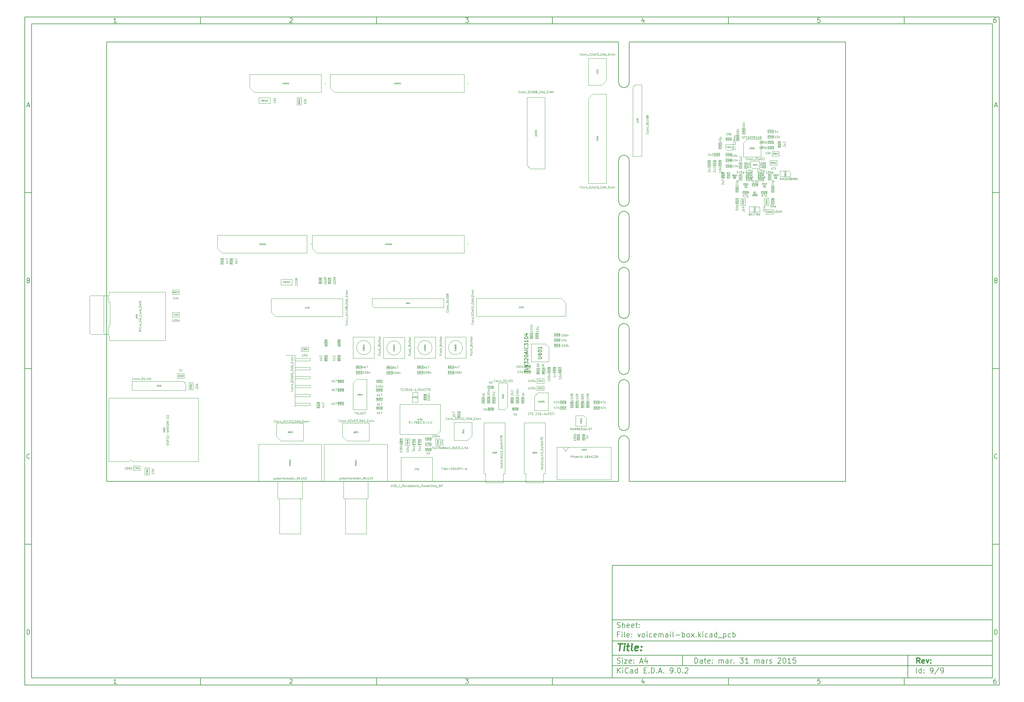
<source format=gbr>
%TF.GenerationSoftware,KiCad,Pcbnew,9.0.2*%
%TF.CreationDate,2025-06-04T21:18:06+02:00*%
%TF.ProjectId,voicemail-box,766f6963-656d-4616-996c-2d626f782e6b,rev?*%
%TF.SameCoordinates,Original*%
%TF.FileFunction,AssemblyDrawing,Top*%
%FSLAX45Y45*%
G04 Gerber Fmt 4.5, Leading zero omitted, Abs format (unit mm)*
G04 Created by KiCad (PCBNEW 9.0.2) date 2025-06-04 21:18:06*
%MOMM*%
%LPD*%
G01*
G04 APERTURE LIST*
%ADD10C,0.100000*%
%ADD11C,0.150000*%
%ADD12C,0.300000*%
%ADD13C,0.400000*%
%ADD14C,0.060000*%
%ADD15C,0.080000*%
%ADD16C,0.025400*%
%TA.AperFunction,Profile*%
%ADD17C,0.150000*%
%TD*%
G04 APERTURE END LIST*
D10*
D11*
X17700220Y-16600720D02*
X28500220Y-16600720D01*
X28500220Y-19800720D01*
X17700220Y-19800720D01*
X17700220Y-16600720D01*
D10*
D11*
X1000000Y-1000000D02*
X28700220Y-1000000D01*
X28700220Y-20000720D01*
X1000000Y-20000720D01*
X1000000Y-1000000D01*
D10*
D11*
X1200000Y-1200000D02*
X28500220Y-1200000D01*
X28500220Y-19800720D01*
X1200000Y-19800720D01*
X1200000Y-1200000D01*
D10*
D11*
X6000000Y-1200000D02*
X6000000Y-1000000D01*
D10*
D11*
X11000000Y-1200000D02*
X11000000Y-1000000D01*
D10*
D11*
X16000000Y-1200000D02*
X16000000Y-1000000D01*
D10*
D11*
X21000000Y-1200000D02*
X21000000Y-1000000D01*
D10*
D11*
X26000000Y-1200000D02*
X26000000Y-1000000D01*
D10*
D11*
X3608916Y-1159360D02*
X3534630Y-1159360D01*
X3571773Y-1159360D02*
X3571773Y-1029360D01*
X3571773Y-1029360D02*
X3559392Y-1047932D01*
X3559392Y-1047932D02*
X3547011Y-1060313D01*
X3547011Y-1060313D02*
X3534630Y-1066503D01*
D10*
D11*
X8534630Y-1041741D02*
X8540821Y-1035551D01*
X8540821Y-1035551D02*
X8553202Y-1029360D01*
X8553202Y-1029360D02*
X8584154Y-1029360D01*
X8584154Y-1029360D02*
X8596535Y-1035551D01*
X8596535Y-1035551D02*
X8602726Y-1041741D01*
X8602726Y-1041741D02*
X8608916Y-1054122D01*
X8608916Y-1054122D02*
X8608916Y-1066503D01*
X8608916Y-1066503D02*
X8602726Y-1085075D01*
X8602726Y-1085075D02*
X8528440Y-1159360D01*
X8528440Y-1159360D02*
X8608916Y-1159360D01*
D10*
D11*
X13528440Y-1029360D02*
X13608916Y-1029360D01*
X13608916Y-1029360D02*
X13565583Y-1078884D01*
X13565583Y-1078884D02*
X13584154Y-1078884D01*
X13584154Y-1078884D02*
X13596535Y-1085075D01*
X13596535Y-1085075D02*
X13602725Y-1091265D01*
X13602725Y-1091265D02*
X13608916Y-1103646D01*
X13608916Y-1103646D02*
X13608916Y-1134599D01*
X13608916Y-1134599D02*
X13602725Y-1146980D01*
X13602725Y-1146980D02*
X13596535Y-1153170D01*
X13596535Y-1153170D02*
X13584154Y-1159360D01*
X13584154Y-1159360D02*
X13547011Y-1159360D01*
X13547011Y-1159360D02*
X13534630Y-1153170D01*
X13534630Y-1153170D02*
X13528440Y-1146980D01*
D10*
D11*
X18596535Y-1072694D02*
X18596535Y-1159360D01*
X18565583Y-1023170D02*
X18534630Y-1116027D01*
X18534630Y-1116027D02*
X18615106Y-1116027D01*
D10*
D11*
X23602725Y-1029360D02*
X23540821Y-1029360D01*
X23540821Y-1029360D02*
X23534630Y-1091265D01*
X23534630Y-1091265D02*
X23540821Y-1085075D01*
X23540821Y-1085075D02*
X23553202Y-1078884D01*
X23553202Y-1078884D02*
X23584154Y-1078884D01*
X23584154Y-1078884D02*
X23596535Y-1085075D01*
X23596535Y-1085075D02*
X23602725Y-1091265D01*
X23602725Y-1091265D02*
X23608916Y-1103646D01*
X23608916Y-1103646D02*
X23608916Y-1134599D01*
X23608916Y-1134599D02*
X23602725Y-1146980D01*
X23602725Y-1146980D02*
X23596535Y-1153170D01*
X23596535Y-1153170D02*
X23584154Y-1159360D01*
X23584154Y-1159360D02*
X23553202Y-1159360D01*
X23553202Y-1159360D02*
X23540821Y-1153170D01*
X23540821Y-1153170D02*
X23534630Y-1146980D01*
D10*
D11*
X28596535Y-1029360D02*
X28571773Y-1029360D01*
X28571773Y-1029360D02*
X28559392Y-1035551D01*
X28559392Y-1035551D02*
X28553202Y-1041741D01*
X28553202Y-1041741D02*
X28540821Y-1060313D01*
X28540821Y-1060313D02*
X28534630Y-1085075D01*
X28534630Y-1085075D02*
X28534630Y-1134599D01*
X28534630Y-1134599D02*
X28540821Y-1146980D01*
X28540821Y-1146980D02*
X28547011Y-1153170D01*
X28547011Y-1153170D02*
X28559392Y-1159360D01*
X28559392Y-1159360D02*
X28584154Y-1159360D01*
X28584154Y-1159360D02*
X28596535Y-1153170D01*
X28596535Y-1153170D02*
X28602725Y-1146980D01*
X28602725Y-1146980D02*
X28608916Y-1134599D01*
X28608916Y-1134599D02*
X28608916Y-1103646D01*
X28608916Y-1103646D02*
X28602725Y-1091265D01*
X28602725Y-1091265D02*
X28596535Y-1085075D01*
X28596535Y-1085075D02*
X28584154Y-1078884D01*
X28584154Y-1078884D02*
X28559392Y-1078884D01*
X28559392Y-1078884D02*
X28547011Y-1085075D01*
X28547011Y-1085075D02*
X28540821Y-1091265D01*
X28540821Y-1091265D02*
X28534630Y-1103646D01*
D10*
D11*
X6000000Y-19800720D02*
X6000000Y-20000720D01*
D10*
D11*
X11000000Y-19800720D02*
X11000000Y-20000720D01*
D10*
D11*
X16000000Y-19800720D02*
X16000000Y-20000720D01*
D10*
D11*
X21000000Y-19800720D02*
X21000000Y-20000720D01*
D10*
D11*
X26000000Y-19800720D02*
X26000000Y-20000720D01*
D10*
D11*
X3608916Y-19960080D02*
X3534630Y-19960080D01*
X3571773Y-19960080D02*
X3571773Y-19830080D01*
X3571773Y-19830080D02*
X3559392Y-19848652D01*
X3559392Y-19848652D02*
X3547011Y-19861033D01*
X3547011Y-19861033D02*
X3534630Y-19867223D01*
D10*
D11*
X8534630Y-19842461D02*
X8540821Y-19836271D01*
X8540821Y-19836271D02*
X8553202Y-19830080D01*
X8553202Y-19830080D02*
X8584154Y-19830080D01*
X8584154Y-19830080D02*
X8596535Y-19836271D01*
X8596535Y-19836271D02*
X8602726Y-19842461D01*
X8602726Y-19842461D02*
X8608916Y-19854842D01*
X8608916Y-19854842D02*
X8608916Y-19867223D01*
X8608916Y-19867223D02*
X8602726Y-19885795D01*
X8602726Y-19885795D02*
X8528440Y-19960080D01*
X8528440Y-19960080D02*
X8608916Y-19960080D01*
D10*
D11*
X13528440Y-19830080D02*
X13608916Y-19830080D01*
X13608916Y-19830080D02*
X13565583Y-19879604D01*
X13565583Y-19879604D02*
X13584154Y-19879604D01*
X13584154Y-19879604D02*
X13596535Y-19885795D01*
X13596535Y-19885795D02*
X13602725Y-19891985D01*
X13602725Y-19891985D02*
X13608916Y-19904366D01*
X13608916Y-19904366D02*
X13608916Y-19935319D01*
X13608916Y-19935319D02*
X13602725Y-19947700D01*
X13602725Y-19947700D02*
X13596535Y-19953890D01*
X13596535Y-19953890D02*
X13584154Y-19960080D01*
X13584154Y-19960080D02*
X13547011Y-19960080D01*
X13547011Y-19960080D02*
X13534630Y-19953890D01*
X13534630Y-19953890D02*
X13528440Y-19947700D01*
D10*
D11*
X18596535Y-19873414D02*
X18596535Y-19960080D01*
X18565583Y-19823890D02*
X18534630Y-19916747D01*
X18534630Y-19916747D02*
X18615106Y-19916747D01*
D10*
D11*
X23602725Y-19830080D02*
X23540821Y-19830080D01*
X23540821Y-19830080D02*
X23534630Y-19891985D01*
X23534630Y-19891985D02*
X23540821Y-19885795D01*
X23540821Y-19885795D02*
X23553202Y-19879604D01*
X23553202Y-19879604D02*
X23584154Y-19879604D01*
X23584154Y-19879604D02*
X23596535Y-19885795D01*
X23596535Y-19885795D02*
X23602725Y-19891985D01*
X23602725Y-19891985D02*
X23608916Y-19904366D01*
X23608916Y-19904366D02*
X23608916Y-19935319D01*
X23608916Y-19935319D02*
X23602725Y-19947700D01*
X23602725Y-19947700D02*
X23596535Y-19953890D01*
X23596535Y-19953890D02*
X23584154Y-19960080D01*
X23584154Y-19960080D02*
X23553202Y-19960080D01*
X23553202Y-19960080D02*
X23540821Y-19953890D01*
X23540821Y-19953890D02*
X23534630Y-19947700D01*
D10*
D11*
X28596535Y-19830080D02*
X28571773Y-19830080D01*
X28571773Y-19830080D02*
X28559392Y-19836271D01*
X28559392Y-19836271D02*
X28553202Y-19842461D01*
X28553202Y-19842461D02*
X28540821Y-19861033D01*
X28540821Y-19861033D02*
X28534630Y-19885795D01*
X28534630Y-19885795D02*
X28534630Y-19935319D01*
X28534630Y-19935319D02*
X28540821Y-19947700D01*
X28540821Y-19947700D02*
X28547011Y-19953890D01*
X28547011Y-19953890D02*
X28559392Y-19960080D01*
X28559392Y-19960080D02*
X28584154Y-19960080D01*
X28584154Y-19960080D02*
X28596535Y-19953890D01*
X28596535Y-19953890D02*
X28602725Y-19947700D01*
X28602725Y-19947700D02*
X28608916Y-19935319D01*
X28608916Y-19935319D02*
X28608916Y-19904366D01*
X28608916Y-19904366D02*
X28602725Y-19891985D01*
X28602725Y-19891985D02*
X28596535Y-19885795D01*
X28596535Y-19885795D02*
X28584154Y-19879604D01*
X28584154Y-19879604D02*
X28559392Y-19879604D01*
X28559392Y-19879604D02*
X28547011Y-19885795D01*
X28547011Y-19885795D02*
X28540821Y-19891985D01*
X28540821Y-19891985D02*
X28534630Y-19904366D01*
D10*
D11*
X1000000Y-6000000D02*
X1200000Y-6000000D01*
D10*
D11*
X1000000Y-11000000D02*
X1200000Y-11000000D01*
D10*
D11*
X1000000Y-16000000D02*
X1200000Y-16000000D01*
D10*
D11*
X1069048Y-3522218D02*
X1130952Y-3522218D01*
X1056667Y-3559360D02*
X1100000Y-3429360D01*
X1100000Y-3429360D02*
X1143333Y-3559360D01*
D10*
D11*
X1109286Y-8491265D02*
X1127857Y-8497456D01*
X1127857Y-8497456D02*
X1134048Y-8503646D01*
X1134048Y-8503646D02*
X1140238Y-8516027D01*
X1140238Y-8516027D02*
X1140238Y-8534599D01*
X1140238Y-8534599D02*
X1134048Y-8546980D01*
X1134048Y-8546980D02*
X1127857Y-8553170D01*
X1127857Y-8553170D02*
X1115476Y-8559360D01*
X1115476Y-8559360D02*
X1065952Y-8559360D01*
X1065952Y-8559360D02*
X1065952Y-8429360D01*
X1065952Y-8429360D02*
X1109286Y-8429360D01*
X1109286Y-8429360D02*
X1121667Y-8435551D01*
X1121667Y-8435551D02*
X1127857Y-8441741D01*
X1127857Y-8441741D02*
X1134048Y-8454122D01*
X1134048Y-8454122D02*
X1134048Y-8466503D01*
X1134048Y-8466503D02*
X1127857Y-8478884D01*
X1127857Y-8478884D02*
X1121667Y-8485075D01*
X1121667Y-8485075D02*
X1109286Y-8491265D01*
X1109286Y-8491265D02*
X1065952Y-8491265D01*
D10*
D11*
X1140238Y-13546979D02*
X1134048Y-13553170D01*
X1134048Y-13553170D02*
X1115476Y-13559360D01*
X1115476Y-13559360D02*
X1103095Y-13559360D01*
X1103095Y-13559360D02*
X1084524Y-13553170D01*
X1084524Y-13553170D02*
X1072143Y-13540789D01*
X1072143Y-13540789D02*
X1065952Y-13528408D01*
X1065952Y-13528408D02*
X1059762Y-13503646D01*
X1059762Y-13503646D02*
X1059762Y-13485075D01*
X1059762Y-13485075D02*
X1065952Y-13460313D01*
X1065952Y-13460313D02*
X1072143Y-13447932D01*
X1072143Y-13447932D02*
X1084524Y-13435551D01*
X1084524Y-13435551D02*
X1103095Y-13429360D01*
X1103095Y-13429360D02*
X1115476Y-13429360D01*
X1115476Y-13429360D02*
X1134048Y-13435551D01*
X1134048Y-13435551D02*
X1140238Y-13441741D01*
D10*
D11*
X1065952Y-18559360D02*
X1065952Y-18429360D01*
X1065952Y-18429360D02*
X1096905Y-18429360D01*
X1096905Y-18429360D02*
X1115476Y-18435551D01*
X1115476Y-18435551D02*
X1127857Y-18447932D01*
X1127857Y-18447932D02*
X1134048Y-18460313D01*
X1134048Y-18460313D02*
X1140238Y-18485075D01*
X1140238Y-18485075D02*
X1140238Y-18503646D01*
X1140238Y-18503646D02*
X1134048Y-18528408D01*
X1134048Y-18528408D02*
X1127857Y-18540789D01*
X1127857Y-18540789D02*
X1115476Y-18553170D01*
X1115476Y-18553170D02*
X1096905Y-18559360D01*
X1096905Y-18559360D02*
X1065952Y-18559360D01*
D10*
D11*
X28700220Y-6000000D02*
X28500220Y-6000000D01*
D10*
D11*
X28700220Y-11000000D02*
X28500220Y-11000000D01*
D10*
D11*
X28700220Y-16000000D02*
X28500220Y-16000000D01*
D10*
D11*
X28569268Y-3522218D02*
X28631172Y-3522218D01*
X28556887Y-3559360D02*
X28600220Y-3429360D01*
X28600220Y-3429360D02*
X28643553Y-3559360D01*
D10*
D11*
X28609506Y-8491265D02*
X28628077Y-8497456D01*
X28628077Y-8497456D02*
X28634268Y-8503646D01*
X28634268Y-8503646D02*
X28640458Y-8516027D01*
X28640458Y-8516027D02*
X28640458Y-8534599D01*
X28640458Y-8534599D02*
X28634268Y-8546980D01*
X28634268Y-8546980D02*
X28628077Y-8553170D01*
X28628077Y-8553170D02*
X28615696Y-8559360D01*
X28615696Y-8559360D02*
X28566172Y-8559360D01*
X28566172Y-8559360D02*
X28566172Y-8429360D01*
X28566172Y-8429360D02*
X28609506Y-8429360D01*
X28609506Y-8429360D02*
X28621887Y-8435551D01*
X28621887Y-8435551D02*
X28628077Y-8441741D01*
X28628077Y-8441741D02*
X28634268Y-8454122D01*
X28634268Y-8454122D02*
X28634268Y-8466503D01*
X28634268Y-8466503D02*
X28628077Y-8478884D01*
X28628077Y-8478884D02*
X28621887Y-8485075D01*
X28621887Y-8485075D02*
X28609506Y-8491265D01*
X28609506Y-8491265D02*
X28566172Y-8491265D01*
D10*
D11*
X28640458Y-13546979D02*
X28634268Y-13553170D01*
X28634268Y-13553170D02*
X28615696Y-13559360D01*
X28615696Y-13559360D02*
X28603315Y-13559360D01*
X28603315Y-13559360D02*
X28584744Y-13553170D01*
X28584744Y-13553170D02*
X28572363Y-13540789D01*
X28572363Y-13540789D02*
X28566172Y-13528408D01*
X28566172Y-13528408D02*
X28559982Y-13503646D01*
X28559982Y-13503646D02*
X28559982Y-13485075D01*
X28559982Y-13485075D02*
X28566172Y-13460313D01*
X28566172Y-13460313D02*
X28572363Y-13447932D01*
X28572363Y-13447932D02*
X28584744Y-13435551D01*
X28584744Y-13435551D02*
X28603315Y-13429360D01*
X28603315Y-13429360D02*
X28615696Y-13429360D01*
X28615696Y-13429360D02*
X28634268Y-13435551D01*
X28634268Y-13435551D02*
X28640458Y-13441741D01*
D10*
D11*
X28566172Y-18559360D02*
X28566172Y-18429360D01*
X28566172Y-18429360D02*
X28597125Y-18429360D01*
X28597125Y-18429360D02*
X28615696Y-18435551D01*
X28615696Y-18435551D02*
X28628077Y-18447932D01*
X28628077Y-18447932D02*
X28634268Y-18460313D01*
X28634268Y-18460313D02*
X28640458Y-18485075D01*
X28640458Y-18485075D02*
X28640458Y-18503646D01*
X28640458Y-18503646D02*
X28634268Y-18528408D01*
X28634268Y-18528408D02*
X28628077Y-18540789D01*
X28628077Y-18540789D02*
X28615696Y-18553170D01*
X28615696Y-18553170D02*
X28597125Y-18559360D01*
X28597125Y-18559360D02*
X28566172Y-18559360D01*
D10*
D11*
X20045803Y-19379333D02*
X20045803Y-19229333D01*
X20045803Y-19229333D02*
X20081517Y-19229333D01*
X20081517Y-19229333D02*
X20102946Y-19236476D01*
X20102946Y-19236476D02*
X20117231Y-19250761D01*
X20117231Y-19250761D02*
X20124374Y-19265047D01*
X20124374Y-19265047D02*
X20131517Y-19293619D01*
X20131517Y-19293619D02*
X20131517Y-19315047D01*
X20131517Y-19315047D02*
X20124374Y-19343619D01*
X20124374Y-19343619D02*
X20117231Y-19357904D01*
X20117231Y-19357904D02*
X20102946Y-19372190D01*
X20102946Y-19372190D02*
X20081517Y-19379333D01*
X20081517Y-19379333D02*
X20045803Y-19379333D01*
X20260088Y-19379333D02*
X20260088Y-19300761D01*
X20260088Y-19300761D02*
X20252946Y-19286476D01*
X20252946Y-19286476D02*
X20238660Y-19279333D01*
X20238660Y-19279333D02*
X20210088Y-19279333D01*
X20210088Y-19279333D02*
X20195803Y-19286476D01*
X20260088Y-19372190D02*
X20245803Y-19379333D01*
X20245803Y-19379333D02*
X20210088Y-19379333D01*
X20210088Y-19379333D02*
X20195803Y-19372190D01*
X20195803Y-19372190D02*
X20188660Y-19357904D01*
X20188660Y-19357904D02*
X20188660Y-19343619D01*
X20188660Y-19343619D02*
X20195803Y-19329333D01*
X20195803Y-19329333D02*
X20210088Y-19322190D01*
X20210088Y-19322190D02*
X20245803Y-19322190D01*
X20245803Y-19322190D02*
X20260088Y-19315047D01*
X20310088Y-19279333D02*
X20367231Y-19279333D01*
X20331517Y-19229333D02*
X20331517Y-19357904D01*
X20331517Y-19357904D02*
X20338660Y-19372190D01*
X20338660Y-19372190D02*
X20352946Y-19379333D01*
X20352946Y-19379333D02*
X20367231Y-19379333D01*
X20474374Y-19372190D02*
X20460088Y-19379333D01*
X20460088Y-19379333D02*
X20431517Y-19379333D01*
X20431517Y-19379333D02*
X20417231Y-19372190D01*
X20417231Y-19372190D02*
X20410088Y-19357904D01*
X20410088Y-19357904D02*
X20410088Y-19300761D01*
X20410088Y-19300761D02*
X20417231Y-19286476D01*
X20417231Y-19286476D02*
X20431517Y-19279333D01*
X20431517Y-19279333D02*
X20460088Y-19279333D01*
X20460088Y-19279333D02*
X20474374Y-19286476D01*
X20474374Y-19286476D02*
X20481517Y-19300761D01*
X20481517Y-19300761D02*
X20481517Y-19315047D01*
X20481517Y-19315047D02*
X20410088Y-19329333D01*
X20545803Y-19365047D02*
X20552946Y-19372190D01*
X20552946Y-19372190D02*
X20545803Y-19379333D01*
X20545803Y-19379333D02*
X20538660Y-19372190D01*
X20538660Y-19372190D02*
X20545803Y-19365047D01*
X20545803Y-19365047D02*
X20545803Y-19379333D01*
X20545803Y-19286476D02*
X20552946Y-19293619D01*
X20552946Y-19293619D02*
X20545803Y-19300761D01*
X20545803Y-19300761D02*
X20538660Y-19293619D01*
X20538660Y-19293619D02*
X20545803Y-19286476D01*
X20545803Y-19286476D02*
X20545803Y-19300761D01*
X20731517Y-19379333D02*
X20731517Y-19279333D01*
X20731517Y-19293619D02*
X20738660Y-19286476D01*
X20738660Y-19286476D02*
X20752946Y-19279333D01*
X20752946Y-19279333D02*
X20774374Y-19279333D01*
X20774374Y-19279333D02*
X20788660Y-19286476D01*
X20788660Y-19286476D02*
X20795803Y-19300761D01*
X20795803Y-19300761D02*
X20795803Y-19379333D01*
X20795803Y-19300761D02*
X20802946Y-19286476D01*
X20802946Y-19286476D02*
X20817231Y-19279333D01*
X20817231Y-19279333D02*
X20838660Y-19279333D01*
X20838660Y-19279333D02*
X20852946Y-19286476D01*
X20852946Y-19286476D02*
X20860088Y-19300761D01*
X20860088Y-19300761D02*
X20860088Y-19379333D01*
X20995803Y-19379333D02*
X20995803Y-19300761D01*
X20995803Y-19300761D02*
X20988660Y-19286476D01*
X20988660Y-19286476D02*
X20974374Y-19279333D01*
X20974374Y-19279333D02*
X20945803Y-19279333D01*
X20945803Y-19279333D02*
X20931517Y-19286476D01*
X20995803Y-19372190D02*
X20981517Y-19379333D01*
X20981517Y-19379333D02*
X20945803Y-19379333D01*
X20945803Y-19379333D02*
X20931517Y-19372190D01*
X20931517Y-19372190D02*
X20924374Y-19357904D01*
X20924374Y-19357904D02*
X20924374Y-19343619D01*
X20924374Y-19343619D02*
X20931517Y-19329333D01*
X20931517Y-19329333D02*
X20945803Y-19322190D01*
X20945803Y-19322190D02*
X20981517Y-19322190D01*
X20981517Y-19322190D02*
X20995803Y-19315047D01*
X21067231Y-19379333D02*
X21067231Y-19279333D01*
X21067231Y-19307904D02*
X21074374Y-19293619D01*
X21074374Y-19293619D02*
X21081517Y-19286476D01*
X21081517Y-19286476D02*
X21095803Y-19279333D01*
X21095803Y-19279333D02*
X21110088Y-19279333D01*
X21160088Y-19365047D02*
X21167231Y-19372190D01*
X21167231Y-19372190D02*
X21160088Y-19379333D01*
X21160088Y-19379333D02*
X21152946Y-19372190D01*
X21152946Y-19372190D02*
X21160088Y-19365047D01*
X21160088Y-19365047D02*
X21160088Y-19379333D01*
X21331517Y-19229333D02*
X21424374Y-19229333D01*
X21424374Y-19229333D02*
X21374374Y-19286476D01*
X21374374Y-19286476D02*
X21395803Y-19286476D01*
X21395803Y-19286476D02*
X21410088Y-19293619D01*
X21410088Y-19293619D02*
X21417231Y-19300761D01*
X21417231Y-19300761D02*
X21424374Y-19315047D01*
X21424374Y-19315047D02*
X21424374Y-19350761D01*
X21424374Y-19350761D02*
X21417231Y-19365047D01*
X21417231Y-19365047D02*
X21410088Y-19372190D01*
X21410088Y-19372190D02*
X21395803Y-19379333D01*
X21395803Y-19379333D02*
X21352946Y-19379333D01*
X21352946Y-19379333D02*
X21338660Y-19372190D01*
X21338660Y-19372190D02*
X21331517Y-19365047D01*
X21567231Y-19379333D02*
X21481517Y-19379333D01*
X21524374Y-19379333D02*
X21524374Y-19229333D01*
X21524374Y-19229333D02*
X21510088Y-19250761D01*
X21510088Y-19250761D02*
X21495803Y-19265047D01*
X21495803Y-19265047D02*
X21481517Y-19272190D01*
X21745803Y-19379333D02*
X21745803Y-19279333D01*
X21745803Y-19293619D02*
X21752945Y-19286476D01*
X21752945Y-19286476D02*
X21767231Y-19279333D01*
X21767231Y-19279333D02*
X21788660Y-19279333D01*
X21788660Y-19279333D02*
X21802945Y-19286476D01*
X21802945Y-19286476D02*
X21810088Y-19300761D01*
X21810088Y-19300761D02*
X21810088Y-19379333D01*
X21810088Y-19300761D02*
X21817231Y-19286476D01*
X21817231Y-19286476D02*
X21831517Y-19279333D01*
X21831517Y-19279333D02*
X21852945Y-19279333D01*
X21852945Y-19279333D02*
X21867231Y-19286476D01*
X21867231Y-19286476D02*
X21874374Y-19300761D01*
X21874374Y-19300761D02*
X21874374Y-19379333D01*
X22010088Y-19379333D02*
X22010088Y-19300761D01*
X22010088Y-19300761D02*
X22002945Y-19286476D01*
X22002945Y-19286476D02*
X21988660Y-19279333D01*
X21988660Y-19279333D02*
X21960088Y-19279333D01*
X21960088Y-19279333D02*
X21945803Y-19286476D01*
X22010088Y-19372190D02*
X21995803Y-19379333D01*
X21995803Y-19379333D02*
X21960088Y-19379333D01*
X21960088Y-19379333D02*
X21945803Y-19372190D01*
X21945803Y-19372190D02*
X21938660Y-19357904D01*
X21938660Y-19357904D02*
X21938660Y-19343619D01*
X21938660Y-19343619D02*
X21945803Y-19329333D01*
X21945803Y-19329333D02*
X21960088Y-19322190D01*
X21960088Y-19322190D02*
X21995803Y-19322190D01*
X21995803Y-19322190D02*
X22010088Y-19315047D01*
X22081517Y-19379333D02*
X22081517Y-19279333D01*
X22081517Y-19307904D02*
X22088660Y-19293619D01*
X22088660Y-19293619D02*
X22095803Y-19286476D01*
X22095803Y-19286476D02*
X22110088Y-19279333D01*
X22110088Y-19279333D02*
X22124374Y-19279333D01*
X22167231Y-19372190D02*
X22181517Y-19379333D01*
X22181517Y-19379333D02*
X22210088Y-19379333D01*
X22210088Y-19379333D02*
X22224374Y-19372190D01*
X22224374Y-19372190D02*
X22231517Y-19357904D01*
X22231517Y-19357904D02*
X22231517Y-19350761D01*
X22231517Y-19350761D02*
X22224374Y-19336476D01*
X22224374Y-19336476D02*
X22210088Y-19329333D01*
X22210088Y-19329333D02*
X22188660Y-19329333D01*
X22188660Y-19329333D02*
X22174374Y-19322190D01*
X22174374Y-19322190D02*
X22167231Y-19307904D01*
X22167231Y-19307904D02*
X22167231Y-19300761D01*
X22167231Y-19300761D02*
X22174374Y-19286476D01*
X22174374Y-19286476D02*
X22188660Y-19279333D01*
X22188660Y-19279333D02*
X22210088Y-19279333D01*
X22210088Y-19279333D02*
X22224374Y-19286476D01*
X22402945Y-19243619D02*
X22410088Y-19236476D01*
X22410088Y-19236476D02*
X22424374Y-19229333D01*
X22424374Y-19229333D02*
X22460088Y-19229333D01*
X22460088Y-19229333D02*
X22474374Y-19236476D01*
X22474374Y-19236476D02*
X22481517Y-19243619D01*
X22481517Y-19243619D02*
X22488660Y-19257904D01*
X22488660Y-19257904D02*
X22488660Y-19272190D01*
X22488660Y-19272190D02*
X22481517Y-19293619D01*
X22481517Y-19293619D02*
X22395802Y-19379333D01*
X22395802Y-19379333D02*
X22488660Y-19379333D01*
X22581517Y-19229333D02*
X22595802Y-19229333D01*
X22595802Y-19229333D02*
X22610088Y-19236476D01*
X22610088Y-19236476D02*
X22617231Y-19243619D01*
X22617231Y-19243619D02*
X22624374Y-19257904D01*
X22624374Y-19257904D02*
X22631517Y-19286476D01*
X22631517Y-19286476D02*
X22631517Y-19322190D01*
X22631517Y-19322190D02*
X22624374Y-19350761D01*
X22624374Y-19350761D02*
X22617231Y-19365047D01*
X22617231Y-19365047D02*
X22610088Y-19372190D01*
X22610088Y-19372190D02*
X22595802Y-19379333D01*
X22595802Y-19379333D02*
X22581517Y-19379333D01*
X22581517Y-19379333D02*
X22567231Y-19372190D01*
X22567231Y-19372190D02*
X22560088Y-19365047D01*
X22560088Y-19365047D02*
X22552945Y-19350761D01*
X22552945Y-19350761D02*
X22545802Y-19322190D01*
X22545802Y-19322190D02*
X22545802Y-19286476D01*
X22545802Y-19286476D02*
X22552945Y-19257904D01*
X22552945Y-19257904D02*
X22560088Y-19243619D01*
X22560088Y-19243619D02*
X22567231Y-19236476D01*
X22567231Y-19236476D02*
X22581517Y-19229333D01*
X22774374Y-19379333D02*
X22688660Y-19379333D01*
X22731517Y-19379333D02*
X22731517Y-19229333D01*
X22731517Y-19229333D02*
X22717231Y-19250761D01*
X22717231Y-19250761D02*
X22702945Y-19265047D01*
X22702945Y-19265047D02*
X22688660Y-19272190D01*
X22910088Y-19229333D02*
X22838659Y-19229333D01*
X22838659Y-19229333D02*
X22831517Y-19300761D01*
X22831517Y-19300761D02*
X22838659Y-19293619D01*
X22838659Y-19293619D02*
X22852945Y-19286476D01*
X22852945Y-19286476D02*
X22888659Y-19286476D01*
X22888659Y-19286476D02*
X22902945Y-19293619D01*
X22902945Y-19293619D02*
X22910088Y-19300761D01*
X22910088Y-19300761D02*
X22917231Y-19315047D01*
X22917231Y-19315047D02*
X22917231Y-19350761D01*
X22917231Y-19350761D02*
X22910088Y-19365047D01*
X22910088Y-19365047D02*
X22902945Y-19372190D01*
X22902945Y-19372190D02*
X22888659Y-19379333D01*
X22888659Y-19379333D02*
X22852945Y-19379333D01*
X22852945Y-19379333D02*
X22838659Y-19372190D01*
X22838659Y-19372190D02*
X22831517Y-19365047D01*
D10*
D11*
X17700220Y-19450720D02*
X28500220Y-19450720D01*
D10*
D11*
X17845803Y-19659333D02*
X17845803Y-19509333D01*
X17931517Y-19659333D02*
X17867231Y-19573619D01*
X17931517Y-19509333D02*
X17845803Y-19595047D01*
X17995803Y-19659333D02*
X17995803Y-19559333D01*
X17995803Y-19509333D02*
X17988660Y-19516476D01*
X17988660Y-19516476D02*
X17995803Y-19523619D01*
X17995803Y-19523619D02*
X18002946Y-19516476D01*
X18002946Y-19516476D02*
X17995803Y-19509333D01*
X17995803Y-19509333D02*
X17995803Y-19523619D01*
X18152946Y-19645047D02*
X18145803Y-19652190D01*
X18145803Y-19652190D02*
X18124374Y-19659333D01*
X18124374Y-19659333D02*
X18110088Y-19659333D01*
X18110088Y-19659333D02*
X18088660Y-19652190D01*
X18088660Y-19652190D02*
X18074374Y-19637904D01*
X18074374Y-19637904D02*
X18067231Y-19623619D01*
X18067231Y-19623619D02*
X18060088Y-19595047D01*
X18060088Y-19595047D02*
X18060088Y-19573619D01*
X18060088Y-19573619D02*
X18067231Y-19545047D01*
X18067231Y-19545047D02*
X18074374Y-19530761D01*
X18074374Y-19530761D02*
X18088660Y-19516476D01*
X18088660Y-19516476D02*
X18110088Y-19509333D01*
X18110088Y-19509333D02*
X18124374Y-19509333D01*
X18124374Y-19509333D02*
X18145803Y-19516476D01*
X18145803Y-19516476D02*
X18152946Y-19523619D01*
X18281517Y-19659333D02*
X18281517Y-19580761D01*
X18281517Y-19580761D02*
X18274374Y-19566476D01*
X18274374Y-19566476D02*
X18260088Y-19559333D01*
X18260088Y-19559333D02*
X18231517Y-19559333D01*
X18231517Y-19559333D02*
X18217231Y-19566476D01*
X18281517Y-19652190D02*
X18267231Y-19659333D01*
X18267231Y-19659333D02*
X18231517Y-19659333D01*
X18231517Y-19659333D02*
X18217231Y-19652190D01*
X18217231Y-19652190D02*
X18210088Y-19637904D01*
X18210088Y-19637904D02*
X18210088Y-19623619D01*
X18210088Y-19623619D02*
X18217231Y-19609333D01*
X18217231Y-19609333D02*
X18231517Y-19602190D01*
X18231517Y-19602190D02*
X18267231Y-19602190D01*
X18267231Y-19602190D02*
X18281517Y-19595047D01*
X18417231Y-19659333D02*
X18417231Y-19509333D01*
X18417231Y-19652190D02*
X18402946Y-19659333D01*
X18402946Y-19659333D02*
X18374374Y-19659333D01*
X18374374Y-19659333D02*
X18360088Y-19652190D01*
X18360088Y-19652190D02*
X18352946Y-19645047D01*
X18352946Y-19645047D02*
X18345803Y-19630761D01*
X18345803Y-19630761D02*
X18345803Y-19587904D01*
X18345803Y-19587904D02*
X18352946Y-19573619D01*
X18352946Y-19573619D02*
X18360088Y-19566476D01*
X18360088Y-19566476D02*
X18374374Y-19559333D01*
X18374374Y-19559333D02*
X18402946Y-19559333D01*
X18402946Y-19559333D02*
X18417231Y-19566476D01*
X18602946Y-19580761D02*
X18652946Y-19580761D01*
X18674374Y-19659333D02*
X18602946Y-19659333D01*
X18602946Y-19659333D02*
X18602946Y-19509333D01*
X18602946Y-19509333D02*
X18674374Y-19509333D01*
X18738660Y-19645047D02*
X18745803Y-19652190D01*
X18745803Y-19652190D02*
X18738660Y-19659333D01*
X18738660Y-19659333D02*
X18731517Y-19652190D01*
X18731517Y-19652190D02*
X18738660Y-19645047D01*
X18738660Y-19645047D02*
X18738660Y-19659333D01*
X18810088Y-19659333D02*
X18810088Y-19509333D01*
X18810088Y-19509333D02*
X18845803Y-19509333D01*
X18845803Y-19509333D02*
X18867231Y-19516476D01*
X18867231Y-19516476D02*
X18881517Y-19530761D01*
X18881517Y-19530761D02*
X18888660Y-19545047D01*
X18888660Y-19545047D02*
X18895803Y-19573619D01*
X18895803Y-19573619D02*
X18895803Y-19595047D01*
X18895803Y-19595047D02*
X18888660Y-19623619D01*
X18888660Y-19623619D02*
X18881517Y-19637904D01*
X18881517Y-19637904D02*
X18867231Y-19652190D01*
X18867231Y-19652190D02*
X18845803Y-19659333D01*
X18845803Y-19659333D02*
X18810088Y-19659333D01*
X18960088Y-19645047D02*
X18967231Y-19652190D01*
X18967231Y-19652190D02*
X18960088Y-19659333D01*
X18960088Y-19659333D02*
X18952946Y-19652190D01*
X18952946Y-19652190D02*
X18960088Y-19645047D01*
X18960088Y-19645047D02*
X18960088Y-19659333D01*
X19024374Y-19616476D02*
X19095803Y-19616476D01*
X19010089Y-19659333D02*
X19060089Y-19509333D01*
X19060089Y-19509333D02*
X19110089Y-19659333D01*
X19160088Y-19645047D02*
X19167231Y-19652190D01*
X19167231Y-19652190D02*
X19160088Y-19659333D01*
X19160088Y-19659333D02*
X19152946Y-19652190D01*
X19152946Y-19652190D02*
X19160088Y-19645047D01*
X19160088Y-19645047D02*
X19160088Y-19659333D01*
X19352946Y-19659333D02*
X19381517Y-19659333D01*
X19381517Y-19659333D02*
X19395803Y-19652190D01*
X19395803Y-19652190D02*
X19402946Y-19645047D01*
X19402946Y-19645047D02*
X19417231Y-19623619D01*
X19417231Y-19623619D02*
X19424374Y-19595047D01*
X19424374Y-19595047D02*
X19424374Y-19537904D01*
X19424374Y-19537904D02*
X19417231Y-19523619D01*
X19417231Y-19523619D02*
X19410089Y-19516476D01*
X19410089Y-19516476D02*
X19395803Y-19509333D01*
X19395803Y-19509333D02*
X19367231Y-19509333D01*
X19367231Y-19509333D02*
X19352946Y-19516476D01*
X19352946Y-19516476D02*
X19345803Y-19523619D01*
X19345803Y-19523619D02*
X19338660Y-19537904D01*
X19338660Y-19537904D02*
X19338660Y-19573619D01*
X19338660Y-19573619D02*
X19345803Y-19587904D01*
X19345803Y-19587904D02*
X19352946Y-19595047D01*
X19352946Y-19595047D02*
X19367231Y-19602190D01*
X19367231Y-19602190D02*
X19395803Y-19602190D01*
X19395803Y-19602190D02*
X19410089Y-19595047D01*
X19410089Y-19595047D02*
X19417231Y-19587904D01*
X19417231Y-19587904D02*
X19424374Y-19573619D01*
X19488660Y-19645047D02*
X19495803Y-19652190D01*
X19495803Y-19652190D02*
X19488660Y-19659333D01*
X19488660Y-19659333D02*
X19481517Y-19652190D01*
X19481517Y-19652190D02*
X19488660Y-19645047D01*
X19488660Y-19645047D02*
X19488660Y-19659333D01*
X19588660Y-19509333D02*
X19602946Y-19509333D01*
X19602946Y-19509333D02*
X19617231Y-19516476D01*
X19617231Y-19516476D02*
X19624374Y-19523619D01*
X19624374Y-19523619D02*
X19631517Y-19537904D01*
X19631517Y-19537904D02*
X19638660Y-19566476D01*
X19638660Y-19566476D02*
X19638660Y-19602190D01*
X19638660Y-19602190D02*
X19631517Y-19630761D01*
X19631517Y-19630761D02*
X19624374Y-19645047D01*
X19624374Y-19645047D02*
X19617231Y-19652190D01*
X19617231Y-19652190D02*
X19602946Y-19659333D01*
X19602946Y-19659333D02*
X19588660Y-19659333D01*
X19588660Y-19659333D02*
X19574374Y-19652190D01*
X19574374Y-19652190D02*
X19567231Y-19645047D01*
X19567231Y-19645047D02*
X19560088Y-19630761D01*
X19560088Y-19630761D02*
X19552946Y-19602190D01*
X19552946Y-19602190D02*
X19552946Y-19566476D01*
X19552946Y-19566476D02*
X19560088Y-19537904D01*
X19560088Y-19537904D02*
X19567231Y-19523619D01*
X19567231Y-19523619D02*
X19574374Y-19516476D01*
X19574374Y-19516476D02*
X19588660Y-19509333D01*
X19702946Y-19645047D02*
X19710088Y-19652190D01*
X19710088Y-19652190D02*
X19702946Y-19659333D01*
X19702946Y-19659333D02*
X19695803Y-19652190D01*
X19695803Y-19652190D02*
X19702946Y-19645047D01*
X19702946Y-19645047D02*
X19702946Y-19659333D01*
X19767231Y-19523619D02*
X19774374Y-19516476D01*
X19774374Y-19516476D02*
X19788660Y-19509333D01*
X19788660Y-19509333D02*
X19824374Y-19509333D01*
X19824374Y-19509333D02*
X19838660Y-19516476D01*
X19838660Y-19516476D02*
X19845803Y-19523619D01*
X19845803Y-19523619D02*
X19852946Y-19537904D01*
X19852946Y-19537904D02*
X19852946Y-19552190D01*
X19852946Y-19552190D02*
X19845803Y-19573619D01*
X19845803Y-19573619D02*
X19760088Y-19659333D01*
X19760088Y-19659333D02*
X19852946Y-19659333D01*
D10*
D11*
X17700220Y-19150720D02*
X28500220Y-19150720D01*
D10*
D12*
X26441385Y-19378553D02*
X26391385Y-19307124D01*
X26355671Y-19378553D02*
X26355671Y-19228553D01*
X26355671Y-19228553D02*
X26412814Y-19228553D01*
X26412814Y-19228553D02*
X26427100Y-19235696D01*
X26427100Y-19235696D02*
X26434242Y-19242839D01*
X26434242Y-19242839D02*
X26441385Y-19257124D01*
X26441385Y-19257124D02*
X26441385Y-19278553D01*
X26441385Y-19278553D02*
X26434242Y-19292839D01*
X26434242Y-19292839D02*
X26427100Y-19299981D01*
X26427100Y-19299981D02*
X26412814Y-19307124D01*
X26412814Y-19307124D02*
X26355671Y-19307124D01*
X26562814Y-19371410D02*
X26548528Y-19378553D01*
X26548528Y-19378553D02*
X26519957Y-19378553D01*
X26519957Y-19378553D02*
X26505671Y-19371410D01*
X26505671Y-19371410D02*
X26498528Y-19357124D01*
X26498528Y-19357124D02*
X26498528Y-19299981D01*
X26498528Y-19299981D02*
X26505671Y-19285696D01*
X26505671Y-19285696D02*
X26519957Y-19278553D01*
X26519957Y-19278553D02*
X26548528Y-19278553D01*
X26548528Y-19278553D02*
X26562814Y-19285696D01*
X26562814Y-19285696D02*
X26569957Y-19299981D01*
X26569957Y-19299981D02*
X26569957Y-19314267D01*
X26569957Y-19314267D02*
X26498528Y-19328553D01*
X26619957Y-19278553D02*
X26655671Y-19378553D01*
X26655671Y-19378553D02*
X26691385Y-19278553D01*
X26748528Y-19364267D02*
X26755671Y-19371410D01*
X26755671Y-19371410D02*
X26748528Y-19378553D01*
X26748528Y-19378553D02*
X26741385Y-19371410D01*
X26741385Y-19371410D02*
X26748528Y-19364267D01*
X26748528Y-19364267D02*
X26748528Y-19378553D01*
X26748528Y-19285696D02*
X26755671Y-19292839D01*
X26755671Y-19292839D02*
X26748528Y-19299981D01*
X26748528Y-19299981D02*
X26741385Y-19292839D01*
X26741385Y-19292839D02*
X26748528Y-19285696D01*
X26748528Y-19285696D02*
X26748528Y-19299981D01*
D10*
D11*
X17838660Y-19372190D02*
X17860088Y-19379333D01*
X17860088Y-19379333D02*
X17895803Y-19379333D01*
X17895803Y-19379333D02*
X17910088Y-19372190D01*
X17910088Y-19372190D02*
X17917231Y-19365047D01*
X17917231Y-19365047D02*
X17924374Y-19350761D01*
X17924374Y-19350761D02*
X17924374Y-19336476D01*
X17924374Y-19336476D02*
X17917231Y-19322190D01*
X17917231Y-19322190D02*
X17910088Y-19315047D01*
X17910088Y-19315047D02*
X17895803Y-19307904D01*
X17895803Y-19307904D02*
X17867231Y-19300761D01*
X17867231Y-19300761D02*
X17852946Y-19293619D01*
X17852946Y-19293619D02*
X17845803Y-19286476D01*
X17845803Y-19286476D02*
X17838660Y-19272190D01*
X17838660Y-19272190D02*
X17838660Y-19257904D01*
X17838660Y-19257904D02*
X17845803Y-19243619D01*
X17845803Y-19243619D02*
X17852946Y-19236476D01*
X17852946Y-19236476D02*
X17867231Y-19229333D01*
X17867231Y-19229333D02*
X17902946Y-19229333D01*
X17902946Y-19229333D02*
X17924374Y-19236476D01*
X17988660Y-19379333D02*
X17988660Y-19279333D01*
X17988660Y-19229333D02*
X17981517Y-19236476D01*
X17981517Y-19236476D02*
X17988660Y-19243619D01*
X17988660Y-19243619D02*
X17995803Y-19236476D01*
X17995803Y-19236476D02*
X17988660Y-19229333D01*
X17988660Y-19229333D02*
X17988660Y-19243619D01*
X18045803Y-19279333D02*
X18124374Y-19279333D01*
X18124374Y-19279333D02*
X18045803Y-19379333D01*
X18045803Y-19379333D02*
X18124374Y-19379333D01*
X18238660Y-19372190D02*
X18224374Y-19379333D01*
X18224374Y-19379333D02*
X18195803Y-19379333D01*
X18195803Y-19379333D02*
X18181517Y-19372190D01*
X18181517Y-19372190D02*
X18174374Y-19357904D01*
X18174374Y-19357904D02*
X18174374Y-19300761D01*
X18174374Y-19300761D02*
X18181517Y-19286476D01*
X18181517Y-19286476D02*
X18195803Y-19279333D01*
X18195803Y-19279333D02*
X18224374Y-19279333D01*
X18224374Y-19279333D02*
X18238660Y-19286476D01*
X18238660Y-19286476D02*
X18245803Y-19300761D01*
X18245803Y-19300761D02*
X18245803Y-19315047D01*
X18245803Y-19315047D02*
X18174374Y-19329333D01*
X18310088Y-19365047D02*
X18317231Y-19372190D01*
X18317231Y-19372190D02*
X18310088Y-19379333D01*
X18310088Y-19379333D02*
X18302946Y-19372190D01*
X18302946Y-19372190D02*
X18310088Y-19365047D01*
X18310088Y-19365047D02*
X18310088Y-19379333D01*
X18310088Y-19286476D02*
X18317231Y-19293619D01*
X18317231Y-19293619D02*
X18310088Y-19300761D01*
X18310088Y-19300761D02*
X18302946Y-19293619D01*
X18302946Y-19293619D02*
X18310088Y-19286476D01*
X18310088Y-19286476D02*
X18310088Y-19300761D01*
X18488660Y-19336476D02*
X18560088Y-19336476D01*
X18474374Y-19379333D02*
X18524374Y-19229333D01*
X18524374Y-19229333D02*
X18574374Y-19379333D01*
X18688660Y-19279333D02*
X18688660Y-19379333D01*
X18652946Y-19222190D02*
X18617231Y-19329333D01*
X18617231Y-19329333D02*
X18710088Y-19329333D01*
D10*
D11*
X26345803Y-19659333D02*
X26345803Y-19509333D01*
X26481517Y-19659333D02*
X26481517Y-19509333D01*
X26481517Y-19652190D02*
X26467231Y-19659333D01*
X26467231Y-19659333D02*
X26438660Y-19659333D01*
X26438660Y-19659333D02*
X26424374Y-19652190D01*
X26424374Y-19652190D02*
X26417231Y-19645047D01*
X26417231Y-19645047D02*
X26410088Y-19630761D01*
X26410088Y-19630761D02*
X26410088Y-19587904D01*
X26410088Y-19587904D02*
X26417231Y-19573619D01*
X26417231Y-19573619D02*
X26424374Y-19566476D01*
X26424374Y-19566476D02*
X26438660Y-19559333D01*
X26438660Y-19559333D02*
X26467231Y-19559333D01*
X26467231Y-19559333D02*
X26481517Y-19566476D01*
X26552945Y-19645047D02*
X26560088Y-19652190D01*
X26560088Y-19652190D02*
X26552945Y-19659333D01*
X26552945Y-19659333D02*
X26545803Y-19652190D01*
X26545803Y-19652190D02*
X26552945Y-19645047D01*
X26552945Y-19645047D02*
X26552945Y-19659333D01*
X26552945Y-19566476D02*
X26560088Y-19573619D01*
X26560088Y-19573619D02*
X26552945Y-19580761D01*
X26552945Y-19580761D02*
X26545803Y-19573619D01*
X26545803Y-19573619D02*
X26552945Y-19566476D01*
X26552945Y-19566476D02*
X26552945Y-19580761D01*
X26745803Y-19659333D02*
X26774374Y-19659333D01*
X26774374Y-19659333D02*
X26788660Y-19652190D01*
X26788660Y-19652190D02*
X26795803Y-19645047D01*
X26795803Y-19645047D02*
X26810088Y-19623619D01*
X26810088Y-19623619D02*
X26817231Y-19595047D01*
X26817231Y-19595047D02*
X26817231Y-19537904D01*
X26817231Y-19537904D02*
X26810088Y-19523619D01*
X26810088Y-19523619D02*
X26802946Y-19516476D01*
X26802946Y-19516476D02*
X26788660Y-19509333D01*
X26788660Y-19509333D02*
X26760088Y-19509333D01*
X26760088Y-19509333D02*
X26745803Y-19516476D01*
X26745803Y-19516476D02*
X26738660Y-19523619D01*
X26738660Y-19523619D02*
X26731517Y-19537904D01*
X26731517Y-19537904D02*
X26731517Y-19573619D01*
X26731517Y-19573619D02*
X26738660Y-19587904D01*
X26738660Y-19587904D02*
X26745803Y-19595047D01*
X26745803Y-19595047D02*
X26760088Y-19602190D01*
X26760088Y-19602190D02*
X26788660Y-19602190D01*
X26788660Y-19602190D02*
X26802946Y-19595047D01*
X26802946Y-19595047D02*
X26810088Y-19587904D01*
X26810088Y-19587904D02*
X26817231Y-19573619D01*
X26988660Y-19502190D02*
X26860088Y-19695047D01*
X27045803Y-19659333D02*
X27074374Y-19659333D01*
X27074374Y-19659333D02*
X27088660Y-19652190D01*
X27088660Y-19652190D02*
X27095803Y-19645047D01*
X27095803Y-19645047D02*
X27110088Y-19623619D01*
X27110088Y-19623619D02*
X27117231Y-19595047D01*
X27117231Y-19595047D02*
X27117231Y-19537904D01*
X27117231Y-19537904D02*
X27110088Y-19523619D01*
X27110088Y-19523619D02*
X27102946Y-19516476D01*
X27102946Y-19516476D02*
X27088660Y-19509333D01*
X27088660Y-19509333D02*
X27060088Y-19509333D01*
X27060088Y-19509333D02*
X27045803Y-19516476D01*
X27045803Y-19516476D02*
X27038660Y-19523619D01*
X27038660Y-19523619D02*
X27031517Y-19537904D01*
X27031517Y-19537904D02*
X27031517Y-19573619D01*
X27031517Y-19573619D02*
X27038660Y-19587904D01*
X27038660Y-19587904D02*
X27045803Y-19595047D01*
X27045803Y-19595047D02*
X27060088Y-19602190D01*
X27060088Y-19602190D02*
X27088660Y-19602190D01*
X27088660Y-19602190D02*
X27102946Y-19595047D01*
X27102946Y-19595047D02*
X27110088Y-19587904D01*
X27110088Y-19587904D02*
X27117231Y-19573619D01*
D10*
D11*
X17700220Y-18750720D02*
X28500220Y-18750720D01*
D10*
D13*
X17869393Y-18821164D02*
X17983679Y-18821164D01*
X17901536Y-19021164D02*
X17926536Y-18821164D01*
X18025345Y-19021164D02*
X18042012Y-18887830D01*
X18050345Y-18821164D02*
X18039631Y-18830688D01*
X18039631Y-18830688D02*
X18047964Y-18840211D01*
X18047964Y-18840211D02*
X18058679Y-18830688D01*
X18058679Y-18830688D02*
X18050345Y-18821164D01*
X18050345Y-18821164D02*
X18047964Y-18840211D01*
X18108679Y-18887830D02*
X18184869Y-18887830D01*
X18145583Y-18821164D02*
X18124155Y-18992592D01*
X18124155Y-18992592D02*
X18131298Y-19011640D01*
X18131298Y-19011640D02*
X18149155Y-19021164D01*
X18149155Y-19021164D02*
X18168202Y-19021164D01*
X18263441Y-19021164D02*
X18245583Y-19011640D01*
X18245583Y-19011640D02*
X18238441Y-18992592D01*
X18238441Y-18992592D02*
X18259869Y-18821164D01*
X18417012Y-19011640D02*
X18396774Y-19021164D01*
X18396774Y-19021164D02*
X18358679Y-19021164D01*
X18358679Y-19021164D02*
X18340821Y-19011640D01*
X18340821Y-19011640D02*
X18333679Y-18992592D01*
X18333679Y-18992592D02*
X18343202Y-18916402D01*
X18343202Y-18916402D02*
X18355107Y-18897354D01*
X18355107Y-18897354D02*
X18375345Y-18887830D01*
X18375345Y-18887830D02*
X18413440Y-18887830D01*
X18413440Y-18887830D02*
X18431298Y-18897354D01*
X18431298Y-18897354D02*
X18438440Y-18916402D01*
X18438440Y-18916402D02*
X18436060Y-18935450D01*
X18436060Y-18935450D02*
X18338440Y-18954497D01*
X18513441Y-19002116D02*
X18521774Y-19011640D01*
X18521774Y-19011640D02*
X18511060Y-19021164D01*
X18511060Y-19021164D02*
X18502726Y-19011640D01*
X18502726Y-19011640D02*
X18513441Y-19002116D01*
X18513441Y-19002116D02*
X18511060Y-19021164D01*
X18526536Y-18897354D02*
X18534869Y-18906878D01*
X18534869Y-18906878D02*
X18524155Y-18916402D01*
X18524155Y-18916402D02*
X18515821Y-18906878D01*
X18515821Y-18906878D02*
X18526536Y-18897354D01*
X18526536Y-18897354D02*
X18524155Y-18916402D01*
D10*
D11*
X17895803Y-18560761D02*
X17845803Y-18560761D01*
X17845803Y-18639333D02*
X17845803Y-18489333D01*
X17845803Y-18489333D02*
X17917231Y-18489333D01*
X17974374Y-18639333D02*
X17974374Y-18539333D01*
X17974374Y-18489333D02*
X17967231Y-18496476D01*
X17967231Y-18496476D02*
X17974374Y-18503619D01*
X17974374Y-18503619D02*
X17981517Y-18496476D01*
X17981517Y-18496476D02*
X17974374Y-18489333D01*
X17974374Y-18489333D02*
X17974374Y-18503619D01*
X18067231Y-18639333D02*
X18052946Y-18632190D01*
X18052946Y-18632190D02*
X18045803Y-18617904D01*
X18045803Y-18617904D02*
X18045803Y-18489333D01*
X18181517Y-18632190D02*
X18167231Y-18639333D01*
X18167231Y-18639333D02*
X18138660Y-18639333D01*
X18138660Y-18639333D02*
X18124374Y-18632190D01*
X18124374Y-18632190D02*
X18117231Y-18617904D01*
X18117231Y-18617904D02*
X18117231Y-18560761D01*
X18117231Y-18560761D02*
X18124374Y-18546476D01*
X18124374Y-18546476D02*
X18138660Y-18539333D01*
X18138660Y-18539333D02*
X18167231Y-18539333D01*
X18167231Y-18539333D02*
X18181517Y-18546476D01*
X18181517Y-18546476D02*
X18188660Y-18560761D01*
X18188660Y-18560761D02*
X18188660Y-18575047D01*
X18188660Y-18575047D02*
X18117231Y-18589333D01*
X18252945Y-18625047D02*
X18260088Y-18632190D01*
X18260088Y-18632190D02*
X18252945Y-18639333D01*
X18252945Y-18639333D02*
X18245803Y-18632190D01*
X18245803Y-18632190D02*
X18252945Y-18625047D01*
X18252945Y-18625047D02*
X18252945Y-18639333D01*
X18252945Y-18546476D02*
X18260088Y-18553619D01*
X18260088Y-18553619D02*
X18252945Y-18560761D01*
X18252945Y-18560761D02*
X18245803Y-18553619D01*
X18245803Y-18553619D02*
X18252945Y-18546476D01*
X18252945Y-18546476D02*
X18252945Y-18560761D01*
X18424374Y-18539333D02*
X18460088Y-18639333D01*
X18460088Y-18639333D02*
X18495803Y-18539333D01*
X18574374Y-18639333D02*
X18560088Y-18632190D01*
X18560088Y-18632190D02*
X18552945Y-18625047D01*
X18552945Y-18625047D02*
X18545803Y-18610761D01*
X18545803Y-18610761D02*
X18545803Y-18567904D01*
X18545803Y-18567904D02*
X18552945Y-18553619D01*
X18552945Y-18553619D02*
X18560088Y-18546476D01*
X18560088Y-18546476D02*
X18574374Y-18539333D01*
X18574374Y-18539333D02*
X18595803Y-18539333D01*
X18595803Y-18539333D02*
X18610088Y-18546476D01*
X18610088Y-18546476D02*
X18617231Y-18553619D01*
X18617231Y-18553619D02*
X18624374Y-18567904D01*
X18624374Y-18567904D02*
X18624374Y-18610761D01*
X18624374Y-18610761D02*
X18617231Y-18625047D01*
X18617231Y-18625047D02*
X18610088Y-18632190D01*
X18610088Y-18632190D02*
X18595803Y-18639333D01*
X18595803Y-18639333D02*
X18574374Y-18639333D01*
X18688660Y-18639333D02*
X18688660Y-18539333D01*
X18688660Y-18489333D02*
X18681517Y-18496476D01*
X18681517Y-18496476D02*
X18688660Y-18503619D01*
X18688660Y-18503619D02*
X18695803Y-18496476D01*
X18695803Y-18496476D02*
X18688660Y-18489333D01*
X18688660Y-18489333D02*
X18688660Y-18503619D01*
X18824374Y-18632190D02*
X18810088Y-18639333D01*
X18810088Y-18639333D02*
X18781517Y-18639333D01*
X18781517Y-18639333D02*
X18767231Y-18632190D01*
X18767231Y-18632190D02*
X18760088Y-18625047D01*
X18760088Y-18625047D02*
X18752946Y-18610761D01*
X18752946Y-18610761D02*
X18752946Y-18567904D01*
X18752946Y-18567904D02*
X18760088Y-18553619D01*
X18760088Y-18553619D02*
X18767231Y-18546476D01*
X18767231Y-18546476D02*
X18781517Y-18539333D01*
X18781517Y-18539333D02*
X18810088Y-18539333D01*
X18810088Y-18539333D02*
X18824374Y-18546476D01*
X18945803Y-18632190D02*
X18931517Y-18639333D01*
X18931517Y-18639333D02*
X18902946Y-18639333D01*
X18902946Y-18639333D02*
X18888660Y-18632190D01*
X18888660Y-18632190D02*
X18881517Y-18617904D01*
X18881517Y-18617904D02*
X18881517Y-18560761D01*
X18881517Y-18560761D02*
X18888660Y-18546476D01*
X18888660Y-18546476D02*
X18902946Y-18539333D01*
X18902946Y-18539333D02*
X18931517Y-18539333D01*
X18931517Y-18539333D02*
X18945803Y-18546476D01*
X18945803Y-18546476D02*
X18952946Y-18560761D01*
X18952946Y-18560761D02*
X18952946Y-18575047D01*
X18952946Y-18575047D02*
X18881517Y-18589333D01*
X19017231Y-18639333D02*
X19017231Y-18539333D01*
X19017231Y-18553619D02*
X19024374Y-18546476D01*
X19024374Y-18546476D02*
X19038660Y-18539333D01*
X19038660Y-18539333D02*
X19060088Y-18539333D01*
X19060088Y-18539333D02*
X19074374Y-18546476D01*
X19074374Y-18546476D02*
X19081517Y-18560761D01*
X19081517Y-18560761D02*
X19081517Y-18639333D01*
X19081517Y-18560761D02*
X19088660Y-18546476D01*
X19088660Y-18546476D02*
X19102945Y-18539333D01*
X19102945Y-18539333D02*
X19124374Y-18539333D01*
X19124374Y-18539333D02*
X19138660Y-18546476D01*
X19138660Y-18546476D02*
X19145803Y-18560761D01*
X19145803Y-18560761D02*
X19145803Y-18639333D01*
X19281517Y-18639333D02*
X19281517Y-18560761D01*
X19281517Y-18560761D02*
X19274374Y-18546476D01*
X19274374Y-18546476D02*
X19260088Y-18539333D01*
X19260088Y-18539333D02*
X19231517Y-18539333D01*
X19231517Y-18539333D02*
X19217231Y-18546476D01*
X19281517Y-18632190D02*
X19267231Y-18639333D01*
X19267231Y-18639333D02*
X19231517Y-18639333D01*
X19231517Y-18639333D02*
X19217231Y-18632190D01*
X19217231Y-18632190D02*
X19210088Y-18617904D01*
X19210088Y-18617904D02*
X19210088Y-18603619D01*
X19210088Y-18603619D02*
X19217231Y-18589333D01*
X19217231Y-18589333D02*
X19231517Y-18582190D01*
X19231517Y-18582190D02*
X19267231Y-18582190D01*
X19267231Y-18582190D02*
X19281517Y-18575047D01*
X19352945Y-18639333D02*
X19352945Y-18539333D01*
X19352945Y-18489333D02*
X19345803Y-18496476D01*
X19345803Y-18496476D02*
X19352945Y-18503619D01*
X19352945Y-18503619D02*
X19360088Y-18496476D01*
X19360088Y-18496476D02*
X19352945Y-18489333D01*
X19352945Y-18489333D02*
X19352945Y-18503619D01*
X19445803Y-18639333D02*
X19431517Y-18632190D01*
X19431517Y-18632190D02*
X19424374Y-18617904D01*
X19424374Y-18617904D02*
X19424374Y-18489333D01*
X19502945Y-18582190D02*
X19617231Y-18582190D01*
X19688660Y-18639333D02*
X19688660Y-18489333D01*
X19688660Y-18546476D02*
X19702946Y-18539333D01*
X19702946Y-18539333D02*
X19731517Y-18539333D01*
X19731517Y-18539333D02*
X19745803Y-18546476D01*
X19745803Y-18546476D02*
X19752946Y-18553619D01*
X19752946Y-18553619D02*
X19760088Y-18567904D01*
X19760088Y-18567904D02*
X19760088Y-18610761D01*
X19760088Y-18610761D02*
X19752946Y-18625047D01*
X19752946Y-18625047D02*
X19745803Y-18632190D01*
X19745803Y-18632190D02*
X19731517Y-18639333D01*
X19731517Y-18639333D02*
X19702946Y-18639333D01*
X19702946Y-18639333D02*
X19688660Y-18632190D01*
X19845803Y-18639333D02*
X19831517Y-18632190D01*
X19831517Y-18632190D02*
X19824374Y-18625047D01*
X19824374Y-18625047D02*
X19817231Y-18610761D01*
X19817231Y-18610761D02*
X19817231Y-18567904D01*
X19817231Y-18567904D02*
X19824374Y-18553619D01*
X19824374Y-18553619D02*
X19831517Y-18546476D01*
X19831517Y-18546476D02*
X19845803Y-18539333D01*
X19845803Y-18539333D02*
X19867231Y-18539333D01*
X19867231Y-18539333D02*
X19881517Y-18546476D01*
X19881517Y-18546476D02*
X19888660Y-18553619D01*
X19888660Y-18553619D02*
X19895803Y-18567904D01*
X19895803Y-18567904D02*
X19895803Y-18610761D01*
X19895803Y-18610761D02*
X19888660Y-18625047D01*
X19888660Y-18625047D02*
X19881517Y-18632190D01*
X19881517Y-18632190D02*
X19867231Y-18639333D01*
X19867231Y-18639333D02*
X19845803Y-18639333D01*
X19945803Y-18639333D02*
X20024374Y-18539333D01*
X19945803Y-18539333D02*
X20024374Y-18639333D01*
X20081517Y-18625047D02*
X20088660Y-18632190D01*
X20088660Y-18632190D02*
X20081517Y-18639333D01*
X20081517Y-18639333D02*
X20074374Y-18632190D01*
X20074374Y-18632190D02*
X20081517Y-18625047D01*
X20081517Y-18625047D02*
X20081517Y-18639333D01*
X20152946Y-18639333D02*
X20152946Y-18489333D01*
X20167231Y-18582190D02*
X20210088Y-18639333D01*
X20210088Y-18539333D02*
X20152946Y-18596476D01*
X20274374Y-18639333D02*
X20274374Y-18539333D01*
X20274374Y-18489333D02*
X20267231Y-18496476D01*
X20267231Y-18496476D02*
X20274374Y-18503619D01*
X20274374Y-18503619D02*
X20281517Y-18496476D01*
X20281517Y-18496476D02*
X20274374Y-18489333D01*
X20274374Y-18489333D02*
X20274374Y-18503619D01*
X20410089Y-18632190D02*
X20395803Y-18639333D01*
X20395803Y-18639333D02*
X20367231Y-18639333D01*
X20367231Y-18639333D02*
X20352946Y-18632190D01*
X20352946Y-18632190D02*
X20345803Y-18625047D01*
X20345803Y-18625047D02*
X20338660Y-18610761D01*
X20338660Y-18610761D02*
X20338660Y-18567904D01*
X20338660Y-18567904D02*
X20345803Y-18553619D01*
X20345803Y-18553619D02*
X20352946Y-18546476D01*
X20352946Y-18546476D02*
X20367231Y-18539333D01*
X20367231Y-18539333D02*
X20395803Y-18539333D01*
X20395803Y-18539333D02*
X20410089Y-18546476D01*
X20538660Y-18639333D02*
X20538660Y-18560761D01*
X20538660Y-18560761D02*
X20531517Y-18546476D01*
X20531517Y-18546476D02*
X20517231Y-18539333D01*
X20517231Y-18539333D02*
X20488660Y-18539333D01*
X20488660Y-18539333D02*
X20474374Y-18546476D01*
X20538660Y-18632190D02*
X20524374Y-18639333D01*
X20524374Y-18639333D02*
X20488660Y-18639333D01*
X20488660Y-18639333D02*
X20474374Y-18632190D01*
X20474374Y-18632190D02*
X20467231Y-18617904D01*
X20467231Y-18617904D02*
X20467231Y-18603619D01*
X20467231Y-18603619D02*
X20474374Y-18589333D01*
X20474374Y-18589333D02*
X20488660Y-18582190D01*
X20488660Y-18582190D02*
X20524374Y-18582190D01*
X20524374Y-18582190D02*
X20538660Y-18575047D01*
X20674374Y-18639333D02*
X20674374Y-18489333D01*
X20674374Y-18632190D02*
X20660088Y-18639333D01*
X20660088Y-18639333D02*
X20631517Y-18639333D01*
X20631517Y-18639333D02*
X20617231Y-18632190D01*
X20617231Y-18632190D02*
X20610088Y-18625047D01*
X20610088Y-18625047D02*
X20602946Y-18610761D01*
X20602946Y-18610761D02*
X20602946Y-18567904D01*
X20602946Y-18567904D02*
X20610088Y-18553619D01*
X20610088Y-18553619D02*
X20617231Y-18546476D01*
X20617231Y-18546476D02*
X20631517Y-18539333D01*
X20631517Y-18539333D02*
X20660088Y-18539333D01*
X20660088Y-18539333D02*
X20674374Y-18546476D01*
X20710089Y-18653619D02*
X20824374Y-18653619D01*
X20860088Y-18539333D02*
X20860088Y-18689333D01*
X20860088Y-18546476D02*
X20874374Y-18539333D01*
X20874374Y-18539333D02*
X20902946Y-18539333D01*
X20902946Y-18539333D02*
X20917231Y-18546476D01*
X20917231Y-18546476D02*
X20924374Y-18553619D01*
X20924374Y-18553619D02*
X20931517Y-18567904D01*
X20931517Y-18567904D02*
X20931517Y-18610761D01*
X20931517Y-18610761D02*
X20924374Y-18625047D01*
X20924374Y-18625047D02*
X20917231Y-18632190D01*
X20917231Y-18632190D02*
X20902946Y-18639333D01*
X20902946Y-18639333D02*
X20874374Y-18639333D01*
X20874374Y-18639333D02*
X20860088Y-18632190D01*
X21060089Y-18632190D02*
X21045803Y-18639333D01*
X21045803Y-18639333D02*
X21017231Y-18639333D01*
X21017231Y-18639333D02*
X21002946Y-18632190D01*
X21002946Y-18632190D02*
X20995803Y-18625047D01*
X20995803Y-18625047D02*
X20988660Y-18610761D01*
X20988660Y-18610761D02*
X20988660Y-18567904D01*
X20988660Y-18567904D02*
X20995803Y-18553619D01*
X20995803Y-18553619D02*
X21002946Y-18546476D01*
X21002946Y-18546476D02*
X21017231Y-18539333D01*
X21017231Y-18539333D02*
X21045803Y-18539333D01*
X21045803Y-18539333D02*
X21060089Y-18546476D01*
X21124374Y-18639333D02*
X21124374Y-18489333D01*
X21124374Y-18546476D02*
X21138660Y-18539333D01*
X21138660Y-18539333D02*
X21167231Y-18539333D01*
X21167231Y-18539333D02*
X21181517Y-18546476D01*
X21181517Y-18546476D02*
X21188660Y-18553619D01*
X21188660Y-18553619D02*
X21195803Y-18567904D01*
X21195803Y-18567904D02*
X21195803Y-18610761D01*
X21195803Y-18610761D02*
X21188660Y-18625047D01*
X21188660Y-18625047D02*
X21181517Y-18632190D01*
X21181517Y-18632190D02*
X21167231Y-18639333D01*
X21167231Y-18639333D02*
X21138660Y-18639333D01*
X21138660Y-18639333D02*
X21124374Y-18632190D01*
D10*
D11*
X17700220Y-18150720D02*
X28500220Y-18150720D01*
D10*
D11*
X17838660Y-18362190D02*
X17860088Y-18369333D01*
X17860088Y-18369333D02*
X17895803Y-18369333D01*
X17895803Y-18369333D02*
X17910088Y-18362190D01*
X17910088Y-18362190D02*
X17917231Y-18355047D01*
X17917231Y-18355047D02*
X17924374Y-18340761D01*
X17924374Y-18340761D02*
X17924374Y-18326476D01*
X17924374Y-18326476D02*
X17917231Y-18312190D01*
X17917231Y-18312190D02*
X17910088Y-18305047D01*
X17910088Y-18305047D02*
X17895803Y-18297904D01*
X17895803Y-18297904D02*
X17867231Y-18290761D01*
X17867231Y-18290761D02*
X17852946Y-18283619D01*
X17852946Y-18283619D02*
X17845803Y-18276476D01*
X17845803Y-18276476D02*
X17838660Y-18262190D01*
X17838660Y-18262190D02*
X17838660Y-18247904D01*
X17838660Y-18247904D02*
X17845803Y-18233619D01*
X17845803Y-18233619D02*
X17852946Y-18226476D01*
X17852946Y-18226476D02*
X17867231Y-18219333D01*
X17867231Y-18219333D02*
X17902946Y-18219333D01*
X17902946Y-18219333D02*
X17924374Y-18226476D01*
X17988660Y-18369333D02*
X17988660Y-18219333D01*
X18052946Y-18369333D02*
X18052946Y-18290761D01*
X18052946Y-18290761D02*
X18045803Y-18276476D01*
X18045803Y-18276476D02*
X18031517Y-18269333D01*
X18031517Y-18269333D02*
X18010088Y-18269333D01*
X18010088Y-18269333D02*
X17995803Y-18276476D01*
X17995803Y-18276476D02*
X17988660Y-18283619D01*
X18181517Y-18362190D02*
X18167231Y-18369333D01*
X18167231Y-18369333D02*
X18138660Y-18369333D01*
X18138660Y-18369333D02*
X18124374Y-18362190D01*
X18124374Y-18362190D02*
X18117231Y-18347904D01*
X18117231Y-18347904D02*
X18117231Y-18290761D01*
X18117231Y-18290761D02*
X18124374Y-18276476D01*
X18124374Y-18276476D02*
X18138660Y-18269333D01*
X18138660Y-18269333D02*
X18167231Y-18269333D01*
X18167231Y-18269333D02*
X18181517Y-18276476D01*
X18181517Y-18276476D02*
X18188660Y-18290761D01*
X18188660Y-18290761D02*
X18188660Y-18305047D01*
X18188660Y-18305047D02*
X18117231Y-18319333D01*
X18310088Y-18362190D02*
X18295803Y-18369333D01*
X18295803Y-18369333D02*
X18267231Y-18369333D01*
X18267231Y-18369333D02*
X18252945Y-18362190D01*
X18252945Y-18362190D02*
X18245803Y-18347904D01*
X18245803Y-18347904D02*
X18245803Y-18290761D01*
X18245803Y-18290761D02*
X18252945Y-18276476D01*
X18252945Y-18276476D02*
X18267231Y-18269333D01*
X18267231Y-18269333D02*
X18295803Y-18269333D01*
X18295803Y-18269333D02*
X18310088Y-18276476D01*
X18310088Y-18276476D02*
X18317231Y-18290761D01*
X18317231Y-18290761D02*
X18317231Y-18305047D01*
X18317231Y-18305047D02*
X18245803Y-18319333D01*
X18360088Y-18269333D02*
X18417231Y-18269333D01*
X18381517Y-18219333D02*
X18381517Y-18347904D01*
X18381517Y-18347904D02*
X18388660Y-18362190D01*
X18388660Y-18362190D02*
X18402945Y-18369333D01*
X18402945Y-18369333D02*
X18417231Y-18369333D01*
X18467231Y-18355047D02*
X18474374Y-18362190D01*
X18474374Y-18362190D02*
X18467231Y-18369333D01*
X18467231Y-18369333D02*
X18460088Y-18362190D01*
X18460088Y-18362190D02*
X18467231Y-18355047D01*
X18467231Y-18355047D02*
X18467231Y-18369333D01*
X18467231Y-18276476D02*
X18474374Y-18283619D01*
X18474374Y-18283619D02*
X18467231Y-18290761D01*
X18467231Y-18290761D02*
X18460088Y-18283619D01*
X18460088Y-18283619D02*
X18467231Y-18276476D01*
X18467231Y-18276476D02*
X18467231Y-18290761D01*
D10*
D11*
X19700220Y-19150720D02*
X19700220Y-19450720D01*
D10*
D11*
X26100220Y-19150720D02*
X26100220Y-19800720D01*
X15204982Y-11114405D02*
X15204982Y-11057262D01*
X15304982Y-11085833D02*
X15204982Y-11085833D01*
X15304982Y-10976310D02*
X15304982Y-11023929D01*
X15304982Y-11023929D02*
X15204982Y-11023929D01*
X15204982Y-10957262D02*
X15304982Y-10923929D01*
X15304982Y-10923929D02*
X15204982Y-10890595D01*
X15204982Y-10866786D02*
X15204982Y-10804881D01*
X15204982Y-10804881D02*
X15243077Y-10838214D01*
X15243077Y-10838214D02*
X15243077Y-10823929D01*
X15243077Y-10823929D02*
X15247839Y-10814405D01*
X15247839Y-10814405D02*
X15252601Y-10809643D01*
X15252601Y-10809643D02*
X15262125Y-10804881D01*
X15262125Y-10804881D02*
X15285934Y-10804881D01*
X15285934Y-10804881D02*
X15295458Y-10809643D01*
X15295458Y-10809643D02*
X15300220Y-10814405D01*
X15300220Y-10814405D02*
X15304982Y-10823929D01*
X15304982Y-10823929D02*
X15304982Y-10852500D01*
X15304982Y-10852500D02*
X15300220Y-10862024D01*
X15300220Y-10862024D02*
X15295458Y-10866786D01*
X15214506Y-10766786D02*
X15209744Y-10762024D01*
X15209744Y-10762024D02*
X15204982Y-10752500D01*
X15204982Y-10752500D02*
X15204982Y-10728690D01*
X15204982Y-10728690D02*
X15209744Y-10719167D01*
X15209744Y-10719167D02*
X15214506Y-10714405D01*
X15214506Y-10714405D02*
X15224029Y-10709643D01*
X15224029Y-10709643D02*
X15233553Y-10709643D01*
X15233553Y-10709643D02*
X15247839Y-10714405D01*
X15247839Y-10714405D02*
X15304982Y-10771548D01*
X15304982Y-10771548D02*
X15304982Y-10709643D01*
X15204982Y-10647738D02*
X15204982Y-10638214D01*
X15204982Y-10638214D02*
X15209744Y-10628690D01*
X15209744Y-10628690D02*
X15214506Y-10623929D01*
X15214506Y-10623929D02*
X15224029Y-10619167D01*
X15224029Y-10619167D02*
X15243077Y-10614405D01*
X15243077Y-10614405D02*
X15266887Y-10614405D01*
X15266887Y-10614405D02*
X15285934Y-10619167D01*
X15285934Y-10619167D02*
X15295458Y-10623929D01*
X15295458Y-10623929D02*
X15300220Y-10628690D01*
X15300220Y-10628690D02*
X15304982Y-10638214D01*
X15304982Y-10638214D02*
X15304982Y-10647738D01*
X15304982Y-10647738D02*
X15300220Y-10657262D01*
X15300220Y-10657262D02*
X15295458Y-10662024D01*
X15295458Y-10662024D02*
X15285934Y-10666786D01*
X15285934Y-10666786D02*
X15266887Y-10671548D01*
X15266887Y-10671548D02*
X15243077Y-10671548D01*
X15243077Y-10671548D02*
X15224029Y-10666786D01*
X15224029Y-10666786D02*
X15214506Y-10662024D01*
X15214506Y-10662024D02*
X15209744Y-10657262D01*
X15209744Y-10657262D02*
X15204982Y-10647738D01*
X15276410Y-10576309D02*
X15276410Y-10528690D01*
X15304982Y-10585833D02*
X15204982Y-10552500D01*
X15204982Y-10552500D02*
X15304982Y-10519167D01*
X15304982Y-10485833D02*
X15204982Y-10485833D01*
X15295458Y-10381071D02*
X15300220Y-10385833D01*
X15300220Y-10385833D02*
X15304982Y-10400119D01*
X15304982Y-10400119D02*
X15304982Y-10409643D01*
X15304982Y-10409643D02*
X15300220Y-10423929D01*
X15300220Y-10423929D02*
X15290696Y-10433452D01*
X15290696Y-10433452D02*
X15281172Y-10438214D01*
X15281172Y-10438214D02*
X15262125Y-10442976D01*
X15262125Y-10442976D02*
X15247839Y-10442976D01*
X15247839Y-10442976D02*
X15228791Y-10438214D01*
X15228791Y-10438214D02*
X15219268Y-10433452D01*
X15219268Y-10433452D02*
X15209744Y-10423929D01*
X15209744Y-10423929D02*
X15204982Y-10409643D01*
X15204982Y-10409643D02*
X15204982Y-10400119D01*
X15204982Y-10400119D02*
X15209744Y-10385833D01*
X15209744Y-10385833D02*
X15214506Y-10381071D01*
X15204982Y-10347738D02*
X15204982Y-10285833D01*
X15204982Y-10285833D02*
X15243077Y-10319167D01*
X15243077Y-10319167D02*
X15243077Y-10304881D01*
X15243077Y-10304881D02*
X15247839Y-10295357D01*
X15247839Y-10295357D02*
X15252601Y-10290595D01*
X15252601Y-10290595D02*
X15262125Y-10285833D01*
X15262125Y-10285833D02*
X15285934Y-10285833D01*
X15285934Y-10285833D02*
X15295458Y-10290595D01*
X15295458Y-10290595D02*
X15300220Y-10295357D01*
X15300220Y-10295357D02*
X15304982Y-10304881D01*
X15304982Y-10304881D02*
X15304982Y-10333452D01*
X15304982Y-10333452D02*
X15300220Y-10342976D01*
X15300220Y-10342976D02*
X15295458Y-10347738D01*
X15304982Y-10190595D02*
X15304982Y-10247738D01*
X15304982Y-10219167D02*
X15204982Y-10219167D01*
X15204982Y-10219167D02*
X15219268Y-10228690D01*
X15219268Y-10228690D02*
X15228791Y-10238214D01*
X15228791Y-10238214D02*
X15233553Y-10247738D01*
X15204982Y-10128690D02*
X15204982Y-10119167D01*
X15204982Y-10119167D02*
X15209744Y-10109643D01*
X15209744Y-10109643D02*
X15214506Y-10104881D01*
X15214506Y-10104881D02*
X15224029Y-10100119D01*
X15224029Y-10100119D02*
X15243077Y-10095357D01*
X15243077Y-10095357D02*
X15266887Y-10095357D01*
X15266887Y-10095357D02*
X15285934Y-10100119D01*
X15285934Y-10100119D02*
X15295458Y-10104881D01*
X15295458Y-10104881D02*
X15300220Y-10109643D01*
X15300220Y-10109643D02*
X15304982Y-10119167D01*
X15304982Y-10119167D02*
X15304982Y-10128690D01*
X15304982Y-10128690D02*
X15300220Y-10138214D01*
X15300220Y-10138214D02*
X15295458Y-10142976D01*
X15295458Y-10142976D02*
X15285934Y-10147738D01*
X15285934Y-10147738D02*
X15266887Y-10152500D01*
X15266887Y-10152500D02*
X15243077Y-10152500D01*
X15243077Y-10152500D02*
X15224029Y-10147738D01*
X15224029Y-10147738D02*
X15214506Y-10142976D01*
X15214506Y-10142976D02*
X15209744Y-10138214D01*
X15209744Y-10138214D02*
X15204982Y-10128690D01*
X15238315Y-10009643D02*
X15304982Y-10009643D01*
X15200220Y-10033452D02*
X15271648Y-10057262D01*
X15271648Y-10057262D02*
X15271648Y-9995357D01*
X15587982Y-10723929D02*
X15668934Y-10723929D01*
X15668934Y-10723929D02*
X15678458Y-10719167D01*
X15678458Y-10719167D02*
X15683220Y-10714405D01*
X15683220Y-10714405D02*
X15687982Y-10704881D01*
X15687982Y-10704881D02*
X15687982Y-10685833D01*
X15687982Y-10685833D02*
X15683220Y-10676310D01*
X15683220Y-10676310D02*
X15678458Y-10671548D01*
X15678458Y-10671548D02*
X15668934Y-10666786D01*
X15668934Y-10666786D02*
X15587982Y-10666786D01*
X15587982Y-10576310D02*
X15587982Y-10595357D01*
X15587982Y-10595357D02*
X15592744Y-10604881D01*
X15592744Y-10604881D02*
X15597506Y-10609643D01*
X15597506Y-10609643D02*
X15611791Y-10619167D01*
X15611791Y-10619167D02*
X15630839Y-10623929D01*
X15630839Y-10623929D02*
X15668934Y-10623929D01*
X15668934Y-10623929D02*
X15678458Y-10619167D01*
X15678458Y-10619167D02*
X15683220Y-10614405D01*
X15683220Y-10614405D02*
X15687982Y-10604881D01*
X15687982Y-10604881D02*
X15687982Y-10585833D01*
X15687982Y-10585833D02*
X15683220Y-10576310D01*
X15683220Y-10576310D02*
X15678458Y-10571548D01*
X15678458Y-10571548D02*
X15668934Y-10566786D01*
X15668934Y-10566786D02*
X15645125Y-10566786D01*
X15645125Y-10566786D02*
X15635601Y-10571548D01*
X15635601Y-10571548D02*
X15630839Y-10576310D01*
X15630839Y-10576310D02*
X15626077Y-10585833D01*
X15626077Y-10585833D02*
X15626077Y-10604881D01*
X15626077Y-10604881D02*
X15630839Y-10614405D01*
X15630839Y-10614405D02*
X15635601Y-10619167D01*
X15635601Y-10619167D02*
X15645125Y-10623929D01*
X15587982Y-10504881D02*
X15587982Y-10495357D01*
X15587982Y-10495357D02*
X15592744Y-10485833D01*
X15592744Y-10485833D02*
X15597506Y-10481071D01*
X15597506Y-10481071D02*
X15607029Y-10476310D01*
X15607029Y-10476310D02*
X15626077Y-10471548D01*
X15626077Y-10471548D02*
X15649887Y-10471548D01*
X15649887Y-10471548D02*
X15668934Y-10476310D01*
X15668934Y-10476310D02*
X15678458Y-10481071D01*
X15678458Y-10481071D02*
X15683220Y-10485833D01*
X15683220Y-10485833D02*
X15687982Y-10495357D01*
X15687982Y-10495357D02*
X15687982Y-10504881D01*
X15687982Y-10504881D02*
X15683220Y-10514405D01*
X15683220Y-10514405D02*
X15678458Y-10519167D01*
X15678458Y-10519167D02*
X15668934Y-10523929D01*
X15668934Y-10523929D02*
X15649887Y-10528690D01*
X15649887Y-10528690D02*
X15626077Y-10528690D01*
X15626077Y-10528690D02*
X15607029Y-10523929D01*
X15607029Y-10523929D02*
X15597506Y-10519167D01*
X15597506Y-10519167D02*
X15592744Y-10514405D01*
X15592744Y-10514405D02*
X15587982Y-10504881D01*
X15687982Y-10376310D02*
X15687982Y-10433452D01*
X15687982Y-10404881D02*
X15587982Y-10404881D01*
X15587982Y-10404881D02*
X15602268Y-10414405D01*
X15602268Y-10414405D02*
X15611791Y-10423929D01*
X15611791Y-10423929D02*
X15616553Y-10433452D01*
D14*
X21681429Y-6048193D02*
X21681429Y-6080574D01*
X21681429Y-6080574D02*
X21683333Y-6084383D01*
X21683333Y-6084383D02*
X21685238Y-6086288D01*
X21685238Y-6086288D02*
X21689048Y-6088193D01*
X21689048Y-6088193D02*
X21696667Y-6088193D01*
X21696667Y-6088193D02*
X21700476Y-6086288D01*
X21700476Y-6086288D02*
X21702381Y-6084383D01*
X21702381Y-6084383D02*
X21704286Y-6080574D01*
X21704286Y-6080574D02*
X21704286Y-6048193D01*
X21742381Y-6048193D02*
X21723333Y-6048193D01*
X21723333Y-6048193D02*
X21721429Y-6067240D01*
X21721429Y-6067240D02*
X21723333Y-6065336D01*
X21723333Y-6065336D02*
X21727143Y-6063431D01*
X21727143Y-6063431D02*
X21736667Y-6063431D01*
X21736667Y-6063431D02*
X21740476Y-6065336D01*
X21740476Y-6065336D02*
X21742381Y-6067240D01*
X21742381Y-6067240D02*
X21744286Y-6071050D01*
X21744286Y-6071050D02*
X21744286Y-6080574D01*
X21744286Y-6080574D02*
X21742381Y-6084383D01*
X21742381Y-6084383D02*
X21740476Y-6086288D01*
X21740476Y-6086288D02*
X21736667Y-6088193D01*
X21736667Y-6088193D02*
X21727143Y-6088193D01*
X21727143Y-6088193D02*
X21723333Y-6086288D01*
X21723333Y-6086288D02*
X21721429Y-6084383D01*
X21769048Y-6048193D02*
X21772857Y-6048193D01*
X21772857Y-6048193D02*
X21776667Y-6050097D01*
X21776667Y-6050097D02*
X21778571Y-6052002D01*
X21778571Y-6052002D02*
X21780476Y-6055812D01*
X21780476Y-6055812D02*
X21782381Y-6063431D01*
X21782381Y-6063431D02*
X21782381Y-6072955D01*
X21782381Y-6072955D02*
X21780476Y-6080574D01*
X21780476Y-6080574D02*
X21778571Y-6084383D01*
X21778571Y-6084383D02*
X21776667Y-6086288D01*
X21776667Y-6086288D02*
X21772857Y-6088193D01*
X21772857Y-6088193D02*
X21769048Y-6088193D01*
X21769048Y-6088193D02*
X21765238Y-6086288D01*
X21765238Y-6086288D02*
X21763333Y-6084383D01*
X21763333Y-6084383D02*
X21761429Y-6080574D01*
X21761429Y-6080574D02*
X21759524Y-6072955D01*
X21759524Y-6072955D02*
X21759524Y-6063431D01*
X21759524Y-6063431D02*
X21761429Y-6055812D01*
X21761429Y-6055812D02*
X21763333Y-6052002D01*
X21763333Y-6052002D02*
X21765238Y-6050097D01*
X21765238Y-6050097D02*
X21769048Y-6048193D01*
X21818571Y-6048193D02*
X21799524Y-6048193D01*
X21799524Y-6048193D02*
X21797619Y-6067240D01*
X21797619Y-6067240D02*
X21799524Y-6065336D01*
X21799524Y-6065336D02*
X21803333Y-6063431D01*
X21803333Y-6063431D02*
X21812857Y-6063431D01*
X21812857Y-6063431D02*
X21816667Y-6065336D01*
X21816667Y-6065336D02*
X21818571Y-6067240D01*
X21818571Y-6067240D02*
X21820476Y-6071050D01*
X21820476Y-6071050D02*
X21820476Y-6080574D01*
X21820476Y-6080574D02*
X21818571Y-6084383D01*
X21818571Y-6084383D02*
X21816667Y-6086288D01*
X21816667Y-6086288D02*
X21812857Y-6088193D01*
X21812857Y-6088193D02*
X21803333Y-6088193D01*
X21803333Y-6088193D02*
X21799524Y-6086288D01*
X21799524Y-6086288D02*
X21797619Y-6084383D01*
D15*
X21867143Y-5512341D02*
X21855714Y-5512341D01*
X21855714Y-5512341D02*
X21850000Y-5515198D01*
X21850000Y-5515198D02*
X21847143Y-5518055D01*
X21847143Y-5518055D02*
X21841429Y-5526627D01*
X21841429Y-5526627D02*
X21838571Y-5538055D01*
X21838571Y-5538055D02*
X21838571Y-5560913D01*
X21838571Y-5560913D02*
X21841429Y-5566627D01*
X21841429Y-5566627D02*
X21844286Y-5569484D01*
X21844286Y-5569484D02*
X21850000Y-5572341D01*
X21850000Y-5572341D02*
X21861429Y-5572341D01*
X21861429Y-5572341D02*
X21867143Y-5569484D01*
X21867143Y-5569484D02*
X21870000Y-5566627D01*
X21870000Y-5566627D02*
X21872857Y-5560913D01*
X21872857Y-5560913D02*
X21872857Y-5546627D01*
X21872857Y-5546627D02*
X21870000Y-5540913D01*
X21870000Y-5540913D02*
X21867143Y-5538055D01*
X21867143Y-5538055D02*
X21861429Y-5535198D01*
X21861429Y-5535198D02*
X21850000Y-5535198D01*
X21850000Y-5535198D02*
X21844286Y-5538055D01*
X21844286Y-5538055D02*
X21841429Y-5540913D01*
X21841429Y-5540913D02*
X21838571Y-5546627D01*
X21907143Y-5538055D02*
X21901429Y-5535198D01*
X21901429Y-5535198D02*
X21898571Y-5532341D01*
X21898571Y-5532341D02*
X21895714Y-5526627D01*
X21895714Y-5526627D02*
X21895714Y-5523770D01*
X21895714Y-5523770D02*
X21898571Y-5518055D01*
X21898571Y-5518055D02*
X21901429Y-5515198D01*
X21901429Y-5515198D02*
X21907143Y-5512341D01*
X21907143Y-5512341D02*
X21918571Y-5512341D01*
X21918571Y-5512341D02*
X21924286Y-5515198D01*
X21924286Y-5515198D02*
X21927143Y-5518055D01*
X21927143Y-5518055D02*
X21930000Y-5523770D01*
X21930000Y-5523770D02*
X21930000Y-5526627D01*
X21930000Y-5526627D02*
X21927143Y-5532341D01*
X21927143Y-5532341D02*
X21924286Y-5535198D01*
X21924286Y-5535198D02*
X21918571Y-5538055D01*
X21918571Y-5538055D02*
X21907143Y-5538055D01*
X21907143Y-5538055D02*
X21901429Y-5540913D01*
X21901429Y-5540913D02*
X21898571Y-5543770D01*
X21898571Y-5543770D02*
X21895714Y-5549484D01*
X21895714Y-5549484D02*
X21895714Y-5560913D01*
X21895714Y-5560913D02*
X21898571Y-5566627D01*
X21898571Y-5566627D02*
X21901429Y-5569484D01*
X21901429Y-5569484D02*
X21907143Y-5572341D01*
X21907143Y-5572341D02*
X21918571Y-5572341D01*
X21918571Y-5572341D02*
X21924286Y-5569484D01*
X21924286Y-5569484D02*
X21927143Y-5566627D01*
X21927143Y-5566627D02*
X21930000Y-5560913D01*
X21930000Y-5560913D02*
X21930000Y-5549484D01*
X21930000Y-5549484D02*
X21927143Y-5543770D01*
X21927143Y-5543770D02*
X21924286Y-5540913D01*
X21924286Y-5540913D02*
X21918571Y-5538055D01*
X21967143Y-5512341D02*
X21972857Y-5512341D01*
X21972857Y-5512341D02*
X21978571Y-5515198D01*
X21978571Y-5515198D02*
X21981429Y-5518055D01*
X21981429Y-5518055D02*
X21984286Y-5523770D01*
X21984286Y-5523770D02*
X21987143Y-5535198D01*
X21987143Y-5535198D02*
X21987143Y-5549484D01*
X21987143Y-5549484D02*
X21984286Y-5560913D01*
X21984286Y-5560913D02*
X21981429Y-5566627D01*
X21981429Y-5566627D02*
X21978571Y-5569484D01*
X21978571Y-5569484D02*
X21972857Y-5572341D01*
X21972857Y-5572341D02*
X21967143Y-5572341D01*
X21967143Y-5572341D02*
X21961429Y-5569484D01*
X21961429Y-5569484D02*
X21958571Y-5566627D01*
X21958571Y-5566627D02*
X21955714Y-5560913D01*
X21955714Y-5560913D02*
X21952857Y-5549484D01*
X21952857Y-5549484D02*
X21952857Y-5535198D01*
X21952857Y-5535198D02*
X21955714Y-5523770D01*
X21955714Y-5523770D02*
X21958571Y-5518055D01*
X21958571Y-5518055D02*
X21961429Y-5515198D01*
X21961429Y-5515198D02*
X21967143Y-5512341D01*
X22012857Y-5532341D02*
X22012857Y-5592341D01*
X22012857Y-5535198D02*
X22018572Y-5532341D01*
X22018572Y-5532341D02*
X22030000Y-5532341D01*
X22030000Y-5532341D02*
X22035714Y-5535198D01*
X22035714Y-5535198D02*
X22038572Y-5538055D01*
X22038572Y-5538055D02*
X22041429Y-5543770D01*
X22041429Y-5543770D02*
X22041429Y-5560913D01*
X22041429Y-5560913D02*
X22038572Y-5566627D01*
X22038572Y-5566627D02*
X22035714Y-5569484D01*
X22035714Y-5569484D02*
X22030000Y-5572341D01*
X22030000Y-5572341D02*
X22018572Y-5572341D01*
X22018572Y-5572341D02*
X22012857Y-5569484D01*
D14*
X21878738Y-5629383D02*
X21876833Y-5631288D01*
X21876833Y-5631288D02*
X21871119Y-5633193D01*
X21871119Y-5633193D02*
X21867310Y-5633193D01*
X21867310Y-5633193D02*
X21861595Y-5631288D01*
X21861595Y-5631288D02*
X21857786Y-5627478D01*
X21857786Y-5627478D02*
X21855881Y-5623669D01*
X21855881Y-5623669D02*
X21853976Y-5616050D01*
X21853976Y-5616050D02*
X21853976Y-5610336D01*
X21853976Y-5610336D02*
X21855881Y-5602716D01*
X21855881Y-5602716D02*
X21857786Y-5598907D01*
X21857786Y-5598907D02*
X21861595Y-5595097D01*
X21861595Y-5595097D02*
X21867310Y-5593193D01*
X21867310Y-5593193D02*
X21871119Y-5593193D01*
X21871119Y-5593193D02*
X21876833Y-5595097D01*
X21876833Y-5595097D02*
X21878738Y-5597002D01*
X21914929Y-5593193D02*
X21895881Y-5593193D01*
X21895881Y-5593193D02*
X21893976Y-5612240D01*
X21893976Y-5612240D02*
X21895881Y-5610336D01*
X21895881Y-5610336D02*
X21899691Y-5608431D01*
X21899691Y-5608431D02*
X21909214Y-5608431D01*
X21909214Y-5608431D02*
X21913024Y-5610336D01*
X21913024Y-5610336D02*
X21914929Y-5612240D01*
X21914929Y-5612240D02*
X21916833Y-5616050D01*
X21916833Y-5616050D02*
X21916833Y-5625574D01*
X21916833Y-5625574D02*
X21914929Y-5629383D01*
X21914929Y-5629383D02*
X21913024Y-5631288D01*
X21913024Y-5631288D02*
X21909214Y-5633193D01*
X21909214Y-5633193D02*
X21899691Y-5633193D01*
X21899691Y-5633193D02*
X21895881Y-5631288D01*
X21895881Y-5631288D02*
X21893976Y-5629383D01*
X21932071Y-5597002D02*
X21933976Y-5595097D01*
X21933976Y-5595097D02*
X21937786Y-5593193D01*
X21937786Y-5593193D02*
X21947310Y-5593193D01*
X21947310Y-5593193D02*
X21951119Y-5595097D01*
X21951119Y-5595097D02*
X21953024Y-5597002D01*
X21953024Y-5597002D02*
X21954929Y-5600812D01*
X21954929Y-5600812D02*
X21954929Y-5604621D01*
X21954929Y-5604621D02*
X21953024Y-5610336D01*
X21953024Y-5610336D02*
X21930167Y-5633193D01*
X21930167Y-5633193D02*
X21954929Y-5633193D01*
X21970167Y-5597002D02*
X21972071Y-5595097D01*
X21972071Y-5595097D02*
X21975881Y-5593193D01*
X21975881Y-5593193D02*
X21985405Y-5593193D01*
X21985405Y-5593193D02*
X21989214Y-5595097D01*
X21989214Y-5595097D02*
X21991119Y-5597002D01*
X21991119Y-5597002D02*
X21993024Y-5600812D01*
X21993024Y-5600812D02*
X21993024Y-5604621D01*
X21993024Y-5604621D02*
X21991119Y-5610336D01*
X21991119Y-5610336D02*
X21968262Y-5633193D01*
X21968262Y-5633193D02*
X21993024Y-5633193D01*
X21421429Y-5728193D02*
X21421429Y-5760574D01*
X21421429Y-5760574D02*
X21423333Y-5764383D01*
X21423333Y-5764383D02*
X21425238Y-5766288D01*
X21425238Y-5766288D02*
X21429048Y-5768193D01*
X21429048Y-5768193D02*
X21436667Y-5768193D01*
X21436667Y-5768193D02*
X21440476Y-5766288D01*
X21440476Y-5766288D02*
X21442381Y-5764383D01*
X21442381Y-5764383D02*
X21444286Y-5760574D01*
X21444286Y-5760574D02*
X21444286Y-5728193D01*
X21482381Y-5728193D02*
X21463333Y-5728193D01*
X21463333Y-5728193D02*
X21461429Y-5747240D01*
X21461429Y-5747240D02*
X21463333Y-5745336D01*
X21463333Y-5745336D02*
X21467143Y-5743431D01*
X21467143Y-5743431D02*
X21476667Y-5743431D01*
X21476667Y-5743431D02*
X21480476Y-5745336D01*
X21480476Y-5745336D02*
X21482381Y-5747240D01*
X21482381Y-5747240D02*
X21484286Y-5751050D01*
X21484286Y-5751050D02*
X21484286Y-5760574D01*
X21484286Y-5760574D02*
X21482381Y-5764383D01*
X21482381Y-5764383D02*
X21480476Y-5766288D01*
X21480476Y-5766288D02*
X21476667Y-5768193D01*
X21476667Y-5768193D02*
X21467143Y-5768193D01*
X21467143Y-5768193D02*
X21463333Y-5766288D01*
X21463333Y-5766288D02*
X21461429Y-5764383D01*
X21509048Y-5728193D02*
X21512857Y-5728193D01*
X21512857Y-5728193D02*
X21516667Y-5730097D01*
X21516667Y-5730097D02*
X21518571Y-5732002D01*
X21518571Y-5732002D02*
X21520476Y-5735812D01*
X21520476Y-5735812D02*
X21522381Y-5743431D01*
X21522381Y-5743431D02*
X21522381Y-5752955D01*
X21522381Y-5752955D02*
X21520476Y-5760574D01*
X21520476Y-5760574D02*
X21518571Y-5764383D01*
X21518571Y-5764383D02*
X21516667Y-5766288D01*
X21516667Y-5766288D02*
X21512857Y-5768193D01*
X21512857Y-5768193D02*
X21509048Y-5768193D01*
X21509048Y-5768193D02*
X21505238Y-5766288D01*
X21505238Y-5766288D02*
X21503333Y-5764383D01*
X21503333Y-5764383D02*
X21501429Y-5760574D01*
X21501429Y-5760574D02*
X21499524Y-5752955D01*
X21499524Y-5752955D02*
X21499524Y-5743431D01*
X21499524Y-5743431D02*
X21501429Y-5735812D01*
X21501429Y-5735812D02*
X21503333Y-5732002D01*
X21503333Y-5732002D02*
X21505238Y-5730097D01*
X21505238Y-5730097D02*
X21509048Y-5728193D01*
X21556667Y-5741526D02*
X21556667Y-5768193D01*
X21547143Y-5726288D02*
X21537619Y-5754859D01*
X21537619Y-5754859D02*
X21562381Y-5754859D01*
D15*
X11967341Y-10627857D02*
X11907341Y-10627857D01*
X11907341Y-10627857D02*
X11907341Y-10605000D01*
X11907341Y-10605000D02*
X11910198Y-10599286D01*
X11910198Y-10599286D02*
X11913055Y-10596429D01*
X11913055Y-10596429D02*
X11918770Y-10593571D01*
X11918770Y-10593571D02*
X11927341Y-10593571D01*
X11927341Y-10593571D02*
X11933055Y-10596429D01*
X11933055Y-10596429D02*
X11935912Y-10599286D01*
X11935912Y-10599286D02*
X11938770Y-10605000D01*
X11938770Y-10605000D02*
X11938770Y-10627857D01*
X11927341Y-10542143D02*
X11967341Y-10542143D01*
X11927341Y-10567857D02*
X11958770Y-10567857D01*
X11958770Y-10567857D02*
X11964484Y-10565000D01*
X11964484Y-10565000D02*
X11967341Y-10559286D01*
X11967341Y-10559286D02*
X11967341Y-10550714D01*
X11967341Y-10550714D02*
X11964484Y-10545000D01*
X11964484Y-10545000D02*
X11961627Y-10542143D01*
X11964484Y-10516429D02*
X11967341Y-10510714D01*
X11967341Y-10510714D02*
X11967341Y-10499286D01*
X11967341Y-10499286D02*
X11964484Y-10493571D01*
X11964484Y-10493571D02*
X11958770Y-10490714D01*
X11958770Y-10490714D02*
X11955912Y-10490714D01*
X11955912Y-10490714D02*
X11950198Y-10493571D01*
X11950198Y-10493571D02*
X11947341Y-10499286D01*
X11947341Y-10499286D02*
X11947341Y-10507857D01*
X11947341Y-10507857D02*
X11944484Y-10513571D01*
X11944484Y-10513571D02*
X11938770Y-10516429D01*
X11938770Y-10516429D02*
X11935912Y-10516429D01*
X11935912Y-10516429D02*
X11930198Y-10513571D01*
X11930198Y-10513571D02*
X11927341Y-10507857D01*
X11927341Y-10507857D02*
X11927341Y-10499286D01*
X11927341Y-10499286D02*
X11930198Y-10493571D01*
X11967341Y-10465000D02*
X11907341Y-10465000D01*
X11967341Y-10439286D02*
X11935912Y-10439286D01*
X11935912Y-10439286D02*
X11930198Y-10442143D01*
X11930198Y-10442143D02*
X11927341Y-10447857D01*
X11927341Y-10447857D02*
X11927341Y-10456429D01*
X11927341Y-10456429D02*
X11930198Y-10462143D01*
X11930198Y-10462143D02*
X11933055Y-10465000D01*
X11973055Y-10425000D02*
X11973055Y-10379286D01*
X11935912Y-10345000D02*
X11938770Y-10336429D01*
X11938770Y-10336429D02*
X11941627Y-10333571D01*
X11941627Y-10333571D02*
X11947341Y-10330714D01*
X11947341Y-10330714D02*
X11955912Y-10330714D01*
X11955912Y-10330714D02*
X11961627Y-10333571D01*
X11961627Y-10333571D02*
X11964484Y-10336429D01*
X11964484Y-10336429D02*
X11967341Y-10342143D01*
X11967341Y-10342143D02*
X11967341Y-10365000D01*
X11967341Y-10365000D02*
X11907341Y-10365000D01*
X11907341Y-10365000D02*
X11907341Y-10345000D01*
X11907341Y-10345000D02*
X11910198Y-10339286D01*
X11910198Y-10339286D02*
X11913055Y-10336429D01*
X11913055Y-10336429D02*
X11918770Y-10333571D01*
X11918770Y-10333571D02*
X11924484Y-10333571D01*
X11924484Y-10333571D02*
X11930198Y-10336429D01*
X11930198Y-10336429D02*
X11933055Y-10339286D01*
X11933055Y-10339286D02*
X11935912Y-10345000D01*
X11935912Y-10345000D02*
X11935912Y-10365000D01*
X11927341Y-10279286D02*
X11967341Y-10279286D01*
X11927341Y-10305000D02*
X11958770Y-10305000D01*
X11958770Y-10305000D02*
X11964484Y-10302143D01*
X11964484Y-10302143D02*
X11967341Y-10296429D01*
X11967341Y-10296429D02*
X11967341Y-10287857D01*
X11967341Y-10287857D02*
X11964484Y-10282143D01*
X11964484Y-10282143D02*
X11961627Y-10279286D01*
X11927341Y-10259286D02*
X11927341Y-10236429D01*
X11907341Y-10250714D02*
X11958770Y-10250714D01*
X11958770Y-10250714D02*
X11964484Y-10247857D01*
X11964484Y-10247857D02*
X11967341Y-10242143D01*
X11967341Y-10242143D02*
X11967341Y-10236429D01*
X11927341Y-10225000D02*
X11927341Y-10202143D01*
X11907341Y-10216429D02*
X11958770Y-10216429D01*
X11958770Y-10216429D02*
X11964484Y-10213571D01*
X11964484Y-10213571D02*
X11967341Y-10207857D01*
X11967341Y-10207857D02*
X11967341Y-10202143D01*
X11967341Y-10173571D02*
X11964484Y-10179286D01*
X11964484Y-10179286D02*
X11961627Y-10182143D01*
X11961627Y-10182143D02*
X11955912Y-10185000D01*
X11955912Y-10185000D02*
X11938770Y-10185000D01*
X11938770Y-10185000D02*
X11933055Y-10182143D01*
X11933055Y-10182143D02*
X11930198Y-10179286D01*
X11930198Y-10179286D02*
X11927341Y-10173571D01*
X11927341Y-10173571D02*
X11927341Y-10165000D01*
X11927341Y-10165000D02*
X11930198Y-10159286D01*
X11930198Y-10159286D02*
X11933055Y-10156429D01*
X11933055Y-10156429D02*
X11938770Y-10153571D01*
X11938770Y-10153571D02*
X11955912Y-10153571D01*
X11955912Y-10153571D02*
X11961627Y-10156429D01*
X11961627Y-10156429D02*
X11964484Y-10159286D01*
X11964484Y-10159286D02*
X11967341Y-10165000D01*
X11967341Y-10165000D02*
X11967341Y-10173571D01*
X11927341Y-10127857D02*
X11967341Y-10127857D01*
X11933055Y-10127857D02*
X11930198Y-10125000D01*
X11930198Y-10125000D02*
X11927341Y-10119286D01*
X11927341Y-10119286D02*
X11927341Y-10110714D01*
X11927341Y-10110714D02*
X11930198Y-10105000D01*
X11930198Y-10105000D02*
X11935912Y-10102143D01*
X11935912Y-10102143D02*
X11967341Y-10102143D01*
D14*
X11511288Y-10506428D02*
X11513193Y-10500714D01*
X11513193Y-10500714D02*
X11513193Y-10491190D01*
X11513193Y-10491190D02*
X11511288Y-10487381D01*
X11511288Y-10487381D02*
X11509383Y-10485476D01*
X11509383Y-10485476D02*
X11505574Y-10483571D01*
X11505574Y-10483571D02*
X11501764Y-10483571D01*
X11501764Y-10483571D02*
X11497955Y-10485476D01*
X11497955Y-10485476D02*
X11496050Y-10487381D01*
X11496050Y-10487381D02*
X11494145Y-10491190D01*
X11494145Y-10491190D02*
X11492240Y-10498809D01*
X11492240Y-10498809D02*
X11490336Y-10502619D01*
X11490336Y-10502619D02*
X11488431Y-10504524D01*
X11488431Y-10504524D02*
X11484621Y-10506428D01*
X11484621Y-10506428D02*
X11480812Y-10506428D01*
X11480812Y-10506428D02*
X11477002Y-10504524D01*
X11477002Y-10504524D02*
X11475097Y-10502619D01*
X11475097Y-10502619D02*
X11473193Y-10498809D01*
X11473193Y-10498809D02*
X11473193Y-10489286D01*
X11473193Y-10489286D02*
X11475097Y-10483571D01*
X11473193Y-10470238D02*
X11513193Y-10460714D01*
X11513193Y-10460714D02*
X11484621Y-10453095D01*
X11484621Y-10453095D02*
X11513193Y-10445476D01*
X11513193Y-10445476D02*
X11473193Y-10435952D01*
X11490336Y-10415000D02*
X11488431Y-10418809D01*
X11488431Y-10418809D02*
X11486526Y-10420714D01*
X11486526Y-10420714D02*
X11482716Y-10422619D01*
X11482716Y-10422619D02*
X11480812Y-10422619D01*
X11480812Y-10422619D02*
X11477002Y-10420714D01*
X11477002Y-10420714D02*
X11475097Y-10418809D01*
X11475097Y-10418809D02*
X11473193Y-10415000D01*
X11473193Y-10415000D02*
X11473193Y-10407381D01*
X11473193Y-10407381D02*
X11475097Y-10403571D01*
X11475097Y-10403571D02*
X11477002Y-10401667D01*
X11477002Y-10401667D02*
X11480812Y-10399762D01*
X11480812Y-10399762D02*
X11482716Y-10399762D01*
X11482716Y-10399762D02*
X11486526Y-10401667D01*
X11486526Y-10401667D02*
X11488431Y-10403571D01*
X11488431Y-10403571D02*
X11490336Y-10407381D01*
X11490336Y-10407381D02*
X11490336Y-10415000D01*
X11490336Y-10415000D02*
X11492240Y-10418809D01*
X11492240Y-10418809D02*
X11494145Y-10420714D01*
X11494145Y-10420714D02*
X11497955Y-10422619D01*
X11497955Y-10422619D02*
X11505574Y-10422619D01*
X11505574Y-10422619D02*
X11509383Y-10420714D01*
X11509383Y-10420714D02*
X11511288Y-10418809D01*
X11511288Y-10418809D02*
X11513193Y-10415000D01*
X11513193Y-10415000D02*
X11513193Y-10407381D01*
X11513193Y-10407381D02*
X11511288Y-10403571D01*
X11511288Y-10403571D02*
X11509383Y-10401667D01*
X11509383Y-10401667D02*
X11505574Y-10399762D01*
X11505574Y-10399762D02*
X11497955Y-10399762D01*
X11497955Y-10399762D02*
X11494145Y-10401667D01*
X11494145Y-10401667D02*
X11492240Y-10403571D01*
X11492240Y-10403571D02*
X11490336Y-10407381D01*
X11473193Y-10375000D02*
X11473193Y-10371190D01*
X11473193Y-10371190D02*
X11475097Y-10367381D01*
X11475097Y-10367381D02*
X11477002Y-10365476D01*
X11477002Y-10365476D02*
X11480812Y-10363571D01*
X11480812Y-10363571D02*
X11488431Y-10361667D01*
X11488431Y-10361667D02*
X11497955Y-10361667D01*
X11497955Y-10361667D02*
X11505574Y-10363571D01*
X11505574Y-10363571D02*
X11509383Y-10365476D01*
X11509383Y-10365476D02*
X11511288Y-10367381D01*
X11511288Y-10367381D02*
X11513193Y-10371190D01*
X11513193Y-10371190D02*
X11513193Y-10375000D01*
X11513193Y-10375000D02*
X11511288Y-10378809D01*
X11511288Y-10378809D02*
X11509383Y-10380714D01*
X11509383Y-10380714D02*
X11505574Y-10382619D01*
X11505574Y-10382619D02*
X11497955Y-10384524D01*
X11497955Y-10384524D02*
X11488431Y-10384524D01*
X11488431Y-10384524D02*
X11480812Y-10382619D01*
X11480812Y-10382619D02*
X11477002Y-10380714D01*
X11477002Y-10380714D02*
X11475097Y-10378809D01*
X11475097Y-10378809D02*
X11473193Y-10375000D01*
X11477002Y-10346429D02*
X11475097Y-10344524D01*
X11475097Y-10344524D02*
X11473193Y-10340714D01*
X11473193Y-10340714D02*
X11473193Y-10331190D01*
X11473193Y-10331190D02*
X11475097Y-10327381D01*
X11475097Y-10327381D02*
X11477002Y-10325476D01*
X11477002Y-10325476D02*
X11480812Y-10323571D01*
X11480812Y-10323571D02*
X11484621Y-10323571D01*
X11484621Y-10323571D02*
X11490336Y-10325476D01*
X11490336Y-10325476D02*
X11513193Y-10348333D01*
X11513193Y-10348333D02*
X11513193Y-10323571D01*
D15*
X15002857Y-10972341D02*
X14968571Y-10972341D01*
X14985714Y-10972341D02*
X14985714Y-10912341D01*
X14985714Y-10912341D02*
X14980000Y-10920913D01*
X14980000Y-10920913D02*
X14974286Y-10926627D01*
X14974286Y-10926627D02*
X14968571Y-10929484D01*
X15040000Y-10912341D02*
X15045714Y-10912341D01*
X15045714Y-10912341D02*
X15051428Y-10915198D01*
X15051428Y-10915198D02*
X15054286Y-10918055D01*
X15054286Y-10918055D02*
X15057143Y-10923770D01*
X15057143Y-10923770D02*
X15060000Y-10935198D01*
X15060000Y-10935198D02*
X15060000Y-10949484D01*
X15060000Y-10949484D02*
X15057143Y-10960913D01*
X15057143Y-10960913D02*
X15054286Y-10966627D01*
X15054286Y-10966627D02*
X15051428Y-10969484D01*
X15051428Y-10969484D02*
X15045714Y-10972341D01*
X15045714Y-10972341D02*
X15040000Y-10972341D01*
X15040000Y-10972341D02*
X15034286Y-10969484D01*
X15034286Y-10969484D02*
X15031428Y-10966627D01*
X15031428Y-10966627D02*
X15028571Y-10960913D01*
X15028571Y-10960913D02*
X15025714Y-10949484D01*
X15025714Y-10949484D02*
X15025714Y-10935198D01*
X15025714Y-10935198D02*
X15028571Y-10923770D01*
X15028571Y-10923770D02*
X15031428Y-10918055D01*
X15031428Y-10918055D02*
X15034286Y-10915198D01*
X15034286Y-10915198D02*
X15040000Y-10912341D01*
X15097143Y-10912341D02*
X15102857Y-10912341D01*
X15102857Y-10912341D02*
X15108571Y-10915198D01*
X15108571Y-10915198D02*
X15111429Y-10918055D01*
X15111429Y-10918055D02*
X15114286Y-10923770D01*
X15114286Y-10923770D02*
X15117143Y-10935198D01*
X15117143Y-10935198D02*
X15117143Y-10949484D01*
X15117143Y-10949484D02*
X15114286Y-10960913D01*
X15114286Y-10960913D02*
X15111429Y-10966627D01*
X15111429Y-10966627D02*
X15108571Y-10969484D01*
X15108571Y-10969484D02*
X15102857Y-10972341D01*
X15102857Y-10972341D02*
X15097143Y-10972341D01*
X15097143Y-10972341D02*
X15091429Y-10969484D01*
X15091429Y-10969484D02*
X15088571Y-10966627D01*
X15088571Y-10966627D02*
X15085714Y-10960913D01*
X15085714Y-10960913D02*
X15082857Y-10949484D01*
X15082857Y-10949484D02*
X15082857Y-10935198D01*
X15082857Y-10935198D02*
X15085714Y-10923770D01*
X15085714Y-10923770D02*
X15088571Y-10918055D01*
X15088571Y-10918055D02*
X15091429Y-10915198D01*
X15091429Y-10915198D02*
X15097143Y-10912341D01*
X15142857Y-10932341D02*
X15142857Y-10972341D01*
X15142857Y-10938055D02*
X15145714Y-10935198D01*
X15145714Y-10935198D02*
X15151429Y-10932341D01*
X15151429Y-10932341D02*
X15160000Y-10932341D01*
X15160000Y-10932341D02*
X15165714Y-10935198D01*
X15165714Y-10935198D02*
X15168571Y-10940913D01*
X15168571Y-10940913D02*
X15168571Y-10972341D01*
D14*
X15245238Y-10954383D02*
X15243333Y-10956288D01*
X15243333Y-10956288D02*
X15237619Y-10958193D01*
X15237619Y-10958193D02*
X15233809Y-10958193D01*
X15233809Y-10958193D02*
X15228095Y-10956288D01*
X15228095Y-10956288D02*
X15224286Y-10952478D01*
X15224286Y-10952478D02*
X15222381Y-10948669D01*
X15222381Y-10948669D02*
X15220476Y-10941050D01*
X15220476Y-10941050D02*
X15220476Y-10935336D01*
X15220476Y-10935336D02*
X15222381Y-10927717D01*
X15222381Y-10927717D02*
X15224286Y-10923907D01*
X15224286Y-10923907D02*
X15228095Y-10920098D01*
X15228095Y-10920098D02*
X15233809Y-10918193D01*
X15233809Y-10918193D02*
X15237619Y-10918193D01*
X15237619Y-10918193D02*
X15243333Y-10920098D01*
X15243333Y-10920098D02*
X15245238Y-10922002D01*
X15279524Y-10918193D02*
X15271905Y-10918193D01*
X15271905Y-10918193D02*
X15268095Y-10920098D01*
X15268095Y-10920098D02*
X15266190Y-10922002D01*
X15266190Y-10922002D02*
X15262381Y-10927717D01*
X15262381Y-10927717D02*
X15260476Y-10935336D01*
X15260476Y-10935336D02*
X15260476Y-10950574D01*
X15260476Y-10950574D02*
X15262381Y-10954383D01*
X15262381Y-10954383D02*
X15264286Y-10956288D01*
X15264286Y-10956288D02*
X15268095Y-10958193D01*
X15268095Y-10958193D02*
X15275714Y-10958193D01*
X15275714Y-10958193D02*
X15279524Y-10956288D01*
X15279524Y-10956288D02*
X15281429Y-10954383D01*
X15281429Y-10954383D02*
X15283333Y-10950574D01*
X15283333Y-10950574D02*
X15283333Y-10941050D01*
X15283333Y-10941050D02*
X15281429Y-10937240D01*
X15281429Y-10937240D02*
X15279524Y-10935336D01*
X15279524Y-10935336D02*
X15275714Y-10933431D01*
X15275714Y-10933431D02*
X15268095Y-10933431D01*
X15268095Y-10933431D02*
X15264286Y-10935336D01*
X15264286Y-10935336D02*
X15262381Y-10937240D01*
X15262381Y-10937240D02*
X15260476Y-10941050D01*
X15308095Y-10918193D02*
X15311905Y-10918193D01*
X15311905Y-10918193D02*
X15315714Y-10920098D01*
X15315714Y-10920098D02*
X15317619Y-10922002D01*
X15317619Y-10922002D02*
X15319524Y-10925812D01*
X15319524Y-10925812D02*
X15321428Y-10933431D01*
X15321428Y-10933431D02*
X15321428Y-10942955D01*
X15321428Y-10942955D02*
X15319524Y-10950574D01*
X15319524Y-10950574D02*
X15317619Y-10954383D01*
X15317619Y-10954383D02*
X15315714Y-10956288D01*
X15315714Y-10956288D02*
X15311905Y-10958193D01*
X15311905Y-10958193D02*
X15308095Y-10958193D01*
X15308095Y-10958193D02*
X15304286Y-10956288D01*
X15304286Y-10956288D02*
X15302381Y-10954383D01*
X15302381Y-10954383D02*
X15300476Y-10950574D01*
X15300476Y-10950574D02*
X15298571Y-10942955D01*
X15298571Y-10942955D02*
X15298571Y-10933431D01*
X15298571Y-10933431D02*
X15300476Y-10925812D01*
X15300476Y-10925812D02*
X15302381Y-10922002D01*
X15302381Y-10922002D02*
X15304286Y-10920098D01*
X15304286Y-10920098D02*
X15308095Y-10918193D01*
X15344286Y-10935336D02*
X15340476Y-10933431D01*
X15340476Y-10933431D02*
X15338571Y-10931526D01*
X15338571Y-10931526D02*
X15336667Y-10927717D01*
X15336667Y-10927717D02*
X15336667Y-10925812D01*
X15336667Y-10925812D02*
X15338571Y-10922002D01*
X15338571Y-10922002D02*
X15340476Y-10920098D01*
X15340476Y-10920098D02*
X15344286Y-10918193D01*
X15344286Y-10918193D02*
X15351905Y-10918193D01*
X15351905Y-10918193D02*
X15355714Y-10920098D01*
X15355714Y-10920098D02*
X15357619Y-10922002D01*
X15357619Y-10922002D02*
X15359524Y-10925812D01*
X15359524Y-10925812D02*
X15359524Y-10927717D01*
X15359524Y-10927717D02*
X15357619Y-10931526D01*
X15357619Y-10931526D02*
X15355714Y-10933431D01*
X15355714Y-10933431D02*
X15351905Y-10935336D01*
X15351905Y-10935336D02*
X15344286Y-10935336D01*
X15344286Y-10935336D02*
X15340476Y-10937240D01*
X15340476Y-10937240D02*
X15338571Y-10939145D01*
X15338571Y-10939145D02*
X15336667Y-10942955D01*
X15336667Y-10942955D02*
X15336667Y-10950574D01*
X15336667Y-10950574D02*
X15338571Y-10954383D01*
X15338571Y-10954383D02*
X15340476Y-10956288D01*
X15340476Y-10956288D02*
X15344286Y-10958193D01*
X15344286Y-10958193D02*
X15351905Y-10958193D01*
X15351905Y-10958193D02*
X15355714Y-10956288D01*
X15355714Y-10956288D02*
X15357619Y-10954383D01*
X15357619Y-10954383D02*
X15359524Y-10950574D01*
X15359524Y-10950574D02*
X15359524Y-10942955D01*
X15359524Y-10942955D02*
X15357619Y-10939145D01*
X15357619Y-10939145D02*
X15355714Y-10937240D01*
X15355714Y-10937240D02*
X15351905Y-10935336D01*
D15*
X9475341Y-12076429D02*
X9515341Y-12076429D01*
X9452484Y-12090714D02*
X9495341Y-12105000D01*
X9495341Y-12105000D02*
X9495341Y-12067857D01*
X9515341Y-12045000D02*
X9455341Y-12045000D01*
X9492484Y-12039286D02*
X9515341Y-12022143D01*
X9475341Y-12022143D02*
X9498198Y-12045000D01*
X9455341Y-12002143D02*
X9455341Y-11962143D01*
X9455341Y-11962143D02*
X9515341Y-11987857D01*
D14*
X9363193Y-12079762D02*
X9344145Y-12093095D01*
X9363193Y-12102619D02*
X9323193Y-12102619D01*
X9323193Y-12102619D02*
X9323193Y-12087381D01*
X9323193Y-12087381D02*
X9325098Y-12083571D01*
X9325098Y-12083571D02*
X9327002Y-12081667D01*
X9327002Y-12081667D02*
X9330812Y-12079762D01*
X9330812Y-12079762D02*
X9336526Y-12079762D01*
X9336526Y-12079762D02*
X9340336Y-12081667D01*
X9340336Y-12081667D02*
X9342240Y-12083571D01*
X9342240Y-12083571D02*
X9344145Y-12087381D01*
X9344145Y-12087381D02*
X9344145Y-12102619D01*
X9363193Y-12041667D02*
X9363193Y-12064524D01*
X9363193Y-12053095D02*
X9323193Y-12053095D01*
X9323193Y-12053095D02*
X9328907Y-12056905D01*
X9328907Y-12056905D02*
X9332717Y-12060714D01*
X9332717Y-12060714D02*
X9334621Y-12064524D01*
X9323193Y-12016905D02*
X9323193Y-12013095D01*
X9323193Y-12013095D02*
X9325098Y-12009286D01*
X9325098Y-12009286D02*
X9327002Y-12007381D01*
X9327002Y-12007381D02*
X9330812Y-12005476D01*
X9330812Y-12005476D02*
X9338431Y-12003571D01*
X9338431Y-12003571D02*
X9347955Y-12003571D01*
X9347955Y-12003571D02*
X9355574Y-12005476D01*
X9355574Y-12005476D02*
X9359383Y-12007381D01*
X9359383Y-12007381D02*
X9361288Y-12009286D01*
X9361288Y-12009286D02*
X9363193Y-12013095D01*
X9363193Y-12013095D02*
X9363193Y-12016905D01*
X9363193Y-12016905D02*
X9361288Y-12020714D01*
X9361288Y-12020714D02*
X9359383Y-12022619D01*
X9359383Y-12022619D02*
X9355574Y-12024524D01*
X9355574Y-12024524D02*
X9347955Y-12026428D01*
X9347955Y-12026428D02*
X9338431Y-12026428D01*
X9338431Y-12026428D02*
X9330812Y-12024524D01*
X9330812Y-12024524D02*
X9327002Y-12022619D01*
X9327002Y-12022619D02*
X9325098Y-12020714D01*
X9325098Y-12020714D02*
X9323193Y-12016905D01*
X9323193Y-11990238D02*
X9323193Y-11965476D01*
X9323193Y-11965476D02*
X9338431Y-11978809D01*
X9338431Y-11978809D02*
X9338431Y-11973095D01*
X9338431Y-11973095D02*
X9340336Y-11969286D01*
X9340336Y-11969286D02*
X9342240Y-11967381D01*
X9342240Y-11967381D02*
X9346050Y-11965476D01*
X9346050Y-11965476D02*
X9355574Y-11965476D01*
X9355574Y-11965476D02*
X9359383Y-11967381D01*
X9359383Y-11967381D02*
X9361288Y-11969286D01*
X9361288Y-11969286D02*
X9363193Y-11973095D01*
X9363193Y-11973095D02*
X9363193Y-11984524D01*
X9363193Y-11984524D02*
X9361288Y-11988333D01*
X9361288Y-11988333D02*
X9359383Y-11990238D01*
D15*
X13747627Y-9715571D02*
X13750484Y-9718429D01*
X13750484Y-9718429D02*
X13753341Y-9727000D01*
X13753341Y-9727000D02*
X13753341Y-9732714D01*
X13753341Y-9732714D02*
X13750484Y-9741286D01*
X13750484Y-9741286D02*
X13744770Y-9747000D01*
X13744770Y-9747000D02*
X13739055Y-9749857D01*
X13739055Y-9749857D02*
X13727627Y-9752714D01*
X13727627Y-9752714D02*
X13719055Y-9752714D01*
X13719055Y-9752714D02*
X13707627Y-9749857D01*
X13707627Y-9749857D02*
X13701912Y-9747000D01*
X13701912Y-9747000D02*
X13696198Y-9741286D01*
X13696198Y-9741286D02*
X13693341Y-9732714D01*
X13693341Y-9732714D02*
X13693341Y-9727000D01*
X13693341Y-9727000D02*
X13696198Y-9718429D01*
X13696198Y-9718429D02*
X13699055Y-9715571D01*
X13753341Y-9681286D02*
X13750484Y-9687000D01*
X13750484Y-9687000D02*
X13747627Y-9689857D01*
X13747627Y-9689857D02*
X13741912Y-9692714D01*
X13741912Y-9692714D02*
X13724770Y-9692714D01*
X13724770Y-9692714D02*
X13719055Y-9689857D01*
X13719055Y-9689857D02*
X13716198Y-9687000D01*
X13716198Y-9687000D02*
X13713341Y-9681286D01*
X13713341Y-9681286D02*
X13713341Y-9672714D01*
X13713341Y-9672714D02*
X13716198Y-9667000D01*
X13716198Y-9667000D02*
X13719055Y-9664143D01*
X13719055Y-9664143D02*
X13724770Y-9661286D01*
X13724770Y-9661286D02*
X13741912Y-9661286D01*
X13741912Y-9661286D02*
X13747627Y-9664143D01*
X13747627Y-9664143D02*
X13750484Y-9667000D01*
X13750484Y-9667000D02*
X13753341Y-9672714D01*
X13753341Y-9672714D02*
X13753341Y-9681286D01*
X13713341Y-9635571D02*
X13753341Y-9635571D01*
X13719055Y-9635571D02*
X13716198Y-9632714D01*
X13716198Y-9632714D02*
X13713341Y-9627000D01*
X13713341Y-9627000D02*
X13713341Y-9618429D01*
X13713341Y-9618429D02*
X13716198Y-9612714D01*
X13716198Y-9612714D02*
X13721912Y-9609857D01*
X13721912Y-9609857D02*
X13753341Y-9609857D01*
X13713341Y-9581286D02*
X13753341Y-9581286D01*
X13719055Y-9581286D02*
X13716198Y-9578429D01*
X13716198Y-9578429D02*
X13713341Y-9572714D01*
X13713341Y-9572714D02*
X13713341Y-9564143D01*
X13713341Y-9564143D02*
X13716198Y-9558429D01*
X13716198Y-9558429D02*
X13721912Y-9555572D01*
X13721912Y-9555572D02*
X13753341Y-9555572D01*
X13759055Y-9541286D02*
X13759055Y-9495572D01*
X13693341Y-9469857D02*
X13693341Y-9464143D01*
X13693341Y-9464143D02*
X13696198Y-9458429D01*
X13696198Y-9458429D02*
X13699055Y-9455572D01*
X13699055Y-9455572D02*
X13704770Y-9452714D01*
X13704770Y-9452714D02*
X13716198Y-9449857D01*
X13716198Y-9449857D02*
X13730484Y-9449857D01*
X13730484Y-9449857D02*
X13741912Y-9452714D01*
X13741912Y-9452714D02*
X13747627Y-9455572D01*
X13747627Y-9455572D02*
X13750484Y-9458429D01*
X13750484Y-9458429D02*
X13753341Y-9464143D01*
X13753341Y-9464143D02*
X13753341Y-9469857D01*
X13753341Y-9469857D02*
X13750484Y-9475572D01*
X13750484Y-9475572D02*
X13747627Y-9478429D01*
X13747627Y-9478429D02*
X13741912Y-9481286D01*
X13741912Y-9481286D02*
X13730484Y-9484143D01*
X13730484Y-9484143D02*
X13716198Y-9484143D01*
X13716198Y-9484143D02*
X13704770Y-9481286D01*
X13704770Y-9481286D02*
X13699055Y-9478429D01*
X13699055Y-9478429D02*
X13696198Y-9475572D01*
X13696198Y-9475572D02*
X13693341Y-9469857D01*
X13699055Y-9427000D02*
X13696198Y-9424143D01*
X13696198Y-9424143D02*
X13693341Y-9418429D01*
X13693341Y-9418429D02*
X13693341Y-9404143D01*
X13693341Y-9404143D02*
X13696198Y-9398429D01*
X13696198Y-9398429D02*
X13699055Y-9395571D01*
X13699055Y-9395571D02*
X13704770Y-9392714D01*
X13704770Y-9392714D02*
X13710484Y-9392714D01*
X13710484Y-9392714D02*
X13719055Y-9395571D01*
X13719055Y-9395571D02*
X13753341Y-9429857D01*
X13753341Y-9429857D02*
X13753341Y-9392714D01*
X13753341Y-9372714D02*
X13713341Y-9341286D01*
X13713341Y-9372714D02*
X13753341Y-9341286D01*
X13753341Y-9287000D02*
X13753341Y-9321286D01*
X13753341Y-9304143D02*
X13693341Y-9304143D01*
X13693341Y-9304143D02*
X13701912Y-9309857D01*
X13701912Y-9309857D02*
X13707627Y-9315571D01*
X13707627Y-9315571D02*
X13710484Y-9321286D01*
X13693341Y-9249857D02*
X13693341Y-9244143D01*
X13693341Y-9244143D02*
X13696198Y-9238429D01*
X13696198Y-9238429D02*
X13699055Y-9235571D01*
X13699055Y-9235571D02*
X13704770Y-9232714D01*
X13704770Y-9232714D02*
X13716198Y-9229857D01*
X13716198Y-9229857D02*
X13730484Y-9229857D01*
X13730484Y-9229857D02*
X13741912Y-9232714D01*
X13741912Y-9232714D02*
X13747627Y-9235571D01*
X13747627Y-9235571D02*
X13750484Y-9238429D01*
X13750484Y-9238429D02*
X13753341Y-9244143D01*
X13753341Y-9244143D02*
X13753341Y-9249857D01*
X13753341Y-9249857D02*
X13750484Y-9255571D01*
X13750484Y-9255571D02*
X13747627Y-9258429D01*
X13747627Y-9258429D02*
X13741912Y-9261286D01*
X13741912Y-9261286D02*
X13730484Y-9264143D01*
X13730484Y-9264143D02*
X13716198Y-9264143D01*
X13716198Y-9264143D02*
X13704770Y-9261286D01*
X13704770Y-9261286D02*
X13699055Y-9258429D01*
X13699055Y-9258429D02*
X13696198Y-9255571D01*
X13696198Y-9255571D02*
X13693341Y-9249857D01*
X13759055Y-9218429D02*
X13759055Y-9172714D01*
X13693341Y-9147000D02*
X13693341Y-9135571D01*
X13693341Y-9135571D02*
X13696198Y-9129857D01*
X13696198Y-9129857D02*
X13701912Y-9124143D01*
X13701912Y-9124143D02*
X13713341Y-9121286D01*
X13713341Y-9121286D02*
X13733341Y-9121286D01*
X13733341Y-9121286D02*
X13744770Y-9124143D01*
X13744770Y-9124143D02*
X13750484Y-9129857D01*
X13750484Y-9129857D02*
X13753341Y-9135571D01*
X13753341Y-9135571D02*
X13753341Y-9147000D01*
X13753341Y-9147000D02*
X13750484Y-9152714D01*
X13750484Y-9152714D02*
X13744770Y-9158428D01*
X13744770Y-9158428D02*
X13733341Y-9161286D01*
X13733341Y-9161286D02*
X13713341Y-9161286D01*
X13713341Y-9161286D02*
X13701912Y-9158428D01*
X13701912Y-9158428D02*
X13696198Y-9152714D01*
X13696198Y-9152714D02*
X13693341Y-9147000D01*
X13753341Y-9069857D02*
X13693341Y-9069857D01*
X13750484Y-9069857D02*
X13753341Y-9075571D01*
X13753341Y-9075571D02*
X13753341Y-9087000D01*
X13753341Y-9087000D02*
X13750484Y-9092714D01*
X13750484Y-9092714D02*
X13747627Y-9095571D01*
X13747627Y-9095571D02*
X13741912Y-9098429D01*
X13741912Y-9098429D02*
X13724770Y-9098429D01*
X13724770Y-9098429D02*
X13719055Y-9095571D01*
X13719055Y-9095571D02*
X13716198Y-9092714D01*
X13716198Y-9092714D02*
X13713341Y-9087000D01*
X13713341Y-9087000D02*
X13713341Y-9075571D01*
X13713341Y-9075571D02*
X13716198Y-9069857D01*
X13753341Y-9015571D02*
X13693341Y-9015571D01*
X13750484Y-9015571D02*
X13753341Y-9021286D01*
X13753341Y-9021286D02*
X13753341Y-9032714D01*
X13753341Y-9032714D02*
X13750484Y-9038429D01*
X13750484Y-9038429D02*
X13747627Y-9041286D01*
X13747627Y-9041286D02*
X13741912Y-9044143D01*
X13741912Y-9044143D02*
X13724770Y-9044143D01*
X13724770Y-9044143D02*
X13719055Y-9041286D01*
X13719055Y-9041286D02*
X13716198Y-9038429D01*
X13716198Y-9038429D02*
X13713341Y-9032714D01*
X13713341Y-9032714D02*
X13713341Y-9021286D01*
X13713341Y-9021286D02*
X13716198Y-9015571D01*
X13759055Y-9001286D02*
X13759055Y-8955571D01*
X13721912Y-8941286D02*
X13721912Y-8921286D01*
X13753341Y-8912714D02*
X13753341Y-8941286D01*
X13753341Y-8941286D02*
X13693341Y-8941286D01*
X13693341Y-8941286D02*
X13693341Y-8912714D01*
X13713341Y-8892714D02*
X13753341Y-8878429D01*
X13753341Y-8878429D02*
X13713341Y-8864143D01*
X13750484Y-8818429D02*
X13753341Y-8824143D01*
X13753341Y-8824143D02*
X13753341Y-8835571D01*
X13753341Y-8835571D02*
X13750484Y-8841286D01*
X13750484Y-8841286D02*
X13744770Y-8844143D01*
X13744770Y-8844143D02*
X13721912Y-8844143D01*
X13721912Y-8844143D02*
X13716198Y-8841286D01*
X13716198Y-8841286D02*
X13713341Y-8835571D01*
X13713341Y-8835571D02*
X13713341Y-8824143D01*
X13713341Y-8824143D02*
X13716198Y-8818429D01*
X13716198Y-8818429D02*
X13721912Y-8815571D01*
X13721912Y-8815571D02*
X13727627Y-8815571D01*
X13727627Y-8815571D02*
X13733341Y-8844143D01*
X13713341Y-8789857D02*
X13753341Y-8789857D01*
X13719055Y-8789857D02*
X13716198Y-8787000D01*
X13716198Y-8787000D02*
X13713341Y-8781286D01*
X13713341Y-8781286D02*
X13713341Y-8772714D01*
X13713341Y-8772714D02*
X13716198Y-8767000D01*
X13716198Y-8767000D02*
X13721912Y-8764143D01*
X13721912Y-8764143D02*
X13753341Y-8764143D01*
D14*
X15055571Y-9235193D02*
X15055571Y-9263764D01*
X15055571Y-9263764D02*
X15053667Y-9269478D01*
X15053667Y-9269478D02*
X15049857Y-9273288D01*
X15049857Y-9273288D02*
X15044143Y-9275193D01*
X15044143Y-9275193D02*
X15040333Y-9275193D01*
X15095571Y-9275193D02*
X15072714Y-9275193D01*
X15084143Y-9275193D02*
X15084143Y-9235193D01*
X15084143Y-9235193D02*
X15080333Y-9240907D01*
X15080333Y-9240907D02*
X15076524Y-9244717D01*
X15076524Y-9244717D02*
X15072714Y-9246621D01*
X15120333Y-9235193D02*
X15124143Y-9235193D01*
X15124143Y-9235193D02*
X15127952Y-9237098D01*
X15127952Y-9237098D02*
X15129857Y-9239002D01*
X15129857Y-9239002D02*
X15131762Y-9242812D01*
X15131762Y-9242812D02*
X15133667Y-9250431D01*
X15133667Y-9250431D02*
X15133667Y-9259955D01*
X15133667Y-9259955D02*
X15131762Y-9267574D01*
X15131762Y-9267574D02*
X15129857Y-9271383D01*
X15129857Y-9271383D02*
X15127952Y-9273288D01*
X15127952Y-9273288D02*
X15124143Y-9275193D01*
X15124143Y-9275193D02*
X15120333Y-9275193D01*
X15120333Y-9275193D02*
X15116524Y-9273288D01*
X15116524Y-9273288D02*
X15114619Y-9271383D01*
X15114619Y-9271383D02*
X15112714Y-9267574D01*
X15112714Y-9267574D02*
X15110809Y-9259955D01*
X15110809Y-9259955D02*
X15110809Y-9250431D01*
X15110809Y-9250431D02*
X15112714Y-9242812D01*
X15112714Y-9242812D02*
X15114619Y-9239002D01*
X15114619Y-9239002D02*
X15116524Y-9237098D01*
X15116524Y-9237098D02*
X15120333Y-9235193D01*
X15167952Y-9248526D02*
X15167952Y-9275193D01*
X15158428Y-9233288D02*
X15148905Y-9261859D01*
X15148905Y-9261859D02*
X15173667Y-9261859D01*
D15*
X22346429Y-4437341D02*
X22312143Y-4437341D01*
X22329286Y-4437341D02*
X22329286Y-4377341D01*
X22329286Y-4377341D02*
X22323571Y-4385913D01*
X22323571Y-4385913D02*
X22317857Y-4391627D01*
X22317857Y-4391627D02*
X22312143Y-4394484D01*
X22383571Y-4377341D02*
X22389286Y-4377341D01*
X22389286Y-4377341D02*
X22395000Y-4380198D01*
X22395000Y-4380198D02*
X22397857Y-4383055D01*
X22397857Y-4383055D02*
X22400714Y-4388770D01*
X22400714Y-4388770D02*
X22403571Y-4400198D01*
X22403571Y-4400198D02*
X22403571Y-4414484D01*
X22403571Y-4414484D02*
X22400714Y-4425913D01*
X22400714Y-4425913D02*
X22397857Y-4431627D01*
X22397857Y-4431627D02*
X22395000Y-4434484D01*
X22395000Y-4434484D02*
X22389286Y-4437341D01*
X22389286Y-4437341D02*
X22383571Y-4437341D01*
X22383571Y-4437341D02*
X22377857Y-4434484D01*
X22377857Y-4434484D02*
X22375000Y-4431627D01*
X22375000Y-4431627D02*
X22372143Y-4425913D01*
X22372143Y-4425913D02*
X22369286Y-4414484D01*
X22369286Y-4414484D02*
X22369286Y-4400198D01*
X22369286Y-4400198D02*
X22372143Y-4388770D01*
X22372143Y-4388770D02*
X22375000Y-4383055D01*
X22375000Y-4383055D02*
X22377857Y-4380198D01*
X22377857Y-4380198D02*
X22383571Y-4377341D01*
X22429286Y-4397341D02*
X22429286Y-4437341D01*
X22429286Y-4403055D02*
X22432143Y-4400198D01*
X22432143Y-4400198D02*
X22437857Y-4397341D01*
X22437857Y-4397341D02*
X22446429Y-4397341D01*
X22446429Y-4397341D02*
X22452143Y-4400198D01*
X22452143Y-4400198D02*
X22455000Y-4405913D01*
X22455000Y-4405913D02*
X22455000Y-4437341D01*
D14*
X22153738Y-4421883D02*
X22151833Y-4423788D01*
X22151833Y-4423788D02*
X22146119Y-4425693D01*
X22146119Y-4425693D02*
X22142310Y-4425693D01*
X22142310Y-4425693D02*
X22136595Y-4423788D01*
X22136595Y-4423788D02*
X22132786Y-4419978D01*
X22132786Y-4419978D02*
X22130881Y-4416169D01*
X22130881Y-4416169D02*
X22128976Y-4408550D01*
X22128976Y-4408550D02*
X22128976Y-4402836D01*
X22128976Y-4402836D02*
X22130881Y-4395217D01*
X22130881Y-4395217D02*
X22132786Y-4391407D01*
X22132786Y-4391407D02*
X22136595Y-4387598D01*
X22136595Y-4387598D02*
X22142310Y-4385693D01*
X22142310Y-4385693D02*
X22146119Y-4385693D01*
X22146119Y-4385693D02*
X22151833Y-4387598D01*
X22151833Y-4387598D02*
X22153738Y-4389502D01*
X22189929Y-4385693D02*
X22170881Y-4385693D01*
X22170881Y-4385693D02*
X22168976Y-4404740D01*
X22168976Y-4404740D02*
X22170881Y-4402836D01*
X22170881Y-4402836D02*
X22174691Y-4400931D01*
X22174691Y-4400931D02*
X22184214Y-4400931D01*
X22184214Y-4400931D02*
X22188024Y-4402836D01*
X22188024Y-4402836D02*
X22189929Y-4404740D01*
X22189929Y-4404740D02*
X22191833Y-4408550D01*
X22191833Y-4408550D02*
X22191833Y-4418074D01*
X22191833Y-4418074D02*
X22189929Y-4421883D01*
X22189929Y-4421883D02*
X22188024Y-4423788D01*
X22188024Y-4423788D02*
X22184214Y-4425693D01*
X22184214Y-4425693D02*
X22174691Y-4425693D01*
X22174691Y-4425693D02*
X22170881Y-4423788D01*
X22170881Y-4423788D02*
X22168976Y-4421883D01*
X22229929Y-4425693D02*
X22207071Y-4425693D01*
X22218500Y-4425693D02*
X22218500Y-4385693D01*
X22218500Y-4385693D02*
X22214690Y-4391407D01*
X22214690Y-4391407D02*
X22210881Y-4395217D01*
X22210881Y-4395217D02*
X22207071Y-4397121D01*
X22254690Y-4385693D02*
X22258500Y-4385693D01*
X22258500Y-4385693D02*
X22262310Y-4387598D01*
X22262310Y-4387598D02*
X22264214Y-4389502D01*
X22264214Y-4389502D02*
X22266119Y-4393312D01*
X22266119Y-4393312D02*
X22268024Y-4400931D01*
X22268024Y-4400931D02*
X22268024Y-4410455D01*
X22268024Y-4410455D02*
X22266119Y-4418074D01*
X22266119Y-4418074D02*
X22264214Y-4421883D01*
X22264214Y-4421883D02*
X22262310Y-4423788D01*
X22262310Y-4423788D02*
X22258500Y-4425693D01*
X22258500Y-4425693D02*
X22254690Y-4425693D01*
X22254690Y-4425693D02*
X22250881Y-4423788D01*
X22250881Y-4423788D02*
X22248976Y-4421883D01*
X22248976Y-4421883D02*
X22247071Y-4418074D01*
X22247071Y-4418074D02*
X22245167Y-4410455D01*
X22245167Y-4410455D02*
X22245167Y-4400931D01*
X22245167Y-4400931D02*
X22247071Y-4393312D01*
X22247071Y-4393312D02*
X22248976Y-4389502D01*
X22248976Y-4389502D02*
X22250881Y-4387598D01*
X22250881Y-4387598D02*
X22254690Y-4385693D01*
X9578193Y-10353482D02*
X9578193Y-10372530D01*
X9578193Y-10372530D02*
X9538193Y-10372530D01*
X9557240Y-10340149D02*
X9557240Y-10326815D01*
X9578193Y-10321101D02*
X9578193Y-10340149D01*
X9578193Y-10340149D02*
X9538193Y-10340149D01*
X9538193Y-10340149D02*
X9538193Y-10321101D01*
X9578193Y-10303958D02*
X9538193Y-10303958D01*
X9538193Y-10303958D02*
X9538193Y-10294434D01*
X9538193Y-10294434D02*
X9540098Y-10288720D01*
X9540098Y-10288720D02*
X9543907Y-10284911D01*
X9543907Y-10284911D02*
X9547717Y-10283006D01*
X9547717Y-10283006D02*
X9555336Y-10281101D01*
X9555336Y-10281101D02*
X9561050Y-10281101D01*
X9561050Y-10281101D02*
X9568669Y-10283006D01*
X9568669Y-10283006D02*
X9572478Y-10284911D01*
X9572478Y-10284911D02*
X9576288Y-10288720D01*
X9576288Y-10288720D02*
X9578193Y-10294434D01*
X9578193Y-10294434D02*
X9578193Y-10303958D01*
X9555336Y-10258244D02*
X9553431Y-10262053D01*
X9553431Y-10262053D02*
X9551526Y-10263958D01*
X9551526Y-10263958D02*
X9547717Y-10265863D01*
X9547717Y-10265863D02*
X9545812Y-10265863D01*
X9545812Y-10265863D02*
X9542002Y-10263958D01*
X9542002Y-10263958D02*
X9540098Y-10262053D01*
X9540098Y-10262053D02*
X9538193Y-10258244D01*
X9538193Y-10258244D02*
X9538193Y-10250625D01*
X9538193Y-10250625D02*
X9540098Y-10246815D01*
X9540098Y-10246815D02*
X9542002Y-10244911D01*
X9542002Y-10244911D02*
X9545812Y-10243006D01*
X9545812Y-10243006D02*
X9547717Y-10243006D01*
X9547717Y-10243006D02*
X9551526Y-10244911D01*
X9551526Y-10244911D02*
X9553431Y-10246815D01*
X9553431Y-10246815D02*
X9555336Y-10250625D01*
X9555336Y-10250625D02*
X9555336Y-10258244D01*
X9555336Y-10258244D02*
X9557240Y-10262053D01*
X9557240Y-10262053D02*
X9559145Y-10263958D01*
X9559145Y-10263958D02*
X9562955Y-10265863D01*
X9562955Y-10265863D02*
X9570574Y-10265863D01*
X9570574Y-10265863D02*
X9574383Y-10263958D01*
X9574383Y-10263958D02*
X9576288Y-10262053D01*
X9576288Y-10262053D02*
X9578193Y-10258244D01*
X9578193Y-10258244D02*
X9578193Y-10250625D01*
X9578193Y-10250625D02*
X9576288Y-10246815D01*
X9576288Y-10246815D02*
X9574383Y-10244911D01*
X9574383Y-10244911D02*
X9570574Y-10243006D01*
X9570574Y-10243006D02*
X9562955Y-10243006D01*
X9562955Y-10243006D02*
X9559145Y-10244911D01*
X9559145Y-10244911D02*
X9557240Y-10246815D01*
X9557240Y-10246815D02*
X9555336Y-10250625D01*
X9538193Y-10218244D02*
X9538193Y-10214434D01*
X9538193Y-10214434D02*
X9540098Y-10210625D01*
X9540098Y-10210625D02*
X9542002Y-10208720D01*
X9542002Y-10208720D02*
X9545812Y-10206815D01*
X9545812Y-10206815D02*
X9553431Y-10204911D01*
X9553431Y-10204911D02*
X9562955Y-10204911D01*
X9562955Y-10204911D02*
X9570574Y-10206815D01*
X9570574Y-10206815D02*
X9574383Y-10208720D01*
X9574383Y-10208720D02*
X9576288Y-10210625D01*
X9576288Y-10210625D02*
X9578193Y-10214434D01*
X9578193Y-10214434D02*
X9578193Y-10218244D01*
X9578193Y-10218244D02*
X9576288Y-10222053D01*
X9576288Y-10222053D02*
X9574383Y-10223958D01*
X9574383Y-10223958D02*
X9570574Y-10225863D01*
X9570574Y-10225863D02*
X9562955Y-10227768D01*
X9562955Y-10227768D02*
X9553431Y-10227768D01*
X9553431Y-10227768D02*
X9545812Y-10225863D01*
X9545812Y-10225863D02*
X9542002Y-10223958D01*
X9542002Y-10223958D02*
X9540098Y-10222053D01*
X9540098Y-10222053D02*
X9538193Y-10218244D01*
X9551526Y-10170625D02*
X9578193Y-10170625D01*
X9536288Y-10180149D02*
X9564859Y-10189673D01*
X9564859Y-10189673D02*
X9564859Y-10164911D01*
D15*
X13037627Y-9364286D02*
X13040484Y-9367143D01*
X13040484Y-9367143D02*
X13043341Y-9375714D01*
X13043341Y-9375714D02*
X13043341Y-9381429D01*
X13043341Y-9381429D02*
X13040484Y-9390000D01*
X13040484Y-9390000D02*
X13034770Y-9395714D01*
X13034770Y-9395714D02*
X13029055Y-9398571D01*
X13029055Y-9398571D02*
X13017627Y-9401429D01*
X13017627Y-9401429D02*
X13009055Y-9401429D01*
X13009055Y-9401429D02*
X12997627Y-9398571D01*
X12997627Y-9398571D02*
X12991912Y-9395714D01*
X12991912Y-9395714D02*
X12986198Y-9390000D01*
X12986198Y-9390000D02*
X12983341Y-9381429D01*
X12983341Y-9381429D02*
X12983341Y-9375714D01*
X12983341Y-9375714D02*
X12986198Y-9367143D01*
X12986198Y-9367143D02*
X12989055Y-9364286D01*
X13043341Y-9330000D02*
X13040484Y-9335714D01*
X13040484Y-9335714D02*
X13037627Y-9338571D01*
X13037627Y-9338571D02*
X13031912Y-9341429D01*
X13031912Y-9341429D02*
X13014770Y-9341429D01*
X13014770Y-9341429D02*
X13009055Y-9338571D01*
X13009055Y-9338571D02*
X13006198Y-9335714D01*
X13006198Y-9335714D02*
X13003341Y-9330000D01*
X13003341Y-9330000D02*
X13003341Y-9321429D01*
X13003341Y-9321429D02*
X13006198Y-9315714D01*
X13006198Y-9315714D02*
X13009055Y-9312857D01*
X13009055Y-9312857D02*
X13014770Y-9310000D01*
X13014770Y-9310000D02*
X13031912Y-9310000D01*
X13031912Y-9310000D02*
X13037627Y-9312857D01*
X13037627Y-9312857D02*
X13040484Y-9315714D01*
X13040484Y-9315714D02*
X13043341Y-9321429D01*
X13043341Y-9321429D02*
X13043341Y-9330000D01*
X13003341Y-9284286D02*
X13043341Y-9284286D01*
X13009055Y-9284286D02*
X13006198Y-9281429D01*
X13006198Y-9281429D02*
X13003341Y-9275714D01*
X13003341Y-9275714D02*
X13003341Y-9267143D01*
X13003341Y-9267143D02*
X13006198Y-9261429D01*
X13006198Y-9261429D02*
X13011912Y-9258572D01*
X13011912Y-9258572D02*
X13043341Y-9258572D01*
X13003341Y-9230000D02*
X13043341Y-9230000D01*
X13009055Y-9230000D02*
X13006198Y-9227143D01*
X13006198Y-9227143D02*
X13003341Y-9221429D01*
X13003341Y-9221429D02*
X13003341Y-9212857D01*
X13003341Y-9212857D02*
X13006198Y-9207143D01*
X13006198Y-9207143D02*
X13011912Y-9204286D01*
X13011912Y-9204286D02*
X13043341Y-9204286D01*
X13049055Y-9190000D02*
X13049055Y-9144286D01*
X12983341Y-9118572D02*
X12983341Y-9112857D01*
X12983341Y-9112857D02*
X12986198Y-9107143D01*
X12986198Y-9107143D02*
X12989055Y-9104286D01*
X12989055Y-9104286D02*
X12994770Y-9101429D01*
X12994770Y-9101429D02*
X13006198Y-9098572D01*
X13006198Y-9098572D02*
X13020484Y-9098572D01*
X13020484Y-9098572D02*
X13031912Y-9101429D01*
X13031912Y-9101429D02*
X13037627Y-9104286D01*
X13037627Y-9104286D02*
X13040484Y-9107143D01*
X13040484Y-9107143D02*
X13043341Y-9112857D01*
X13043341Y-9112857D02*
X13043341Y-9118572D01*
X13043341Y-9118572D02*
X13040484Y-9124286D01*
X13040484Y-9124286D02*
X13037627Y-9127143D01*
X13037627Y-9127143D02*
X13031912Y-9130000D01*
X13031912Y-9130000D02*
X13020484Y-9132857D01*
X13020484Y-9132857D02*
X13006198Y-9132857D01*
X13006198Y-9132857D02*
X12994770Y-9130000D01*
X12994770Y-9130000D02*
X12989055Y-9127143D01*
X12989055Y-9127143D02*
X12986198Y-9124286D01*
X12986198Y-9124286D02*
X12983341Y-9118572D01*
X13043341Y-9041429D02*
X13043341Y-9075714D01*
X13043341Y-9058571D02*
X12983341Y-9058571D01*
X12983341Y-9058571D02*
X12991912Y-9064286D01*
X12991912Y-9064286D02*
X12997627Y-9070000D01*
X12997627Y-9070000D02*
X13000484Y-9075714D01*
X13043341Y-9021429D02*
X13003341Y-8990000D01*
X13003341Y-9021429D02*
X13043341Y-8990000D01*
X12983341Y-8955714D02*
X12983341Y-8950000D01*
X12983341Y-8950000D02*
X12986198Y-8944286D01*
X12986198Y-8944286D02*
X12989055Y-8941429D01*
X12989055Y-8941429D02*
X12994770Y-8938571D01*
X12994770Y-8938571D02*
X13006198Y-8935714D01*
X13006198Y-8935714D02*
X13020484Y-8935714D01*
X13020484Y-8935714D02*
X13031912Y-8938571D01*
X13031912Y-8938571D02*
X13037627Y-8941429D01*
X13037627Y-8941429D02*
X13040484Y-8944286D01*
X13040484Y-8944286D02*
X13043341Y-8950000D01*
X13043341Y-8950000D02*
X13043341Y-8955714D01*
X13043341Y-8955714D02*
X13040484Y-8961429D01*
X13040484Y-8961429D02*
X13037627Y-8964286D01*
X13037627Y-8964286D02*
X13031912Y-8967143D01*
X13031912Y-8967143D02*
X13020484Y-8970000D01*
X13020484Y-8970000D02*
X13006198Y-8970000D01*
X13006198Y-8970000D02*
X12994770Y-8967143D01*
X12994770Y-8967143D02*
X12989055Y-8964286D01*
X12989055Y-8964286D02*
X12986198Y-8961429D01*
X12986198Y-8961429D02*
X12983341Y-8955714D01*
X13009055Y-8901429D02*
X13006198Y-8907143D01*
X13006198Y-8907143D02*
X13003341Y-8910000D01*
X13003341Y-8910000D02*
X12997627Y-8912857D01*
X12997627Y-8912857D02*
X12994770Y-8912857D01*
X12994770Y-8912857D02*
X12989055Y-8910000D01*
X12989055Y-8910000D02*
X12986198Y-8907143D01*
X12986198Y-8907143D02*
X12983341Y-8901429D01*
X12983341Y-8901429D02*
X12983341Y-8890000D01*
X12983341Y-8890000D02*
X12986198Y-8884286D01*
X12986198Y-8884286D02*
X12989055Y-8881429D01*
X12989055Y-8881429D02*
X12994770Y-8878571D01*
X12994770Y-8878571D02*
X12997627Y-8878571D01*
X12997627Y-8878571D02*
X13003341Y-8881429D01*
X13003341Y-8881429D02*
X13006198Y-8884286D01*
X13006198Y-8884286D02*
X13009055Y-8890000D01*
X13009055Y-8890000D02*
X13009055Y-8901429D01*
X13009055Y-8901429D02*
X13011912Y-8907143D01*
X13011912Y-8907143D02*
X13014770Y-8910000D01*
X13014770Y-8910000D02*
X13020484Y-8912857D01*
X13020484Y-8912857D02*
X13031912Y-8912857D01*
X13031912Y-8912857D02*
X13037627Y-8910000D01*
X13037627Y-8910000D02*
X13040484Y-8907143D01*
X13040484Y-8907143D02*
X13043341Y-8901429D01*
X13043341Y-8901429D02*
X13043341Y-8890000D01*
X13043341Y-8890000D02*
X13040484Y-8884286D01*
X13040484Y-8884286D02*
X13037627Y-8881429D01*
X13037627Y-8881429D02*
X13031912Y-8878571D01*
X13031912Y-8878571D02*
X13020484Y-8878571D01*
X13020484Y-8878571D02*
X13014770Y-8881429D01*
X13014770Y-8881429D02*
X13011912Y-8884286D01*
X13011912Y-8884286D02*
X13009055Y-8890000D01*
D14*
X11837571Y-9118193D02*
X11837571Y-9146764D01*
X11837571Y-9146764D02*
X11835667Y-9152478D01*
X11835667Y-9152478D02*
X11831857Y-9156288D01*
X11831857Y-9156288D02*
X11826143Y-9158193D01*
X11826143Y-9158193D02*
X11822333Y-9158193D01*
X11862333Y-9135336D02*
X11858524Y-9133431D01*
X11858524Y-9133431D02*
X11856619Y-9131526D01*
X11856619Y-9131526D02*
X11854714Y-9127717D01*
X11854714Y-9127717D02*
X11854714Y-9125812D01*
X11854714Y-9125812D02*
X11856619Y-9122002D01*
X11856619Y-9122002D02*
X11858524Y-9120098D01*
X11858524Y-9120098D02*
X11862333Y-9118193D01*
X11862333Y-9118193D02*
X11869952Y-9118193D01*
X11869952Y-9118193D02*
X11873762Y-9120098D01*
X11873762Y-9120098D02*
X11875667Y-9122002D01*
X11875667Y-9122002D02*
X11877571Y-9125812D01*
X11877571Y-9125812D02*
X11877571Y-9127717D01*
X11877571Y-9127717D02*
X11875667Y-9131526D01*
X11875667Y-9131526D02*
X11873762Y-9133431D01*
X11873762Y-9133431D02*
X11869952Y-9135336D01*
X11869952Y-9135336D02*
X11862333Y-9135336D01*
X11862333Y-9135336D02*
X11858524Y-9137240D01*
X11858524Y-9137240D02*
X11856619Y-9139145D01*
X11856619Y-9139145D02*
X11854714Y-9142955D01*
X11854714Y-9142955D02*
X11854714Y-9150574D01*
X11854714Y-9150574D02*
X11856619Y-9154383D01*
X11856619Y-9154383D02*
X11858524Y-9156288D01*
X11858524Y-9156288D02*
X11862333Y-9158193D01*
X11862333Y-9158193D02*
X11869952Y-9158193D01*
X11869952Y-9158193D02*
X11873762Y-9156288D01*
X11873762Y-9156288D02*
X11875667Y-9154383D01*
X11875667Y-9154383D02*
X11877571Y-9150574D01*
X11877571Y-9150574D02*
X11877571Y-9142955D01*
X11877571Y-9142955D02*
X11875667Y-9139145D01*
X11875667Y-9139145D02*
X11873762Y-9137240D01*
X11873762Y-9137240D02*
X11869952Y-9135336D01*
X11902333Y-9118193D02*
X11906143Y-9118193D01*
X11906143Y-9118193D02*
X11909952Y-9120098D01*
X11909952Y-9120098D02*
X11911857Y-9122002D01*
X11911857Y-9122002D02*
X11913762Y-9125812D01*
X11913762Y-9125812D02*
X11915667Y-9133431D01*
X11915667Y-9133431D02*
X11915667Y-9142955D01*
X11915667Y-9142955D02*
X11913762Y-9150574D01*
X11913762Y-9150574D02*
X11911857Y-9154383D01*
X11911857Y-9154383D02*
X11909952Y-9156288D01*
X11909952Y-9156288D02*
X11906143Y-9158193D01*
X11906143Y-9158193D02*
X11902333Y-9158193D01*
X11902333Y-9158193D02*
X11898524Y-9156288D01*
X11898524Y-9156288D02*
X11896619Y-9154383D01*
X11896619Y-9154383D02*
X11894714Y-9150574D01*
X11894714Y-9150574D02*
X11892809Y-9142955D01*
X11892809Y-9142955D02*
X11892809Y-9133431D01*
X11892809Y-9133431D02*
X11894714Y-9125812D01*
X11894714Y-9125812D02*
X11896619Y-9122002D01*
X11896619Y-9122002D02*
X11898524Y-9120098D01*
X11898524Y-9120098D02*
X11902333Y-9118193D01*
X11953762Y-9158193D02*
X11930905Y-9158193D01*
X11942333Y-9158193D02*
X11942333Y-9118193D01*
X11942333Y-9118193D02*
X11938524Y-9123907D01*
X11938524Y-9123907D02*
X11934714Y-9127717D01*
X11934714Y-9127717D02*
X11930905Y-9129621D01*
D15*
X14823055Y-11760000D02*
X14820198Y-11757143D01*
X14820198Y-11757143D02*
X14817341Y-11751429D01*
X14817341Y-11751429D02*
X14817341Y-11737143D01*
X14817341Y-11737143D02*
X14820198Y-11731429D01*
X14820198Y-11731429D02*
X14823055Y-11728571D01*
X14823055Y-11728571D02*
X14828770Y-11725714D01*
X14828770Y-11725714D02*
X14834484Y-11725714D01*
X14834484Y-11725714D02*
X14843055Y-11728571D01*
X14843055Y-11728571D02*
X14877341Y-11762857D01*
X14877341Y-11762857D02*
X14877341Y-11725714D01*
X14877341Y-11700000D02*
X14817341Y-11700000D01*
X14854484Y-11694286D02*
X14877341Y-11677143D01*
X14837341Y-11677143D02*
X14860198Y-11700000D01*
X14823055Y-11654286D02*
X14820198Y-11651428D01*
X14820198Y-11651428D02*
X14817341Y-11645714D01*
X14817341Y-11645714D02*
X14817341Y-11631428D01*
X14817341Y-11631428D02*
X14820198Y-11625714D01*
X14820198Y-11625714D02*
X14823055Y-11622857D01*
X14823055Y-11622857D02*
X14828770Y-11620000D01*
X14828770Y-11620000D02*
X14834484Y-11620000D01*
X14834484Y-11620000D02*
X14843055Y-11622857D01*
X14843055Y-11622857D02*
X14877341Y-11657143D01*
X14877341Y-11657143D02*
X14877341Y-11620000D01*
D14*
X14868193Y-11944762D02*
X14849145Y-11958095D01*
X14868193Y-11967619D02*
X14828193Y-11967619D01*
X14828193Y-11967619D02*
X14828193Y-11952381D01*
X14828193Y-11952381D02*
X14830097Y-11948571D01*
X14830097Y-11948571D02*
X14832002Y-11946667D01*
X14832002Y-11946667D02*
X14835812Y-11944762D01*
X14835812Y-11944762D02*
X14841526Y-11944762D01*
X14841526Y-11944762D02*
X14845336Y-11946667D01*
X14845336Y-11946667D02*
X14847240Y-11948571D01*
X14847240Y-11948571D02*
X14849145Y-11952381D01*
X14849145Y-11952381D02*
X14849145Y-11967619D01*
X14828193Y-11910476D02*
X14828193Y-11918095D01*
X14828193Y-11918095D02*
X14830097Y-11921905D01*
X14830097Y-11921905D02*
X14832002Y-11923809D01*
X14832002Y-11923809D02*
X14837716Y-11927619D01*
X14837716Y-11927619D02*
X14845336Y-11929524D01*
X14845336Y-11929524D02*
X14860574Y-11929524D01*
X14860574Y-11929524D02*
X14864383Y-11927619D01*
X14864383Y-11927619D02*
X14866288Y-11925714D01*
X14866288Y-11925714D02*
X14868193Y-11921905D01*
X14868193Y-11921905D02*
X14868193Y-11914286D01*
X14868193Y-11914286D02*
X14866288Y-11910476D01*
X14866288Y-11910476D02*
X14864383Y-11908571D01*
X14864383Y-11908571D02*
X14860574Y-11906667D01*
X14860574Y-11906667D02*
X14851050Y-11906667D01*
X14851050Y-11906667D02*
X14847240Y-11908571D01*
X14847240Y-11908571D02*
X14845336Y-11910476D01*
X14845336Y-11910476D02*
X14843431Y-11914286D01*
X14843431Y-11914286D02*
X14843431Y-11921905D01*
X14843431Y-11921905D02*
X14845336Y-11925714D01*
X14845336Y-11925714D02*
X14847240Y-11927619D01*
X14847240Y-11927619D02*
X14851050Y-11929524D01*
X14828193Y-11881905D02*
X14828193Y-11878095D01*
X14828193Y-11878095D02*
X14830097Y-11874286D01*
X14830097Y-11874286D02*
X14832002Y-11872381D01*
X14832002Y-11872381D02*
X14835812Y-11870476D01*
X14835812Y-11870476D02*
X14843431Y-11868571D01*
X14843431Y-11868571D02*
X14852955Y-11868571D01*
X14852955Y-11868571D02*
X14860574Y-11870476D01*
X14860574Y-11870476D02*
X14864383Y-11872381D01*
X14864383Y-11872381D02*
X14866288Y-11874286D01*
X14866288Y-11874286D02*
X14868193Y-11878095D01*
X14868193Y-11878095D02*
X14868193Y-11881905D01*
X14868193Y-11881905D02*
X14866288Y-11885714D01*
X14866288Y-11885714D02*
X14864383Y-11887619D01*
X14864383Y-11887619D02*
X14860574Y-11889524D01*
X14860574Y-11889524D02*
X14852955Y-11891428D01*
X14852955Y-11891428D02*
X14843431Y-11891428D01*
X14843431Y-11891428D02*
X14835812Y-11889524D01*
X14835812Y-11889524D02*
X14832002Y-11887619D01*
X14832002Y-11887619D02*
X14830097Y-11885714D01*
X14830097Y-11885714D02*
X14828193Y-11881905D01*
X14868193Y-11830476D02*
X14868193Y-11853333D01*
X14868193Y-11841905D02*
X14828193Y-11841905D01*
X14828193Y-11841905D02*
X14833907Y-11845714D01*
X14833907Y-11845714D02*
X14837716Y-11849524D01*
X14837716Y-11849524D02*
X14839621Y-11853333D01*
D15*
X15597341Y-9918571D02*
X15597341Y-9952857D01*
X15597341Y-9935714D02*
X15537341Y-9935714D01*
X15537341Y-9935714D02*
X15545912Y-9941429D01*
X15545912Y-9941429D02*
X15551627Y-9947143D01*
X15551627Y-9947143D02*
X15554484Y-9952857D01*
X15537341Y-9881429D02*
X15537341Y-9875714D01*
X15537341Y-9875714D02*
X15540198Y-9870000D01*
X15540198Y-9870000D02*
X15543055Y-9867143D01*
X15543055Y-9867143D02*
X15548770Y-9864286D01*
X15548770Y-9864286D02*
X15560198Y-9861429D01*
X15560198Y-9861429D02*
X15574484Y-9861429D01*
X15574484Y-9861429D02*
X15585912Y-9864286D01*
X15585912Y-9864286D02*
X15591627Y-9867143D01*
X15591627Y-9867143D02*
X15594484Y-9870000D01*
X15594484Y-9870000D02*
X15597341Y-9875714D01*
X15597341Y-9875714D02*
X15597341Y-9881429D01*
X15597341Y-9881429D02*
X15594484Y-9887143D01*
X15594484Y-9887143D02*
X15591627Y-9890000D01*
X15591627Y-9890000D02*
X15585912Y-9892857D01*
X15585912Y-9892857D02*
X15574484Y-9895714D01*
X15574484Y-9895714D02*
X15560198Y-9895714D01*
X15560198Y-9895714D02*
X15548770Y-9892857D01*
X15548770Y-9892857D02*
X15543055Y-9890000D01*
X15543055Y-9890000D02*
X15540198Y-9887143D01*
X15540198Y-9887143D02*
X15537341Y-9881429D01*
X15557341Y-9810000D02*
X15597341Y-9810000D01*
X15557341Y-9835714D02*
X15588770Y-9835714D01*
X15588770Y-9835714D02*
X15594484Y-9832857D01*
X15594484Y-9832857D02*
X15597341Y-9827143D01*
X15597341Y-9827143D02*
X15597341Y-9818571D01*
X15597341Y-9818571D02*
X15594484Y-9812857D01*
X15594484Y-9812857D02*
X15591627Y-9810000D01*
D14*
X15570383Y-10111762D02*
X15572288Y-10113667D01*
X15572288Y-10113667D02*
X15574193Y-10119381D01*
X15574193Y-10119381D02*
X15574193Y-10123190D01*
X15574193Y-10123190D02*
X15572288Y-10128905D01*
X15572288Y-10128905D02*
X15568478Y-10132714D01*
X15568478Y-10132714D02*
X15564669Y-10134619D01*
X15564669Y-10134619D02*
X15557050Y-10136524D01*
X15557050Y-10136524D02*
X15551336Y-10136524D01*
X15551336Y-10136524D02*
X15543716Y-10134619D01*
X15543716Y-10134619D02*
X15539907Y-10132714D01*
X15539907Y-10132714D02*
X15536097Y-10128905D01*
X15536097Y-10128905D02*
X15534193Y-10123190D01*
X15534193Y-10123190D02*
X15534193Y-10119381D01*
X15534193Y-10119381D02*
X15536097Y-10113667D01*
X15536097Y-10113667D02*
X15538002Y-10111762D01*
X15534193Y-10077476D02*
X15534193Y-10085095D01*
X15534193Y-10085095D02*
X15536097Y-10088905D01*
X15536097Y-10088905D02*
X15538002Y-10090809D01*
X15538002Y-10090809D02*
X15543716Y-10094619D01*
X15543716Y-10094619D02*
X15551336Y-10096524D01*
X15551336Y-10096524D02*
X15566574Y-10096524D01*
X15566574Y-10096524D02*
X15570383Y-10094619D01*
X15570383Y-10094619D02*
X15572288Y-10092714D01*
X15572288Y-10092714D02*
X15574193Y-10088905D01*
X15574193Y-10088905D02*
X15574193Y-10081286D01*
X15574193Y-10081286D02*
X15572288Y-10077476D01*
X15572288Y-10077476D02*
X15570383Y-10075571D01*
X15570383Y-10075571D02*
X15566574Y-10073667D01*
X15566574Y-10073667D02*
X15557050Y-10073667D01*
X15557050Y-10073667D02*
X15553240Y-10075571D01*
X15553240Y-10075571D02*
X15551336Y-10077476D01*
X15551336Y-10077476D02*
X15549431Y-10081286D01*
X15549431Y-10081286D02*
X15549431Y-10088905D01*
X15549431Y-10088905D02*
X15551336Y-10092714D01*
X15551336Y-10092714D02*
X15553240Y-10094619D01*
X15553240Y-10094619D02*
X15557050Y-10096524D01*
X15534193Y-10048905D02*
X15534193Y-10045095D01*
X15534193Y-10045095D02*
X15536097Y-10041286D01*
X15536097Y-10041286D02*
X15538002Y-10039381D01*
X15538002Y-10039381D02*
X15541812Y-10037476D01*
X15541812Y-10037476D02*
X15549431Y-10035571D01*
X15549431Y-10035571D02*
X15558955Y-10035571D01*
X15558955Y-10035571D02*
X15566574Y-10037476D01*
X15566574Y-10037476D02*
X15570383Y-10039381D01*
X15570383Y-10039381D02*
X15572288Y-10041286D01*
X15572288Y-10041286D02*
X15574193Y-10045095D01*
X15574193Y-10045095D02*
X15574193Y-10048905D01*
X15574193Y-10048905D02*
X15572288Y-10052714D01*
X15572288Y-10052714D02*
X15570383Y-10054619D01*
X15570383Y-10054619D02*
X15566574Y-10056524D01*
X15566574Y-10056524D02*
X15558955Y-10058429D01*
X15558955Y-10058429D02*
X15549431Y-10058429D01*
X15549431Y-10058429D02*
X15541812Y-10056524D01*
X15541812Y-10056524D02*
X15538002Y-10054619D01*
X15538002Y-10054619D02*
X15536097Y-10052714D01*
X15536097Y-10052714D02*
X15534193Y-10048905D01*
X15538002Y-10020333D02*
X15536097Y-10018429D01*
X15536097Y-10018429D02*
X15534193Y-10014619D01*
X15534193Y-10014619D02*
X15534193Y-10005095D01*
X15534193Y-10005095D02*
X15536097Y-10001286D01*
X15536097Y-10001286D02*
X15538002Y-9999381D01*
X15538002Y-9999381D02*
X15541812Y-9997476D01*
X15541812Y-9997476D02*
X15545621Y-9997476D01*
X15545621Y-9997476D02*
X15551336Y-9999381D01*
X15551336Y-9999381D02*
X15574193Y-10022238D01*
X15574193Y-10022238D02*
X15574193Y-9997476D01*
D15*
X6740341Y-7986429D02*
X6780341Y-7986429D01*
X6717484Y-8000714D02*
X6760341Y-8015000D01*
X6760341Y-8015000D02*
X6760341Y-7977857D01*
X6780341Y-7955000D02*
X6720341Y-7955000D01*
X6757484Y-7949286D02*
X6780341Y-7932143D01*
X6740341Y-7932143D02*
X6763198Y-7955000D01*
X6720341Y-7912143D02*
X6720341Y-7872143D01*
X6720341Y-7872143D02*
X6780341Y-7897857D01*
D14*
X6628193Y-7989762D02*
X6609145Y-8003095D01*
X6628193Y-8012619D02*
X6588193Y-8012619D01*
X6588193Y-8012619D02*
X6588193Y-7997381D01*
X6588193Y-7997381D02*
X6590097Y-7993571D01*
X6590097Y-7993571D02*
X6592002Y-7991667D01*
X6592002Y-7991667D02*
X6595812Y-7989762D01*
X6595812Y-7989762D02*
X6601526Y-7989762D01*
X6601526Y-7989762D02*
X6605336Y-7991667D01*
X6605336Y-7991667D02*
X6607240Y-7993571D01*
X6607240Y-7993571D02*
X6609145Y-7997381D01*
X6609145Y-7997381D02*
X6609145Y-8012619D01*
X6628193Y-7951667D02*
X6628193Y-7974524D01*
X6628193Y-7963095D02*
X6588193Y-7963095D01*
X6588193Y-7963095D02*
X6593907Y-7966905D01*
X6593907Y-7966905D02*
X6597716Y-7970714D01*
X6597716Y-7970714D02*
X6599621Y-7974524D01*
X6588193Y-7926905D02*
X6588193Y-7923095D01*
X6588193Y-7923095D02*
X6590097Y-7919286D01*
X6590097Y-7919286D02*
X6592002Y-7917381D01*
X6592002Y-7917381D02*
X6595812Y-7915476D01*
X6595812Y-7915476D02*
X6603431Y-7913571D01*
X6603431Y-7913571D02*
X6612955Y-7913571D01*
X6612955Y-7913571D02*
X6620574Y-7915476D01*
X6620574Y-7915476D02*
X6624383Y-7917381D01*
X6624383Y-7917381D02*
X6626288Y-7919286D01*
X6626288Y-7919286D02*
X6628193Y-7923095D01*
X6628193Y-7923095D02*
X6628193Y-7926905D01*
X6628193Y-7926905D02*
X6626288Y-7930714D01*
X6626288Y-7930714D02*
X6624383Y-7932619D01*
X6624383Y-7932619D02*
X6620574Y-7934524D01*
X6620574Y-7934524D02*
X6612955Y-7936428D01*
X6612955Y-7936428D02*
X6603431Y-7936428D01*
X6603431Y-7936428D02*
X6595812Y-7934524D01*
X6595812Y-7934524D02*
X6592002Y-7932619D01*
X6592002Y-7932619D02*
X6590097Y-7930714D01*
X6590097Y-7930714D02*
X6588193Y-7926905D01*
X6592002Y-7898333D02*
X6590097Y-7896428D01*
X6590097Y-7896428D02*
X6588193Y-7892619D01*
X6588193Y-7892619D02*
X6588193Y-7883095D01*
X6588193Y-7883095D02*
X6590097Y-7879286D01*
X6590097Y-7879286D02*
X6592002Y-7877381D01*
X6592002Y-7877381D02*
X6595812Y-7875476D01*
X6595812Y-7875476D02*
X6599621Y-7875476D01*
X6599621Y-7875476D02*
X6605336Y-7877381D01*
X6605336Y-7877381D02*
X6628193Y-7900238D01*
X6628193Y-7900238D02*
X6628193Y-7875476D01*
D15*
X11907341Y-13338571D02*
X11907341Y-13372857D01*
X11907341Y-13355714D02*
X11847341Y-13355714D01*
X11847341Y-13355714D02*
X11855912Y-13361428D01*
X11855912Y-13361428D02*
X11861627Y-13367143D01*
X11861627Y-13367143D02*
X11864484Y-13372857D01*
X11847341Y-13301428D02*
X11847341Y-13295714D01*
X11847341Y-13295714D02*
X11850198Y-13290000D01*
X11850198Y-13290000D02*
X11853055Y-13287143D01*
X11853055Y-13287143D02*
X11858770Y-13284286D01*
X11858770Y-13284286D02*
X11870198Y-13281428D01*
X11870198Y-13281428D02*
X11884484Y-13281428D01*
X11884484Y-13281428D02*
X11895912Y-13284286D01*
X11895912Y-13284286D02*
X11901627Y-13287143D01*
X11901627Y-13287143D02*
X11904484Y-13290000D01*
X11904484Y-13290000D02*
X11907341Y-13295714D01*
X11907341Y-13295714D02*
X11907341Y-13301428D01*
X11907341Y-13301428D02*
X11904484Y-13307143D01*
X11904484Y-13307143D02*
X11901627Y-13310000D01*
X11901627Y-13310000D02*
X11895912Y-13312857D01*
X11895912Y-13312857D02*
X11884484Y-13315714D01*
X11884484Y-13315714D02*
X11870198Y-13315714D01*
X11870198Y-13315714D02*
X11858770Y-13312857D01*
X11858770Y-13312857D02*
X11853055Y-13310000D01*
X11853055Y-13310000D02*
X11850198Y-13307143D01*
X11850198Y-13307143D02*
X11847341Y-13301428D01*
X11867341Y-13230000D02*
X11907341Y-13230000D01*
X11867341Y-13255714D02*
X11898770Y-13255714D01*
X11898770Y-13255714D02*
X11904484Y-13252857D01*
X11904484Y-13252857D02*
X11907341Y-13247143D01*
X11907341Y-13247143D02*
X11907341Y-13238571D01*
X11907341Y-13238571D02*
X11904484Y-13232857D01*
X11904484Y-13232857D02*
X11901627Y-13230000D01*
D14*
X11894383Y-13134762D02*
X11896288Y-13136667D01*
X11896288Y-13136667D02*
X11898193Y-13142381D01*
X11898193Y-13142381D02*
X11898193Y-13146190D01*
X11898193Y-13146190D02*
X11896288Y-13151905D01*
X11896288Y-13151905D02*
X11892478Y-13155714D01*
X11892478Y-13155714D02*
X11888669Y-13157619D01*
X11888669Y-13157619D02*
X11881050Y-13159524D01*
X11881050Y-13159524D02*
X11875336Y-13159524D01*
X11875336Y-13159524D02*
X11867716Y-13157619D01*
X11867716Y-13157619D02*
X11863907Y-13155714D01*
X11863907Y-13155714D02*
X11860097Y-13151905D01*
X11860097Y-13151905D02*
X11858193Y-13146190D01*
X11858193Y-13146190D02*
X11858193Y-13142381D01*
X11858193Y-13142381D02*
X11860097Y-13136667D01*
X11860097Y-13136667D02*
X11862002Y-13134762D01*
X11875336Y-13111905D02*
X11873431Y-13115714D01*
X11873431Y-13115714D02*
X11871526Y-13117619D01*
X11871526Y-13117619D02*
X11867716Y-13119524D01*
X11867716Y-13119524D02*
X11865812Y-13119524D01*
X11865812Y-13119524D02*
X11862002Y-13117619D01*
X11862002Y-13117619D02*
X11860097Y-13115714D01*
X11860097Y-13115714D02*
X11858193Y-13111905D01*
X11858193Y-13111905D02*
X11858193Y-13104286D01*
X11858193Y-13104286D02*
X11860097Y-13100476D01*
X11860097Y-13100476D02*
X11862002Y-13098571D01*
X11862002Y-13098571D02*
X11865812Y-13096667D01*
X11865812Y-13096667D02*
X11867716Y-13096667D01*
X11867716Y-13096667D02*
X11871526Y-13098571D01*
X11871526Y-13098571D02*
X11873431Y-13100476D01*
X11873431Y-13100476D02*
X11875336Y-13104286D01*
X11875336Y-13104286D02*
X11875336Y-13111905D01*
X11875336Y-13111905D02*
X11877240Y-13115714D01*
X11877240Y-13115714D02*
X11879145Y-13117619D01*
X11879145Y-13117619D02*
X11882955Y-13119524D01*
X11882955Y-13119524D02*
X11890574Y-13119524D01*
X11890574Y-13119524D02*
X11894383Y-13117619D01*
X11894383Y-13117619D02*
X11896288Y-13115714D01*
X11896288Y-13115714D02*
X11898193Y-13111905D01*
X11898193Y-13111905D02*
X11898193Y-13104286D01*
X11898193Y-13104286D02*
X11896288Y-13100476D01*
X11896288Y-13100476D02*
X11894383Y-13098571D01*
X11894383Y-13098571D02*
X11890574Y-13096667D01*
X11890574Y-13096667D02*
X11882955Y-13096667D01*
X11882955Y-13096667D02*
X11879145Y-13098571D01*
X11879145Y-13098571D02*
X11877240Y-13100476D01*
X11877240Y-13100476D02*
X11875336Y-13104286D01*
X11858193Y-13071905D02*
X11858193Y-13068095D01*
X11858193Y-13068095D02*
X11860097Y-13064286D01*
X11860097Y-13064286D02*
X11862002Y-13062381D01*
X11862002Y-13062381D02*
X11865812Y-13060476D01*
X11865812Y-13060476D02*
X11873431Y-13058571D01*
X11873431Y-13058571D02*
X11882955Y-13058571D01*
X11882955Y-13058571D02*
X11890574Y-13060476D01*
X11890574Y-13060476D02*
X11894383Y-13062381D01*
X11894383Y-13062381D02*
X11896288Y-13064286D01*
X11896288Y-13064286D02*
X11898193Y-13068095D01*
X11898193Y-13068095D02*
X11898193Y-13071905D01*
X11898193Y-13071905D02*
X11896288Y-13075714D01*
X11896288Y-13075714D02*
X11894383Y-13077619D01*
X11894383Y-13077619D02*
X11890574Y-13079524D01*
X11890574Y-13079524D02*
X11882955Y-13081428D01*
X11882955Y-13081428D02*
X11873431Y-13081428D01*
X11873431Y-13081428D02*
X11865812Y-13079524D01*
X11865812Y-13079524D02*
X11862002Y-13077619D01*
X11862002Y-13077619D02*
X11860097Y-13075714D01*
X11860097Y-13075714D02*
X11858193Y-13071905D01*
X11875336Y-13035714D02*
X11873431Y-13039524D01*
X11873431Y-13039524D02*
X11871526Y-13041428D01*
X11871526Y-13041428D02*
X11867716Y-13043333D01*
X11867716Y-13043333D02*
X11865812Y-13043333D01*
X11865812Y-13043333D02*
X11862002Y-13041428D01*
X11862002Y-13041428D02*
X11860097Y-13039524D01*
X11860097Y-13039524D02*
X11858193Y-13035714D01*
X11858193Y-13035714D02*
X11858193Y-13028095D01*
X11858193Y-13028095D02*
X11860097Y-13024286D01*
X11860097Y-13024286D02*
X11862002Y-13022381D01*
X11862002Y-13022381D02*
X11865812Y-13020476D01*
X11865812Y-13020476D02*
X11867716Y-13020476D01*
X11867716Y-13020476D02*
X11871526Y-13022381D01*
X11871526Y-13022381D02*
X11873431Y-13024286D01*
X11873431Y-13024286D02*
X11875336Y-13028095D01*
X11875336Y-13028095D02*
X11875336Y-13035714D01*
X11875336Y-13035714D02*
X11877240Y-13039524D01*
X11877240Y-13039524D02*
X11879145Y-13041428D01*
X11879145Y-13041428D02*
X11882955Y-13043333D01*
X11882955Y-13043333D02*
X11890574Y-13043333D01*
X11890574Y-13043333D02*
X11894383Y-13041428D01*
X11894383Y-13041428D02*
X11896288Y-13039524D01*
X11896288Y-13039524D02*
X11898193Y-13035714D01*
X11898193Y-13035714D02*
X11898193Y-13028095D01*
X11898193Y-13028095D02*
X11896288Y-13024286D01*
X11896288Y-13024286D02*
X11894383Y-13022381D01*
X11894383Y-13022381D02*
X11890574Y-13020476D01*
X11890574Y-13020476D02*
X11882955Y-13020476D01*
X11882955Y-13020476D02*
X11879145Y-13022381D01*
X11879145Y-13022381D02*
X11877240Y-13024286D01*
X11877240Y-13024286D02*
X11875336Y-13028095D01*
D15*
X12377857Y-11137341D02*
X12343571Y-11137341D01*
X12360714Y-11137341D02*
X12360714Y-11077341D01*
X12360714Y-11077341D02*
X12355000Y-11085913D01*
X12355000Y-11085913D02*
X12349286Y-11091627D01*
X12349286Y-11091627D02*
X12343571Y-11094484D01*
X12415000Y-11077341D02*
X12420714Y-11077341D01*
X12420714Y-11077341D02*
X12426428Y-11080198D01*
X12426428Y-11080198D02*
X12429286Y-11083055D01*
X12429286Y-11083055D02*
X12432143Y-11088770D01*
X12432143Y-11088770D02*
X12435000Y-11100198D01*
X12435000Y-11100198D02*
X12435000Y-11114484D01*
X12435000Y-11114484D02*
X12432143Y-11125913D01*
X12432143Y-11125913D02*
X12429286Y-11131627D01*
X12429286Y-11131627D02*
X12426428Y-11134484D01*
X12426428Y-11134484D02*
X12420714Y-11137341D01*
X12420714Y-11137341D02*
X12415000Y-11137341D01*
X12415000Y-11137341D02*
X12409286Y-11134484D01*
X12409286Y-11134484D02*
X12406428Y-11131627D01*
X12406428Y-11131627D02*
X12403571Y-11125913D01*
X12403571Y-11125913D02*
X12400714Y-11114484D01*
X12400714Y-11114484D02*
X12400714Y-11100198D01*
X12400714Y-11100198D02*
X12403571Y-11088770D01*
X12403571Y-11088770D02*
X12406428Y-11083055D01*
X12406428Y-11083055D02*
X12409286Y-11080198D01*
X12409286Y-11080198D02*
X12415000Y-11077341D01*
X12472143Y-11077341D02*
X12477857Y-11077341D01*
X12477857Y-11077341D02*
X12483571Y-11080198D01*
X12483571Y-11080198D02*
X12486429Y-11083055D01*
X12486429Y-11083055D02*
X12489286Y-11088770D01*
X12489286Y-11088770D02*
X12492143Y-11100198D01*
X12492143Y-11100198D02*
X12492143Y-11114484D01*
X12492143Y-11114484D02*
X12489286Y-11125913D01*
X12489286Y-11125913D02*
X12486429Y-11131627D01*
X12486429Y-11131627D02*
X12483571Y-11134484D01*
X12483571Y-11134484D02*
X12477857Y-11137341D01*
X12477857Y-11137341D02*
X12472143Y-11137341D01*
X12472143Y-11137341D02*
X12466429Y-11134484D01*
X12466429Y-11134484D02*
X12463571Y-11131627D01*
X12463571Y-11131627D02*
X12460714Y-11125913D01*
X12460714Y-11125913D02*
X12457857Y-11114484D01*
X12457857Y-11114484D02*
X12457857Y-11100198D01*
X12457857Y-11100198D02*
X12460714Y-11088770D01*
X12460714Y-11088770D02*
X12463571Y-11083055D01*
X12463571Y-11083055D02*
X12466429Y-11080198D01*
X12466429Y-11080198D02*
X12472143Y-11077341D01*
X12517857Y-11097341D02*
X12517857Y-11137341D01*
X12517857Y-11103055D02*
X12520714Y-11100198D01*
X12520714Y-11100198D02*
X12526429Y-11097341D01*
X12526429Y-11097341D02*
X12535000Y-11097341D01*
X12535000Y-11097341D02*
X12540714Y-11100198D01*
X12540714Y-11100198D02*
X12543571Y-11105913D01*
X12543571Y-11105913D02*
X12543571Y-11137341D01*
D14*
X12195238Y-11124383D02*
X12193333Y-11126288D01*
X12193333Y-11126288D02*
X12187619Y-11128193D01*
X12187619Y-11128193D02*
X12183809Y-11128193D01*
X12183809Y-11128193D02*
X12178095Y-11126288D01*
X12178095Y-11126288D02*
X12174286Y-11122478D01*
X12174286Y-11122478D02*
X12172381Y-11118669D01*
X12172381Y-11118669D02*
X12170476Y-11111050D01*
X12170476Y-11111050D02*
X12170476Y-11105336D01*
X12170476Y-11105336D02*
X12172381Y-11097717D01*
X12172381Y-11097717D02*
X12174286Y-11093907D01*
X12174286Y-11093907D02*
X12178095Y-11090098D01*
X12178095Y-11090098D02*
X12183809Y-11088193D01*
X12183809Y-11088193D02*
X12187619Y-11088193D01*
X12187619Y-11088193D02*
X12193333Y-11090098D01*
X12193333Y-11090098D02*
X12195238Y-11092002D01*
X12218095Y-11105336D02*
X12214286Y-11103431D01*
X12214286Y-11103431D02*
X12212381Y-11101526D01*
X12212381Y-11101526D02*
X12210476Y-11097717D01*
X12210476Y-11097717D02*
X12210476Y-11095812D01*
X12210476Y-11095812D02*
X12212381Y-11092002D01*
X12212381Y-11092002D02*
X12214286Y-11090098D01*
X12214286Y-11090098D02*
X12218095Y-11088193D01*
X12218095Y-11088193D02*
X12225714Y-11088193D01*
X12225714Y-11088193D02*
X12229524Y-11090098D01*
X12229524Y-11090098D02*
X12231429Y-11092002D01*
X12231429Y-11092002D02*
X12233333Y-11095812D01*
X12233333Y-11095812D02*
X12233333Y-11097717D01*
X12233333Y-11097717D02*
X12231429Y-11101526D01*
X12231429Y-11101526D02*
X12229524Y-11103431D01*
X12229524Y-11103431D02*
X12225714Y-11105336D01*
X12225714Y-11105336D02*
X12218095Y-11105336D01*
X12218095Y-11105336D02*
X12214286Y-11107240D01*
X12214286Y-11107240D02*
X12212381Y-11109145D01*
X12212381Y-11109145D02*
X12210476Y-11112955D01*
X12210476Y-11112955D02*
X12210476Y-11120574D01*
X12210476Y-11120574D02*
X12212381Y-11124383D01*
X12212381Y-11124383D02*
X12214286Y-11126288D01*
X12214286Y-11126288D02*
X12218095Y-11128193D01*
X12218095Y-11128193D02*
X12225714Y-11128193D01*
X12225714Y-11128193D02*
X12229524Y-11126288D01*
X12229524Y-11126288D02*
X12231429Y-11124383D01*
X12231429Y-11124383D02*
X12233333Y-11120574D01*
X12233333Y-11120574D02*
X12233333Y-11112955D01*
X12233333Y-11112955D02*
X12231429Y-11109145D01*
X12231429Y-11109145D02*
X12229524Y-11107240D01*
X12229524Y-11107240D02*
X12225714Y-11105336D01*
X12271428Y-11128193D02*
X12248571Y-11128193D01*
X12260000Y-11128193D02*
X12260000Y-11088193D01*
X12260000Y-11088193D02*
X12256190Y-11093907D01*
X12256190Y-11093907D02*
X12252381Y-11097717D01*
X12252381Y-11097717D02*
X12248571Y-11099621D01*
X12305714Y-11101526D02*
X12305714Y-11128193D01*
X12296190Y-11086288D02*
X12286667Y-11114859D01*
X12286667Y-11114859D02*
X12311428Y-11114859D01*
D15*
X12622857Y-12952341D02*
X12588571Y-12952341D01*
X12605714Y-12952341D02*
X12605714Y-12892341D01*
X12605714Y-12892341D02*
X12600000Y-12900912D01*
X12600000Y-12900912D02*
X12594286Y-12906627D01*
X12594286Y-12906627D02*
X12588571Y-12909484D01*
X12660000Y-12892341D02*
X12665714Y-12892341D01*
X12665714Y-12892341D02*
X12671428Y-12895198D01*
X12671428Y-12895198D02*
X12674286Y-12898055D01*
X12674286Y-12898055D02*
X12677143Y-12903770D01*
X12677143Y-12903770D02*
X12680000Y-12915198D01*
X12680000Y-12915198D02*
X12680000Y-12929484D01*
X12680000Y-12929484D02*
X12677143Y-12940912D01*
X12677143Y-12940912D02*
X12674286Y-12946627D01*
X12674286Y-12946627D02*
X12671428Y-12949484D01*
X12671428Y-12949484D02*
X12665714Y-12952341D01*
X12665714Y-12952341D02*
X12660000Y-12952341D01*
X12660000Y-12952341D02*
X12654286Y-12949484D01*
X12654286Y-12949484D02*
X12651428Y-12946627D01*
X12651428Y-12946627D02*
X12648571Y-12940912D01*
X12648571Y-12940912D02*
X12645714Y-12929484D01*
X12645714Y-12929484D02*
X12645714Y-12915198D01*
X12645714Y-12915198D02*
X12648571Y-12903770D01*
X12648571Y-12903770D02*
X12651428Y-12898055D01*
X12651428Y-12898055D02*
X12654286Y-12895198D01*
X12654286Y-12895198D02*
X12660000Y-12892341D01*
X12717143Y-12892341D02*
X12722857Y-12892341D01*
X12722857Y-12892341D02*
X12728571Y-12895198D01*
X12728571Y-12895198D02*
X12731429Y-12898055D01*
X12731429Y-12898055D02*
X12734286Y-12903770D01*
X12734286Y-12903770D02*
X12737143Y-12915198D01*
X12737143Y-12915198D02*
X12737143Y-12929484D01*
X12737143Y-12929484D02*
X12734286Y-12940912D01*
X12734286Y-12940912D02*
X12731429Y-12946627D01*
X12731429Y-12946627D02*
X12728571Y-12949484D01*
X12728571Y-12949484D02*
X12722857Y-12952341D01*
X12722857Y-12952341D02*
X12717143Y-12952341D01*
X12717143Y-12952341D02*
X12711429Y-12949484D01*
X12711429Y-12949484D02*
X12708571Y-12946627D01*
X12708571Y-12946627D02*
X12705714Y-12940912D01*
X12705714Y-12940912D02*
X12702857Y-12929484D01*
X12702857Y-12929484D02*
X12702857Y-12915198D01*
X12702857Y-12915198D02*
X12705714Y-12903770D01*
X12705714Y-12903770D02*
X12708571Y-12898055D01*
X12708571Y-12898055D02*
X12711429Y-12895198D01*
X12711429Y-12895198D02*
X12717143Y-12892341D01*
X12762857Y-12912341D02*
X12762857Y-12952341D01*
X12762857Y-12918055D02*
X12765714Y-12915198D01*
X12765714Y-12915198D02*
X12771429Y-12912341D01*
X12771429Y-12912341D02*
X12780000Y-12912341D01*
X12780000Y-12912341D02*
X12785714Y-12915198D01*
X12785714Y-12915198D02*
X12788571Y-12920912D01*
X12788571Y-12920912D02*
X12788571Y-12952341D01*
D14*
X12425238Y-13014383D02*
X12423333Y-13016288D01*
X12423333Y-13016288D02*
X12417619Y-13018193D01*
X12417619Y-13018193D02*
X12413809Y-13018193D01*
X12413809Y-13018193D02*
X12408095Y-13016288D01*
X12408095Y-13016288D02*
X12404286Y-13012478D01*
X12404286Y-13012478D02*
X12402381Y-13008669D01*
X12402381Y-13008669D02*
X12400476Y-13001050D01*
X12400476Y-13001050D02*
X12400476Y-12995336D01*
X12400476Y-12995336D02*
X12402381Y-12987716D01*
X12402381Y-12987716D02*
X12404286Y-12983907D01*
X12404286Y-12983907D02*
X12408095Y-12980097D01*
X12408095Y-12980097D02*
X12413809Y-12978193D01*
X12413809Y-12978193D02*
X12417619Y-12978193D01*
X12417619Y-12978193D02*
X12423333Y-12980097D01*
X12423333Y-12980097D02*
X12425238Y-12982002D01*
X12448095Y-12995336D02*
X12444286Y-12993431D01*
X12444286Y-12993431D02*
X12442381Y-12991526D01*
X12442381Y-12991526D02*
X12440476Y-12987716D01*
X12440476Y-12987716D02*
X12440476Y-12985812D01*
X12440476Y-12985812D02*
X12442381Y-12982002D01*
X12442381Y-12982002D02*
X12444286Y-12980097D01*
X12444286Y-12980097D02*
X12448095Y-12978193D01*
X12448095Y-12978193D02*
X12455714Y-12978193D01*
X12455714Y-12978193D02*
X12459524Y-12980097D01*
X12459524Y-12980097D02*
X12461429Y-12982002D01*
X12461429Y-12982002D02*
X12463333Y-12985812D01*
X12463333Y-12985812D02*
X12463333Y-12987716D01*
X12463333Y-12987716D02*
X12461429Y-12991526D01*
X12461429Y-12991526D02*
X12459524Y-12993431D01*
X12459524Y-12993431D02*
X12455714Y-12995336D01*
X12455714Y-12995336D02*
X12448095Y-12995336D01*
X12448095Y-12995336D02*
X12444286Y-12997240D01*
X12444286Y-12997240D02*
X12442381Y-12999145D01*
X12442381Y-12999145D02*
X12440476Y-13002955D01*
X12440476Y-13002955D02*
X12440476Y-13010574D01*
X12440476Y-13010574D02*
X12442381Y-13014383D01*
X12442381Y-13014383D02*
X12444286Y-13016288D01*
X12444286Y-13016288D02*
X12448095Y-13018193D01*
X12448095Y-13018193D02*
X12455714Y-13018193D01*
X12455714Y-13018193D02*
X12459524Y-13016288D01*
X12459524Y-13016288D02*
X12461429Y-13014383D01*
X12461429Y-13014383D02*
X12463333Y-13010574D01*
X12463333Y-13010574D02*
X12463333Y-13002955D01*
X12463333Y-13002955D02*
X12461429Y-12999145D01*
X12461429Y-12999145D02*
X12459524Y-12997240D01*
X12459524Y-12997240D02*
X12455714Y-12995336D01*
X12488095Y-12978193D02*
X12491905Y-12978193D01*
X12491905Y-12978193D02*
X12495714Y-12980097D01*
X12495714Y-12980097D02*
X12497619Y-12982002D01*
X12497619Y-12982002D02*
X12499524Y-12985812D01*
X12499524Y-12985812D02*
X12501428Y-12993431D01*
X12501428Y-12993431D02*
X12501428Y-13002955D01*
X12501428Y-13002955D02*
X12499524Y-13010574D01*
X12499524Y-13010574D02*
X12497619Y-13014383D01*
X12497619Y-13014383D02*
X12495714Y-13016288D01*
X12495714Y-13016288D02*
X12491905Y-13018193D01*
X12491905Y-13018193D02*
X12488095Y-13018193D01*
X12488095Y-13018193D02*
X12484286Y-13016288D01*
X12484286Y-13016288D02*
X12482381Y-13014383D01*
X12482381Y-13014383D02*
X12480476Y-13010574D01*
X12480476Y-13010574D02*
X12478571Y-13002955D01*
X12478571Y-13002955D02*
X12478571Y-12993431D01*
X12478571Y-12993431D02*
X12480476Y-12985812D01*
X12480476Y-12985812D02*
X12482381Y-12982002D01*
X12482381Y-12982002D02*
X12484286Y-12980097D01*
X12484286Y-12980097D02*
X12488095Y-12978193D01*
X12537619Y-12978193D02*
X12518571Y-12978193D01*
X12518571Y-12978193D02*
X12516667Y-12997240D01*
X12516667Y-12997240D02*
X12518571Y-12995336D01*
X12518571Y-12995336D02*
X12522381Y-12993431D01*
X12522381Y-12993431D02*
X12531905Y-12993431D01*
X12531905Y-12993431D02*
X12535714Y-12995336D01*
X12535714Y-12995336D02*
X12537619Y-12997240D01*
X12537619Y-12997240D02*
X12539524Y-13001050D01*
X12539524Y-13001050D02*
X12539524Y-13010574D01*
X12539524Y-13010574D02*
X12537619Y-13014383D01*
X12537619Y-13014383D02*
X12535714Y-13016288D01*
X12535714Y-13016288D02*
X12531905Y-13018193D01*
X12531905Y-13018193D02*
X12522381Y-13018193D01*
X12522381Y-13018193D02*
X12518571Y-13016288D01*
X12518571Y-13016288D02*
X12516667Y-13014383D01*
D15*
X21957341Y-5253571D02*
X21957341Y-5287857D01*
X21957341Y-5270714D02*
X21897341Y-5270714D01*
X21897341Y-5270714D02*
X21905913Y-5276429D01*
X21905913Y-5276429D02*
X21911627Y-5282143D01*
X21911627Y-5282143D02*
X21914484Y-5287857D01*
X21897341Y-5216429D02*
X21897341Y-5210714D01*
X21897341Y-5210714D02*
X21900198Y-5205000D01*
X21900198Y-5205000D02*
X21903055Y-5202143D01*
X21903055Y-5202143D02*
X21908770Y-5199286D01*
X21908770Y-5199286D02*
X21920198Y-5196429D01*
X21920198Y-5196429D02*
X21934484Y-5196429D01*
X21934484Y-5196429D02*
X21945913Y-5199286D01*
X21945913Y-5199286D02*
X21951627Y-5202143D01*
X21951627Y-5202143D02*
X21954484Y-5205000D01*
X21954484Y-5205000D02*
X21957341Y-5210714D01*
X21957341Y-5210714D02*
X21957341Y-5216429D01*
X21957341Y-5216429D02*
X21954484Y-5222143D01*
X21954484Y-5222143D02*
X21951627Y-5225000D01*
X21951627Y-5225000D02*
X21945913Y-5227857D01*
X21945913Y-5227857D02*
X21934484Y-5230714D01*
X21934484Y-5230714D02*
X21920198Y-5230714D01*
X21920198Y-5230714D02*
X21908770Y-5227857D01*
X21908770Y-5227857D02*
X21903055Y-5225000D01*
X21903055Y-5225000D02*
X21900198Y-5222143D01*
X21900198Y-5222143D02*
X21897341Y-5216429D01*
X21917341Y-5170714D02*
X21957341Y-5170714D01*
X21923055Y-5170714D02*
X21920198Y-5167857D01*
X21920198Y-5167857D02*
X21917341Y-5162143D01*
X21917341Y-5162143D02*
X21917341Y-5153571D01*
X21917341Y-5153571D02*
X21920198Y-5147857D01*
X21920198Y-5147857D02*
X21925913Y-5145000D01*
X21925913Y-5145000D02*
X21957341Y-5145000D01*
D14*
X22027883Y-5262262D02*
X22029788Y-5264167D01*
X22029788Y-5264167D02*
X22031693Y-5269881D01*
X22031693Y-5269881D02*
X22031693Y-5273690D01*
X22031693Y-5273690D02*
X22029788Y-5279405D01*
X22029788Y-5279405D02*
X22025978Y-5283214D01*
X22025978Y-5283214D02*
X22022169Y-5285119D01*
X22022169Y-5285119D02*
X22014550Y-5287024D01*
X22014550Y-5287024D02*
X22008836Y-5287024D01*
X22008836Y-5287024D02*
X22001217Y-5285119D01*
X22001217Y-5285119D02*
X21997407Y-5283214D01*
X21997407Y-5283214D02*
X21993598Y-5279405D01*
X21993598Y-5279405D02*
X21991693Y-5273690D01*
X21991693Y-5273690D02*
X21991693Y-5269881D01*
X21991693Y-5269881D02*
X21993598Y-5264167D01*
X21993598Y-5264167D02*
X21995502Y-5262262D01*
X21991693Y-5226071D02*
X21991693Y-5245119D01*
X21991693Y-5245119D02*
X22010740Y-5247024D01*
X22010740Y-5247024D02*
X22008836Y-5245119D01*
X22008836Y-5245119D02*
X22006931Y-5241309D01*
X22006931Y-5241309D02*
X22006931Y-5231786D01*
X22006931Y-5231786D02*
X22008836Y-5227976D01*
X22008836Y-5227976D02*
X22010740Y-5226071D01*
X22010740Y-5226071D02*
X22014550Y-5224167D01*
X22014550Y-5224167D02*
X22024074Y-5224167D01*
X22024074Y-5224167D02*
X22027883Y-5226071D01*
X22027883Y-5226071D02*
X22029788Y-5227976D01*
X22029788Y-5227976D02*
X22031693Y-5231786D01*
X22031693Y-5231786D02*
X22031693Y-5241309D01*
X22031693Y-5241309D02*
X22029788Y-5245119D01*
X22029788Y-5245119D02*
X22027883Y-5247024D01*
X22031693Y-5186071D02*
X22031693Y-5208929D01*
X22031693Y-5197500D02*
X21991693Y-5197500D01*
X21991693Y-5197500D02*
X21997407Y-5201310D01*
X21997407Y-5201310D02*
X22001217Y-5205119D01*
X22001217Y-5205119D02*
X22003121Y-5208929D01*
X21995502Y-5170833D02*
X21993598Y-5168929D01*
X21993598Y-5168929D02*
X21991693Y-5165119D01*
X21991693Y-5165119D02*
X21991693Y-5155595D01*
X21991693Y-5155595D02*
X21993598Y-5151786D01*
X21993598Y-5151786D02*
X21995502Y-5149881D01*
X21995502Y-5149881D02*
X21999312Y-5147976D01*
X21999312Y-5147976D02*
X22003121Y-5147976D01*
X22003121Y-5147976D02*
X22008836Y-5149881D01*
X22008836Y-5149881D02*
X22031693Y-5172738D01*
X22031693Y-5172738D02*
X22031693Y-5147976D01*
D15*
X21272857Y-5442341D02*
X21238571Y-5442341D01*
X21255714Y-5442341D02*
X21255714Y-5382341D01*
X21255714Y-5382341D02*
X21250000Y-5390913D01*
X21250000Y-5390913D02*
X21244286Y-5396627D01*
X21244286Y-5396627D02*
X21238571Y-5399484D01*
X21310000Y-5382341D02*
X21315714Y-5382341D01*
X21315714Y-5382341D02*
X21321429Y-5385198D01*
X21321429Y-5385198D02*
X21324286Y-5388055D01*
X21324286Y-5388055D02*
X21327143Y-5393770D01*
X21327143Y-5393770D02*
X21330000Y-5405198D01*
X21330000Y-5405198D02*
X21330000Y-5419484D01*
X21330000Y-5419484D02*
X21327143Y-5430913D01*
X21327143Y-5430913D02*
X21324286Y-5436627D01*
X21324286Y-5436627D02*
X21321429Y-5439484D01*
X21321429Y-5439484D02*
X21315714Y-5442341D01*
X21315714Y-5442341D02*
X21310000Y-5442341D01*
X21310000Y-5442341D02*
X21304286Y-5439484D01*
X21304286Y-5439484D02*
X21301429Y-5436627D01*
X21301429Y-5436627D02*
X21298571Y-5430913D01*
X21298571Y-5430913D02*
X21295714Y-5419484D01*
X21295714Y-5419484D02*
X21295714Y-5405198D01*
X21295714Y-5405198D02*
X21298571Y-5393770D01*
X21298571Y-5393770D02*
X21301429Y-5388055D01*
X21301429Y-5388055D02*
X21304286Y-5385198D01*
X21304286Y-5385198D02*
X21310000Y-5382341D01*
X21367143Y-5382341D02*
X21372857Y-5382341D01*
X21372857Y-5382341D02*
X21378571Y-5385198D01*
X21378571Y-5385198D02*
X21381429Y-5388055D01*
X21381429Y-5388055D02*
X21384286Y-5393770D01*
X21384286Y-5393770D02*
X21387143Y-5405198D01*
X21387143Y-5405198D02*
X21387143Y-5419484D01*
X21387143Y-5419484D02*
X21384286Y-5430913D01*
X21384286Y-5430913D02*
X21381429Y-5436627D01*
X21381429Y-5436627D02*
X21378571Y-5439484D01*
X21378571Y-5439484D02*
X21372857Y-5442341D01*
X21372857Y-5442341D02*
X21367143Y-5442341D01*
X21367143Y-5442341D02*
X21361429Y-5439484D01*
X21361429Y-5439484D02*
X21358571Y-5436627D01*
X21358571Y-5436627D02*
X21355714Y-5430913D01*
X21355714Y-5430913D02*
X21352857Y-5419484D01*
X21352857Y-5419484D02*
X21352857Y-5405198D01*
X21352857Y-5405198D02*
X21355714Y-5393770D01*
X21355714Y-5393770D02*
X21358571Y-5388055D01*
X21358571Y-5388055D02*
X21361429Y-5385198D01*
X21361429Y-5385198D02*
X21367143Y-5382341D01*
X21412857Y-5402341D02*
X21412857Y-5462341D01*
X21412857Y-5405198D02*
X21418572Y-5402341D01*
X21418572Y-5402341D02*
X21430000Y-5402341D01*
X21430000Y-5402341D02*
X21435714Y-5405198D01*
X21435714Y-5405198D02*
X21438572Y-5408055D01*
X21438572Y-5408055D02*
X21441429Y-5413770D01*
X21441429Y-5413770D02*
X21441429Y-5430913D01*
X21441429Y-5430913D02*
X21438572Y-5436627D01*
X21438572Y-5436627D02*
X21435714Y-5439484D01*
X21435714Y-5439484D02*
X21430000Y-5442341D01*
X21430000Y-5442341D02*
X21418572Y-5442341D01*
X21418572Y-5442341D02*
X21412857Y-5439484D01*
D14*
X21355383Y-5604762D02*
X21357288Y-5606667D01*
X21357288Y-5606667D02*
X21359193Y-5612381D01*
X21359193Y-5612381D02*
X21359193Y-5616190D01*
X21359193Y-5616190D02*
X21357288Y-5621905D01*
X21357288Y-5621905D02*
X21353478Y-5625714D01*
X21353478Y-5625714D02*
X21349669Y-5627619D01*
X21349669Y-5627619D02*
X21342050Y-5629524D01*
X21342050Y-5629524D02*
X21336336Y-5629524D01*
X21336336Y-5629524D02*
X21328717Y-5627619D01*
X21328717Y-5627619D02*
X21324907Y-5625714D01*
X21324907Y-5625714D02*
X21321098Y-5621905D01*
X21321098Y-5621905D02*
X21319193Y-5616190D01*
X21319193Y-5616190D02*
X21319193Y-5612381D01*
X21319193Y-5612381D02*
X21321098Y-5606667D01*
X21321098Y-5606667D02*
X21323002Y-5604762D01*
X21319193Y-5568571D02*
X21319193Y-5587619D01*
X21319193Y-5587619D02*
X21338240Y-5589524D01*
X21338240Y-5589524D02*
X21336336Y-5587619D01*
X21336336Y-5587619D02*
X21334431Y-5583809D01*
X21334431Y-5583809D02*
X21334431Y-5574286D01*
X21334431Y-5574286D02*
X21336336Y-5570476D01*
X21336336Y-5570476D02*
X21338240Y-5568571D01*
X21338240Y-5568571D02*
X21342050Y-5566667D01*
X21342050Y-5566667D02*
X21351574Y-5566667D01*
X21351574Y-5566667D02*
X21355383Y-5568571D01*
X21355383Y-5568571D02*
X21357288Y-5570476D01*
X21357288Y-5570476D02*
X21359193Y-5574286D01*
X21359193Y-5574286D02*
X21359193Y-5583809D01*
X21359193Y-5583809D02*
X21357288Y-5587619D01*
X21357288Y-5587619D02*
X21355383Y-5589524D01*
X21323002Y-5551429D02*
X21321098Y-5549524D01*
X21321098Y-5549524D02*
X21319193Y-5545714D01*
X21319193Y-5545714D02*
X21319193Y-5536190D01*
X21319193Y-5536190D02*
X21321098Y-5532381D01*
X21321098Y-5532381D02*
X21323002Y-5530476D01*
X21323002Y-5530476D02*
X21326812Y-5528571D01*
X21326812Y-5528571D02*
X21330621Y-5528571D01*
X21330621Y-5528571D02*
X21336336Y-5530476D01*
X21336336Y-5530476D02*
X21359193Y-5553333D01*
X21359193Y-5553333D02*
X21359193Y-5528571D01*
X21359193Y-5490476D02*
X21359193Y-5513333D01*
X21359193Y-5501905D02*
X21319193Y-5501905D01*
X21319193Y-5501905D02*
X21324907Y-5505714D01*
X21324907Y-5505714D02*
X21328717Y-5509524D01*
X21328717Y-5509524D02*
X21330621Y-5513333D01*
D15*
X5226607Y-9660341D02*
X5192321Y-9660341D01*
X5209464Y-9660341D02*
X5209464Y-9600341D01*
X5209464Y-9600341D02*
X5203750Y-9608913D01*
X5203750Y-9608913D02*
X5198036Y-9614627D01*
X5198036Y-9614627D02*
X5192321Y-9617484D01*
X5263750Y-9600341D02*
X5269464Y-9600341D01*
X5269464Y-9600341D02*
X5275179Y-9603198D01*
X5275179Y-9603198D02*
X5278036Y-9606055D01*
X5278036Y-9606055D02*
X5280893Y-9611770D01*
X5280893Y-9611770D02*
X5283750Y-9623198D01*
X5283750Y-9623198D02*
X5283750Y-9637484D01*
X5283750Y-9637484D02*
X5280893Y-9648913D01*
X5280893Y-9648913D02*
X5278036Y-9654627D01*
X5278036Y-9654627D02*
X5275179Y-9657484D01*
X5275179Y-9657484D02*
X5269464Y-9660341D01*
X5269464Y-9660341D02*
X5263750Y-9660341D01*
X5263750Y-9660341D02*
X5258036Y-9657484D01*
X5258036Y-9657484D02*
X5255179Y-9654627D01*
X5255179Y-9654627D02*
X5252321Y-9648913D01*
X5252321Y-9648913D02*
X5249464Y-9637484D01*
X5249464Y-9637484D02*
X5249464Y-9623198D01*
X5249464Y-9623198D02*
X5252321Y-9611770D01*
X5252321Y-9611770D02*
X5255179Y-9606055D01*
X5255179Y-9606055D02*
X5258036Y-9603198D01*
X5258036Y-9603198D02*
X5263750Y-9600341D01*
X5320893Y-9600341D02*
X5326607Y-9600341D01*
X5326607Y-9600341D02*
X5332321Y-9603198D01*
X5332321Y-9603198D02*
X5335179Y-9606055D01*
X5335179Y-9606055D02*
X5338036Y-9611770D01*
X5338036Y-9611770D02*
X5340893Y-9623198D01*
X5340893Y-9623198D02*
X5340893Y-9637484D01*
X5340893Y-9637484D02*
X5338036Y-9648913D01*
X5338036Y-9648913D02*
X5335179Y-9654627D01*
X5335179Y-9654627D02*
X5332321Y-9657484D01*
X5332321Y-9657484D02*
X5326607Y-9660341D01*
X5326607Y-9660341D02*
X5320893Y-9660341D01*
X5320893Y-9660341D02*
X5315179Y-9657484D01*
X5315179Y-9657484D02*
X5312321Y-9654627D01*
X5312321Y-9654627D02*
X5309464Y-9648913D01*
X5309464Y-9648913D02*
X5306607Y-9637484D01*
X5306607Y-9637484D02*
X5306607Y-9623198D01*
X5306607Y-9623198D02*
X5309464Y-9611770D01*
X5309464Y-9611770D02*
X5312321Y-9606055D01*
X5312321Y-9606055D02*
X5315179Y-9603198D01*
X5315179Y-9603198D02*
X5320893Y-9600341D01*
X5366607Y-9620341D02*
X5366607Y-9660341D01*
X5366607Y-9626055D02*
X5369464Y-9623198D01*
X5369464Y-9623198D02*
X5375179Y-9620341D01*
X5375179Y-9620341D02*
X5383750Y-9620341D01*
X5383750Y-9620341D02*
X5389464Y-9623198D01*
X5389464Y-9623198D02*
X5392322Y-9628913D01*
X5392322Y-9628913D02*
X5392322Y-9660341D01*
D14*
X5248988Y-9479383D02*
X5247083Y-9481288D01*
X5247083Y-9481288D02*
X5241369Y-9483193D01*
X5241369Y-9483193D02*
X5237560Y-9483193D01*
X5237560Y-9483193D02*
X5231845Y-9481288D01*
X5231845Y-9481288D02*
X5228036Y-9477478D01*
X5228036Y-9477478D02*
X5226131Y-9473669D01*
X5226131Y-9473669D02*
X5224226Y-9466050D01*
X5224226Y-9466050D02*
X5224226Y-9460336D01*
X5224226Y-9460336D02*
X5226131Y-9452717D01*
X5226131Y-9452717D02*
X5228036Y-9448907D01*
X5228036Y-9448907D02*
X5231845Y-9445098D01*
X5231845Y-9445098D02*
X5237560Y-9443193D01*
X5237560Y-9443193D02*
X5241369Y-9443193D01*
X5241369Y-9443193D02*
X5247083Y-9445098D01*
X5247083Y-9445098D02*
X5248988Y-9447002D01*
X5283274Y-9456526D02*
X5283274Y-9483193D01*
X5273750Y-9441288D02*
X5264226Y-9469859D01*
X5264226Y-9469859D02*
X5288988Y-9469859D01*
X5311845Y-9443193D02*
X5315655Y-9443193D01*
X5315655Y-9443193D02*
X5319464Y-9445098D01*
X5319464Y-9445098D02*
X5321369Y-9447002D01*
X5321369Y-9447002D02*
X5323274Y-9450812D01*
X5323274Y-9450812D02*
X5325179Y-9458431D01*
X5325179Y-9458431D02*
X5325179Y-9467955D01*
X5325179Y-9467955D02*
X5323274Y-9475574D01*
X5323274Y-9475574D02*
X5321369Y-9479383D01*
X5321369Y-9479383D02*
X5319464Y-9481288D01*
X5319464Y-9481288D02*
X5315655Y-9483193D01*
X5315655Y-9483193D02*
X5311845Y-9483193D01*
X5311845Y-9483193D02*
X5308036Y-9481288D01*
X5308036Y-9481288D02*
X5306131Y-9479383D01*
X5306131Y-9479383D02*
X5304226Y-9475574D01*
X5304226Y-9475574D02*
X5302321Y-9467955D01*
X5302321Y-9467955D02*
X5302321Y-9458431D01*
X5302321Y-9458431D02*
X5304226Y-9450812D01*
X5304226Y-9450812D02*
X5306131Y-9447002D01*
X5306131Y-9447002D02*
X5308036Y-9445098D01*
X5308036Y-9445098D02*
X5311845Y-9443193D01*
X5363274Y-9483193D02*
X5340417Y-9483193D01*
X5351845Y-9483193D02*
X5351845Y-9443193D01*
X5351845Y-9443193D02*
X5348036Y-9448907D01*
X5348036Y-9448907D02*
X5344226Y-9452717D01*
X5344226Y-9452717D02*
X5340417Y-9454621D01*
D15*
X11498571Y-10957341D02*
X11498571Y-10997341D01*
X11484286Y-10934484D02*
X11470000Y-10977341D01*
X11470000Y-10977341D02*
X11507143Y-10977341D01*
X11530000Y-10997341D02*
X11530000Y-10937341D01*
X11535714Y-10974484D02*
X11552857Y-10997341D01*
X11552857Y-10957341D02*
X11530000Y-10980198D01*
X11572857Y-10937341D02*
X11612857Y-10937341D01*
X11612857Y-10937341D02*
X11587143Y-10997341D01*
D14*
X11325238Y-10988193D02*
X11311905Y-10969145D01*
X11302381Y-10988193D02*
X11302381Y-10948193D01*
X11302381Y-10948193D02*
X11317619Y-10948193D01*
X11317619Y-10948193D02*
X11321429Y-10950098D01*
X11321429Y-10950098D02*
X11323333Y-10952002D01*
X11323333Y-10952002D02*
X11325238Y-10955812D01*
X11325238Y-10955812D02*
X11325238Y-10961526D01*
X11325238Y-10961526D02*
X11323333Y-10965336D01*
X11323333Y-10965336D02*
X11321429Y-10967240D01*
X11321429Y-10967240D02*
X11317619Y-10969145D01*
X11317619Y-10969145D02*
X11302381Y-10969145D01*
X11348095Y-10965336D02*
X11344286Y-10963431D01*
X11344286Y-10963431D02*
X11342381Y-10961526D01*
X11342381Y-10961526D02*
X11340476Y-10957717D01*
X11340476Y-10957717D02*
X11340476Y-10955812D01*
X11340476Y-10955812D02*
X11342381Y-10952002D01*
X11342381Y-10952002D02*
X11344286Y-10950098D01*
X11344286Y-10950098D02*
X11348095Y-10948193D01*
X11348095Y-10948193D02*
X11355714Y-10948193D01*
X11355714Y-10948193D02*
X11359524Y-10950098D01*
X11359524Y-10950098D02*
X11361429Y-10952002D01*
X11361429Y-10952002D02*
X11363333Y-10955812D01*
X11363333Y-10955812D02*
X11363333Y-10957717D01*
X11363333Y-10957717D02*
X11361429Y-10961526D01*
X11361429Y-10961526D02*
X11359524Y-10963431D01*
X11359524Y-10963431D02*
X11355714Y-10965336D01*
X11355714Y-10965336D02*
X11348095Y-10965336D01*
X11348095Y-10965336D02*
X11344286Y-10967240D01*
X11344286Y-10967240D02*
X11342381Y-10969145D01*
X11342381Y-10969145D02*
X11340476Y-10972955D01*
X11340476Y-10972955D02*
X11340476Y-10980574D01*
X11340476Y-10980574D02*
X11342381Y-10984383D01*
X11342381Y-10984383D02*
X11344286Y-10986288D01*
X11344286Y-10986288D02*
X11348095Y-10988193D01*
X11348095Y-10988193D02*
X11355714Y-10988193D01*
X11355714Y-10988193D02*
X11359524Y-10986288D01*
X11359524Y-10986288D02*
X11361429Y-10984383D01*
X11361429Y-10984383D02*
X11363333Y-10980574D01*
X11363333Y-10980574D02*
X11363333Y-10972955D01*
X11363333Y-10972955D02*
X11361429Y-10969145D01*
X11361429Y-10969145D02*
X11359524Y-10967240D01*
X11359524Y-10967240D02*
X11355714Y-10965336D01*
X11401428Y-10988193D02*
X11378571Y-10988193D01*
X11390000Y-10988193D02*
X11390000Y-10948193D01*
X11390000Y-10948193D02*
X11386190Y-10953907D01*
X11386190Y-10953907D02*
X11382381Y-10957717D01*
X11382381Y-10957717D02*
X11378571Y-10959621D01*
X11439524Y-10988193D02*
X11416667Y-10988193D01*
X11428095Y-10988193D02*
X11428095Y-10948193D01*
X11428095Y-10948193D02*
X11424286Y-10953907D01*
X11424286Y-10953907D02*
X11420476Y-10957717D01*
X11420476Y-10957717D02*
X11416667Y-10959621D01*
D15*
X14900000Y-12279091D02*
X14900000Y-12319091D01*
X14900000Y-12284805D02*
X14902857Y-12281948D01*
X14902857Y-12281948D02*
X14908571Y-12279091D01*
X14908571Y-12279091D02*
X14917143Y-12279091D01*
X14917143Y-12279091D02*
X14922857Y-12281948D01*
X14922857Y-12281948D02*
X14925714Y-12287662D01*
X14925714Y-12287662D02*
X14925714Y-12319091D01*
X14954286Y-12279091D02*
X14954286Y-12339091D01*
X14954286Y-12281948D02*
X14960000Y-12279091D01*
X14960000Y-12279091D02*
X14971428Y-12279091D01*
X14971428Y-12279091D02*
X14977143Y-12281948D01*
X14977143Y-12281948D02*
X14980000Y-12284805D01*
X14980000Y-12284805D02*
X14982857Y-12290520D01*
X14982857Y-12290520D02*
X14982857Y-12307662D01*
X14982857Y-12307662D02*
X14980000Y-12313377D01*
X14980000Y-12313377D02*
X14977143Y-12316234D01*
X14977143Y-12316234D02*
X14971428Y-12319091D01*
X14971428Y-12319091D02*
X14960000Y-12319091D01*
X14960000Y-12319091D02*
X14954286Y-12316234D01*
D14*
X14895238Y-12166943D02*
X14881905Y-12147895D01*
X14872381Y-12166943D02*
X14872381Y-12126943D01*
X14872381Y-12126943D02*
X14887619Y-12126943D01*
X14887619Y-12126943D02*
X14891429Y-12128847D01*
X14891429Y-12128847D02*
X14893333Y-12130752D01*
X14893333Y-12130752D02*
X14895238Y-12134562D01*
X14895238Y-12134562D02*
X14895238Y-12140276D01*
X14895238Y-12140276D02*
X14893333Y-12144086D01*
X14893333Y-12144086D02*
X14891429Y-12145990D01*
X14891429Y-12145990D02*
X14887619Y-12147895D01*
X14887619Y-12147895D02*
X14872381Y-12147895D01*
X14929524Y-12126943D02*
X14921905Y-12126943D01*
X14921905Y-12126943D02*
X14918095Y-12128847D01*
X14918095Y-12128847D02*
X14916190Y-12130752D01*
X14916190Y-12130752D02*
X14912381Y-12136466D01*
X14912381Y-12136466D02*
X14910476Y-12144086D01*
X14910476Y-12144086D02*
X14910476Y-12159324D01*
X14910476Y-12159324D02*
X14912381Y-12163133D01*
X14912381Y-12163133D02*
X14914286Y-12165038D01*
X14914286Y-12165038D02*
X14918095Y-12166943D01*
X14918095Y-12166943D02*
X14925714Y-12166943D01*
X14925714Y-12166943D02*
X14929524Y-12165038D01*
X14929524Y-12165038D02*
X14931429Y-12163133D01*
X14931429Y-12163133D02*
X14933333Y-12159324D01*
X14933333Y-12159324D02*
X14933333Y-12149800D01*
X14933333Y-12149800D02*
X14931429Y-12145990D01*
X14931429Y-12145990D02*
X14929524Y-12144086D01*
X14929524Y-12144086D02*
X14925714Y-12142181D01*
X14925714Y-12142181D02*
X14918095Y-12142181D01*
X14918095Y-12142181D02*
X14914286Y-12144086D01*
X14914286Y-12144086D02*
X14912381Y-12145990D01*
X14912381Y-12145990D02*
X14910476Y-12149800D01*
X14958095Y-12126943D02*
X14961905Y-12126943D01*
X14961905Y-12126943D02*
X14965714Y-12128847D01*
X14965714Y-12128847D02*
X14967619Y-12130752D01*
X14967619Y-12130752D02*
X14969524Y-12134562D01*
X14969524Y-12134562D02*
X14971428Y-12142181D01*
X14971428Y-12142181D02*
X14971428Y-12151705D01*
X14971428Y-12151705D02*
X14969524Y-12159324D01*
X14969524Y-12159324D02*
X14967619Y-12163133D01*
X14967619Y-12163133D02*
X14965714Y-12165038D01*
X14965714Y-12165038D02*
X14961905Y-12166943D01*
X14961905Y-12166943D02*
X14958095Y-12166943D01*
X14958095Y-12166943D02*
X14954286Y-12165038D01*
X14954286Y-12165038D02*
X14952381Y-12163133D01*
X14952381Y-12163133D02*
X14950476Y-12159324D01*
X14950476Y-12159324D02*
X14948571Y-12151705D01*
X14948571Y-12151705D02*
X14948571Y-12142181D01*
X14948571Y-12142181D02*
X14950476Y-12134562D01*
X14950476Y-12134562D02*
X14952381Y-12130752D01*
X14952381Y-12130752D02*
X14954286Y-12128847D01*
X14954286Y-12128847D02*
X14958095Y-12126943D01*
X14994286Y-12144086D02*
X14990476Y-12142181D01*
X14990476Y-12142181D02*
X14988571Y-12140276D01*
X14988571Y-12140276D02*
X14986667Y-12136466D01*
X14986667Y-12136466D02*
X14986667Y-12134562D01*
X14986667Y-12134562D02*
X14988571Y-12130752D01*
X14988571Y-12130752D02*
X14990476Y-12128847D01*
X14990476Y-12128847D02*
X14994286Y-12126943D01*
X14994286Y-12126943D02*
X15001905Y-12126943D01*
X15001905Y-12126943D02*
X15005714Y-12128847D01*
X15005714Y-12128847D02*
X15007619Y-12130752D01*
X15007619Y-12130752D02*
X15009524Y-12134562D01*
X15009524Y-12134562D02*
X15009524Y-12136466D01*
X15009524Y-12136466D02*
X15007619Y-12140276D01*
X15007619Y-12140276D02*
X15005714Y-12142181D01*
X15005714Y-12142181D02*
X15001905Y-12144086D01*
X15001905Y-12144086D02*
X14994286Y-12144086D01*
X14994286Y-12144086D02*
X14990476Y-12145990D01*
X14990476Y-12145990D02*
X14988571Y-12147895D01*
X14988571Y-12147895D02*
X14986667Y-12151705D01*
X14986667Y-12151705D02*
X14986667Y-12159324D01*
X14986667Y-12159324D02*
X14988571Y-12163133D01*
X14988571Y-12163133D02*
X14990476Y-12165038D01*
X14990476Y-12165038D02*
X14994286Y-12166943D01*
X14994286Y-12166943D02*
X15001905Y-12166943D01*
X15001905Y-12166943D02*
X15005714Y-12165038D01*
X15005714Y-12165038D02*
X15007619Y-12163133D01*
X15007619Y-12163133D02*
X15009524Y-12159324D01*
X15009524Y-12159324D02*
X15009524Y-12151705D01*
X15009524Y-12151705D02*
X15007619Y-12147895D01*
X15007619Y-12147895D02*
X15005714Y-12145990D01*
X15005714Y-12145990D02*
X15001905Y-12144086D01*
D15*
X13001928Y-12447127D02*
X12999071Y-12449984D01*
X12999071Y-12449984D02*
X12990500Y-12452841D01*
X12990500Y-12452841D02*
X12984786Y-12452841D01*
X12984786Y-12452841D02*
X12976214Y-12449984D01*
X12976214Y-12449984D02*
X12970500Y-12444270D01*
X12970500Y-12444270D02*
X12967643Y-12438555D01*
X12967643Y-12438555D02*
X12964786Y-12427127D01*
X12964786Y-12427127D02*
X12964786Y-12418555D01*
X12964786Y-12418555D02*
X12967643Y-12407127D01*
X12967643Y-12407127D02*
X12970500Y-12401412D01*
X12970500Y-12401412D02*
X12976214Y-12395698D01*
X12976214Y-12395698D02*
X12984786Y-12392841D01*
X12984786Y-12392841D02*
X12990500Y-12392841D01*
X12990500Y-12392841D02*
X12999071Y-12395698D01*
X12999071Y-12395698D02*
X13001928Y-12398555D01*
X13036214Y-12452841D02*
X13030500Y-12449984D01*
X13030500Y-12449984D02*
X13027643Y-12447127D01*
X13027643Y-12447127D02*
X13024786Y-12441412D01*
X13024786Y-12441412D02*
X13024786Y-12424270D01*
X13024786Y-12424270D02*
X13027643Y-12418555D01*
X13027643Y-12418555D02*
X13030500Y-12415698D01*
X13030500Y-12415698D02*
X13036214Y-12412841D01*
X13036214Y-12412841D02*
X13044786Y-12412841D01*
X13044786Y-12412841D02*
X13050500Y-12415698D01*
X13050500Y-12415698D02*
X13053357Y-12418555D01*
X13053357Y-12418555D02*
X13056214Y-12424270D01*
X13056214Y-12424270D02*
X13056214Y-12441412D01*
X13056214Y-12441412D02*
X13053357Y-12447127D01*
X13053357Y-12447127D02*
X13050500Y-12449984D01*
X13050500Y-12449984D02*
X13044786Y-12452841D01*
X13044786Y-12452841D02*
X13036214Y-12452841D01*
X13081928Y-12412841D02*
X13081928Y-12452841D01*
X13081928Y-12418555D02*
X13084786Y-12415698D01*
X13084786Y-12415698D02*
X13090500Y-12412841D01*
X13090500Y-12412841D02*
X13099071Y-12412841D01*
X13099071Y-12412841D02*
X13104786Y-12415698D01*
X13104786Y-12415698D02*
X13107643Y-12421412D01*
X13107643Y-12421412D02*
X13107643Y-12452841D01*
X13136214Y-12412841D02*
X13136214Y-12452841D01*
X13136214Y-12418555D02*
X13139071Y-12415698D01*
X13139071Y-12415698D02*
X13144786Y-12412841D01*
X13144786Y-12412841D02*
X13153357Y-12412841D01*
X13153357Y-12412841D02*
X13159071Y-12415698D01*
X13159071Y-12415698D02*
X13161928Y-12421412D01*
X13161928Y-12421412D02*
X13161928Y-12452841D01*
X13176214Y-12458555D02*
X13221928Y-12458555D01*
X13247643Y-12392841D02*
X13253357Y-12392841D01*
X13253357Y-12392841D02*
X13259071Y-12395698D01*
X13259071Y-12395698D02*
X13261928Y-12398555D01*
X13261928Y-12398555D02*
X13264786Y-12404270D01*
X13264786Y-12404270D02*
X13267643Y-12415698D01*
X13267643Y-12415698D02*
X13267643Y-12429984D01*
X13267643Y-12429984D02*
X13264786Y-12441412D01*
X13264786Y-12441412D02*
X13261928Y-12447127D01*
X13261928Y-12447127D02*
X13259071Y-12449984D01*
X13259071Y-12449984D02*
X13253357Y-12452841D01*
X13253357Y-12452841D02*
X13247643Y-12452841D01*
X13247643Y-12452841D02*
X13241928Y-12449984D01*
X13241928Y-12449984D02*
X13239071Y-12447127D01*
X13239071Y-12447127D02*
X13236214Y-12441412D01*
X13236214Y-12441412D02*
X13233357Y-12429984D01*
X13233357Y-12429984D02*
X13233357Y-12415698D01*
X13233357Y-12415698D02*
X13236214Y-12404270D01*
X13236214Y-12404270D02*
X13239071Y-12398555D01*
X13239071Y-12398555D02*
X13241928Y-12395698D01*
X13241928Y-12395698D02*
X13247643Y-12392841D01*
X13290500Y-12398555D02*
X13293357Y-12395698D01*
X13293357Y-12395698D02*
X13299071Y-12392841D01*
X13299071Y-12392841D02*
X13313357Y-12392841D01*
X13313357Y-12392841D02*
X13319071Y-12395698D01*
X13319071Y-12395698D02*
X13321928Y-12398555D01*
X13321928Y-12398555D02*
X13324786Y-12404270D01*
X13324786Y-12404270D02*
X13324786Y-12409984D01*
X13324786Y-12409984D02*
X13321928Y-12418555D01*
X13321928Y-12418555D02*
X13287643Y-12452841D01*
X13287643Y-12452841D02*
X13324786Y-12452841D01*
X13344786Y-12452841D02*
X13376214Y-12412841D01*
X13344786Y-12412841D02*
X13376214Y-12452841D01*
X13410500Y-12392841D02*
X13416214Y-12392841D01*
X13416214Y-12392841D02*
X13421928Y-12395698D01*
X13421928Y-12395698D02*
X13424786Y-12398555D01*
X13424786Y-12398555D02*
X13427643Y-12404270D01*
X13427643Y-12404270D02*
X13430500Y-12415698D01*
X13430500Y-12415698D02*
X13430500Y-12429984D01*
X13430500Y-12429984D02*
X13427643Y-12441412D01*
X13427643Y-12441412D02*
X13424786Y-12447127D01*
X13424786Y-12447127D02*
X13421928Y-12449984D01*
X13421928Y-12449984D02*
X13416214Y-12452841D01*
X13416214Y-12452841D02*
X13410500Y-12452841D01*
X13410500Y-12452841D02*
X13404786Y-12449984D01*
X13404786Y-12449984D02*
X13401928Y-12447127D01*
X13401928Y-12447127D02*
X13399071Y-12441412D01*
X13399071Y-12441412D02*
X13396214Y-12429984D01*
X13396214Y-12429984D02*
X13396214Y-12415698D01*
X13396214Y-12415698D02*
X13399071Y-12404270D01*
X13399071Y-12404270D02*
X13401928Y-12398555D01*
X13401928Y-12398555D02*
X13404786Y-12395698D01*
X13404786Y-12395698D02*
X13410500Y-12392841D01*
X13453357Y-12398555D02*
X13456214Y-12395698D01*
X13456214Y-12395698D02*
X13461929Y-12392841D01*
X13461929Y-12392841D02*
X13476214Y-12392841D01*
X13476214Y-12392841D02*
X13481929Y-12395698D01*
X13481929Y-12395698D02*
X13484786Y-12398555D01*
X13484786Y-12398555D02*
X13487643Y-12404270D01*
X13487643Y-12404270D02*
X13487643Y-12409984D01*
X13487643Y-12409984D02*
X13484786Y-12418555D01*
X13484786Y-12418555D02*
X13450500Y-12452841D01*
X13450500Y-12452841D02*
X13487643Y-12452841D01*
X13499071Y-12458555D02*
X13544786Y-12458555D01*
X13570500Y-12392841D02*
X13581929Y-12392841D01*
X13581929Y-12392841D02*
X13587643Y-12395698D01*
X13587643Y-12395698D02*
X13593357Y-12401412D01*
X13593357Y-12401412D02*
X13596214Y-12412841D01*
X13596214Y-12412841D02*
X13596214Y-12432841D01*
X13596214Y-12432841D02*
X13593357Y-12444270D01*
X13593357Y-12444270D02*
X13587643Y-12449984D01*
X13587643Y-12449984D02*
X13581929Y-12452841D01*
X13581929Y-12452841D02*
X13570500Y-12452841D01*
X13570500Y-12452841D02*
X13564786Y-12449984D01*
X13564786Y-12449984D02*
X13559071Y-12444270D01*
X13559071Y-12444270D02*
X13556214Y-12432841D01*
X13556214Y-12432841D02*
X13556214Y-12412841D01*
X13556214Y-12412841D02*
X13559071Y-12401412D01*
X13559071Y-12401412D02*
X13564786Y-12395698D01*
X13564786Y-12395698D02*
X13570500Y-12392841D01*
X13647643Y-12452841D02*
X13647643Y-12392841D01*
X13647643Y-12449984D02*
X13641929Y-12452841D01*
X13641929Y-12452841D02*
X13630500Y-12452841D01*
X13630500Y-12452841D02*
X13624786Y-12449984D01*
X13624786Y-12449984D02*
X13621929Y-12447127D01*
X13621929Y-12447127D02*
X13619071Y-12441412D01*
X13619071Y-12441412D02*
X13619071Y-12424270D01*
X13619071Y-12424270D02*
X13621929Y-12418555D01*
X13621929Y-12418555D02*
X13624786Y-12415698D01*
X13624786Y-12415698D02*
X13630500Y-12412841D01*
X13630500Y-12412841D02*
X13641929Y-12412841D01*
X13641929Y-12412841D02*
X13647643Y-12415698D01*
X13701929Y-12452841D02*
X13701929Y-12392841D01*
X13701929Y-12449984D02*
X13696214Y-12452841D01*
X13696214Y-12452841D02*
X13684786Y-12452841D01*
X13684786Y-12452841D02*
X13679071Y-12449984D01*
X13679071Y-12449984D02*
X13676214Y-12447127D01*
X13676214Y-12447127D02*
X13673357Y-12441412D01*
X13673357Y-12441412D02*
X13673357Y-12424270D01*
X13673357Y-12424270D02*
X13676214Y-12418555D01*
X13676214Y-12418555D02*
X13679071Y-12415698D01*
X13679071Y-12415698D02*
X13684786Y-12412841D01*
X13684786Y-12412841D02*
X13696214Y-12412841D01*
X13696214Y-12412841D02*
X13701929Y-12415698D01*
X13716214Y-12458555D02*
X13761928Y-12458555D01*
X13776214Y-12421412D02*
X13796214Y-12421412D01*
X13804786Y-12452841D02*
X13776214Y-12452841D01*
X13776214Y-12452841D02*
X13776214Y-12392841D01*
X13776214Y-12392841D02*
X13804786Y-12392841D01*
X13824786Y-12412841D02*
X13839071Y-12452841D01*
X13839071Y-12452841D02*
X13853357Y-12412841D01*
X13899071Y-12449984D02*
X13893357Y-12452841D01*
X13893357Y-12452841D02*
X13881929Y-12452841D01*
X13881929Y-12452841D02*
X13876214Y-12449984D01*
X13876214Y-12449984D02*
X13873357Y-12444270D01*
X13873357Y-12444270D02*
X13873357Y-12421412D01*
X13873357Y-12421412D02*
X13876214Y-12415698D01*
X13876214Y-12415698D02*
X13881929Y-12412841D01*
X13881929Y-12412841D02*
X13893357Y-12412841D01*
X13893357Y-12412841D02*
X13899071Y-12415698D01*
X13899071Y-12415698D02*
X13901929Y-12421412D01*
X13901929Y-12421412D02*
X13901929Y-12427127D01*
X13901929Y-12427127D02*
X13873357Y-12432841D01*
X13927643Y-12412841D02*
X13927643Y-12452841D01*
X13927643Y-12418555D02*
X13930500Y-12415698D01*
X13930500Y-12415698D02*
X13936214Y-12412841D01*
X13936214Y-12412841D02*
X13944786Y-12412841D01*
X13944786Y-12412841D02*
X13950500Y-12415698D01*
X13950500Y-12415698D02*
X13953357Y-12421412D01*
X13953357Y-12421412D02*
X13953357Y-12452841D01*
D14*
X13438693Y-12841928D02*
X13467264Y-12841928D01*
X13467264Y-12841928D02*
X13472978Y-12843833D01*
X13472978Y-12843833D02*
X13476788Y-12847643D01*
X13476788Y-12847643D02*
X13478693Y-12853357D01*
X13478693Y-12853357D02*
X13478693Y-12857167D01*
X13438693Y-12805738D02*
X13438693Y-12813357D01*
X13438693Y-12813357D02*
X13440597Y-12817167D01*
X13440597Y-12817167D02*
X13442502Y-12819071D01*
X13442502Y-12819071D02*
X13448216Y-12822881D01*
X13448216Y-12822881D02*
X13455836Y-12824786D01*
X13455836Y-12824786D02*
X13471074Y-12824786D01*
X13471074Y-12824786D02*
X13474883Y-12822881D01*
X13474883Y-12822881D02*
X13476788Y-12820976D01*
X13476788Y-12820976D02*
X13478693Y-12817167D01*
X13478693Y-12817167D02*
X13478693Y-12809547D01*
X13478693Y-12809547D02*
X13476788Y-12805738D01*
X13476788Y-12805738D02*
X13474883Y-12803833D01*
X13474883Y-12803833D02*
X13471074Y-12801928D01*
X13471074Y-12801928D02*
X13461550Y-12801928D01*
X13461550Y-12801928D02*
X13457740Y-12803833D01*
X13457740Y-12803833D02*
X13455836Y-12805738D01*
X13455836Y-12805738D02*
X13453931Y-12809547D01*
X13453931Y-12809547D02*
X13453931Y-12817167D01*
X13453931Y-12817167D02*
X13455836Y-12820976D01*
X13455836Y-12820976D02*
X13457740Y-12822881D01*
X13457740Y-12822881D02*
X13461550Y-12824786D01*
X13438693Y-12777167D02*
X13438693Y-12773357D01*
X13438693Y-12773357D02*
X13440597Y-12769547D01*
X13440597Y-12769547D02*
X13442502Y-12767643D01*
X13442502Y-12767643D02*
X13446312Y-12765738D01*
X13446312Y-12765738D02*
X13453931Y-12763833D01*
X13453931Y-12763833D02*
X13463455Y-12763833D01*
X13463455Y-12763833D02*
X13471074Y-12765738D01*
X13471074Y-12765738D02*
X13474883Y-12767643D01*
X13474883Y-12767643D02*
X13476788Y-12769547D01*
X13476788Y-12769547D02*
X13478693Y-12773357D01*
X13478693Y-12773357D02*
X13478693Y-12777167D01*
X13478693Y-12777167D02*
X13476788Y-12780976D01*
X13476788Y-12780976D02*
X13474883Y-12782881D01*
X13474883Y-12782881D02*
X13471074Y-12784786D01*
X13471074Y-12784786D02*
X13463455Y-12786690D01*
X13463455Y-12786690D02*
X13453931Y-12786690D01*
X13453931Y-12786690D02*
X13446312Y-12784786D01*
X13446312Y-12784786D02*
X13442502Y-12782881D01*
X13442502Y-12782881D02*
X13440597Y-12780976D01*
X13440597Y-12780976D02*
X13438693Y-12777167D01*
X13478693Y-12725738D02*
X13478693Y-12748595D01*
X13478693Y-12737167D02*
X13438693Y-12737167D01*
X13438693Y-12737167D02*
X13444407Y-12740976D01*
X13444407Y-12740976D02*
X13448216Y-12744786D01*
X13448216Y-12744786D02*
X13450121Y-12748595D01*
D15*
X9955714Y-14107341D02*
X9955714Y-14167341D01*
X9955714Y-14110198D02*
X9961429Y-14107341D01*
X9961429Y-14107341D02*
X9972857Y-14107341D01*
X9972857Y-14107341D02*
X9978571Y-14110198D01*
X9978571Y-14110198D02*
X9981429Y-14113055D01*
X9981429Y-14113055D02*
X9984286Y-14118770D01*
X9984286Y-14118770D02*
X9984286Y-14135912D01*
X9984286Y-14135912D02*
X9981429Y-14141627D01*
X9981429Y-14141627D02*
X9978571Y-14144484D01*
X9978571Y-14144484D02*
X9972857Y-14147341D01*
X9972857Y-14147341D02*
X9961429Y-14147341D01*
X9961429Y-14147341D02*
X9955714Y-14144484D01*
X10018571Y-14147341D02*
X10012857Y-14144484D01*
X10012857Y-14144484D02*
X10010000Y-14141627D01*
X10010000Y-14141627D02*
X10007143Y-14135912D01*
X10007143Y-14135912D02*
X10007143Y-14118770D01*
X10007143Y-14118770D02*
X10010000Y-14113055D01*
X10010000Y-14113055D02*
X10012857Y-14110198D01*
X10012857Y-14110198D02*
X10018571Y-14107341D01*
X10018571Y-14107341D02*
X10027143Y-14107341D01*
X10027143Y-14107341D02*
X10032857Y-14110198D01*
X10032857Y-14110198D02*
X10035714Y-14113055D01*
X10035714Y-14113055D02*
X10038571Y-14118770D01*
X10038571Y-14118770D02*
X10038571Y-14135912D01*
X10038571Y-14135912D02*
X10035714Y-14141627D01*
X10035714Y-14141627D02*
X10032857Y-14144484D01*
X10032857Y-14144484D02*
X10027143Y-14147341D01*
X10027143Y-14147341D02*
X10018571Y-14147341D01*
X10055714Y-14107341D02*
X10078571Y-14107341D01*
X10064286Y-14087341D02*
X10064286Y-14138770D01*
X10064286Y-14138770D02*
X10067143Y-14144484D01*
X10067143Y-14144484D02*
X10072857Y-14147341D01*
X10072857Y-14147341D02*
X10078571Y-14147341D01*
X10121428Y-14144484D02*
X10115714Y-14147341D01*
X10115714Y-14147341D02*
X10104286Y-14147341D01*
X10104286Y-14147341D02*
X10098571Y-14144484D01*
X10098571Y-14144484D02*
X10095714Y-14138770D01*
X10095714Y-14138770D02*
X10095714Y-14115912D01*
X10095714Y-14115912D02*
X10098571Y-14110198D01*
X10098571Y-14110198D02*
X10104286Y-14107341D01*
X10104286Y-14107341D02*
X10115714Y-14107341D01*
X10115714Y-14107341D02*
X10121428Y-14110198D01*
X10121428Y-14110198D02*
X10124286Y-14115912D01*
X10124286Y-14115912D02*
X10124286Y-14121627D01*
X10124286Y-14121627D02*
X10095714Y-14127341D01*
X10150000Y-14107341D02*
X10150000Y-14147341D01*
X10150000Y-14113055D02*
X10152857Y-14110198D01*
X10152857Y-14110198D02*
X10158571Y-14107341D01*
X10158571Y-14107341D02*
X10167143Y-14107341D01*
X10167143Y-14107341D02*
X10172857Y-14110198D01*
X10172857Y-14110198D02*
X10175714Y-14115912D01*
X10175714Y-14115912D02*
X10175714Y-14147341D01*
X10195714Y-14107341D02*
X10218571Y-14107341D01*
X10204286Y-14087341D02*
X10204286Y-14138770D01*
X10204286Y-14138770D02*
X10207143Y-14144484D01*
X10207143Y-14144484D02*
X10212857Y-14147341D01*
X10212857Y-14147341D02*
X10218571Y-14147341D01*
X10238571Y-14147341D02*
X10238571Y-14107341D01*
X10238571Y-14087341D02*
X10235714Y-14090198D01*
X10235714Y-14090198D02*
X10238571Y-14093055D01*
X10238571Y-14093055D02*
X10241428Y-14090198D01*
X10241428Y-14090198D02*
X10238571Y-14087341D01*
X10238571Y-14087341D02*
X10238571Y-14093055D01*
X10275714Y-14147341D02*
X10270000Y-14144484D01*
X10270000Y-14144484D02*
X10267143Y-14141627D01*
X10267143Y-14141627D02*
X10264286Y-14135912D01*
X10264286Y-14135912D02*
X10264286Y-14118770D01*
X10264286Y-14118770D02*
X10267143Y-14113055D01*
X10267143Y-14113055D02*
X10270000Y-14110198D01*
X10270000Y-14110198D02*
X10275714Y-14107341D01*
X10275714Y-14107341D02*
X10284286Y-14107341D01*
X10284286Y-14107341D02*
X10290000Y-14110198D01*
X10290000Y-14110198D02*
X10292857Y-14113055D01*
X10292857Y-14113055D02*
X10295714Y-14118770D01*
X10295714Y-14118770D02*
X10295714Y-14135912D01*
X10295714Y-14135912D02*
X10292857Y-14141627D01*
X10292857Y-14141627D02*
X10290000Y-14144484D01*
X10290000Y-14144484D02*
X10284286Y-14147341D01*
X10284286Y-14147341D02*
X10275714Y-14147341D01*
X10321428Y-14147341D02*
X10321428Y-14107341D01*
X10321428Y-14113055D02*
X10324286Y-14110198D01*
X10324286Y-14110198D02*
X10330000Y-14107341D01*
X10330000Y-14107341D02*
X10338571Y-14107341D01*
X10338571Y-14107341D02*
X10344286Y-14110198D01*
X10344286Y-14110198D02*
X10347143Y-14115912D01*
X10347143Y-14115912D02*
X10347143Y-14147341D01*
X10347143Y-14115912D02*
X10350000Y-14110198D01*
X10350000Y-14110198D02*
X10355714Y-14107341D01*
X10355714Y-14107341D02*
X10364286Y-14107341D01*
X10364286Y-14107341D02*
X10370000Y-14110198D01*
X10370000Y-14110198D02*
X10372857Y-14115912D01*
X10372857Y-14115912D02*
X10372857Y-14147341D01*
X10424286Y-14144484D02*
X10418571Y-14147341D01*
X10418571Y-14147341D02*
X10407143Y-14147341D01*
X10407143Y-14147341D02*
X10401428Y-14144484D01*
X10401428Y-14144484D02*
X10398571Y-14138770D01*
X10398571Y-14138770D02*
X10398571Y-14115912D01*
X10398571Y-14115912D02*
X10401428Y-14110198D01*
X10401428Y-14110198D02*
X10407143Y-14107341D01*
X10407143Y-14107341D02*
X10418571Y-14107341D01*
X10418571Y-14107341D02*
X10424286Y-14110198D01*
X10424286Y-14110198D02*
X10427143Y-14115912D01*
X10427143Y-14115912D02*
X10427143Y-14121627D01*
X10427143Y-14121627D02*
X10398571Y-14127341D01*
X10444286Y-14107341D02*
X10467143Y-14107341D01*
X10452857Y-14087341D02*
X10452857Y-14138770D01*
X10452857Y-14138770D02*
X10455714Y-14144484D01*
X10455714Y-14144484D02*
X10461428Y-14147341D01*
X10461428Y-14147341D02*
X10467143Y-14147341D01*
X10510000Y-14144484D02*
X10504286Y-14147341D01*
X10504286Y-14147341D02*
X10492857Y-14147341D01*
X10492857Y-14147341D02*
X10487143Y-14144484D01*
X10487143Y-14144484D02*
X10484286Y-14138770D01*
X10484286Y-14138770D02*
X10484286Y-14115912D01*
X10484286Y-14115912D02*
X10487143Y-14110198D01*
X10487143Y-14110198D02*
X10492857Y-14107341D01*
X10492857Y-14107341D02*
X10504286Y-14107341D01*
X10504286Y-14107341D02*
X10510000Y-14110198D01*
X10510000Y-14110198D02*
X10512857Y-14115912D01*
X10512857Y-14115912D02*
X10512857Y-14121627D01*
X10512857Y-14121627D02*
X10484286Y-14127341D01*
X10538571Y-14147341D02*
X10538571Y-14107341D01*
X10538571Y-14118770D02*
X10541428Y-14113055D01*
X10541428Y-14113055D02*
X10544286Y-14110198D01*
X10544286Y-14110198D02*
X10550000Y-14107341D01*
X10550000Y-14107341D02*
X10555714Y-14107341D01*
X10561429Y-14153055D02*
X10607143Y-14153055D01*
X10655714Y-14147341D02*
X10635714Y-14118770D01*
X10621429Y-14147341D02*
X10621429Y-14087341D01*
X10621429Y-14087341D02*
X10644286Y-14087341D01*
X10644286Y-14087341D02*
X10650000Y-14090198D01*
X10650000Y-14090198D02*
X10652857Y-14093055D01*
X10652857Y-14093055D02*
X10655714Y-14098770D01*
X10655714Y-14098770D02*
X10655714Y-14107341D01*
X10655714Y-14107341D02*
X10652857Y-14113055D01*
X10652857Y-14113055D02*
X10650000Y-14115912D01*
X10650000Y-14115912D02*
X10644286Y-14118770D01*
X10644286Y-14118770D02*
X10621429Y-14118770D01*
X10681429Y-14147341D02*
X10681429Y-14087341D01*
X10715714Y-14147341D02*
X10690000Y-14113055D01*
X10715714Y-14087341D02*
X10681429Y-14121627D01*
X10772857Y-14147341D02*
X10738571Y-14147341D01*
X10755714Y-14147341D02*
X10755714Y-14087341D01*
X10755714Y-14087341D02*
X10750000Y-14095912D01*
X10750000Y-14095912D02*
X10744286Y-14101627D01*
X10744286Y-14101627D02*
X10738571Y-14104484D01*
X10824286Y-14087341D02*
X10812857Y-14087341D01*
X10812857Y-14087341D02*
X10807143Y-14090198D01*
X10807143Y-14090198D02*
X10804286Y-14093055D01*
X10804286Y-14093055D02*
X10798571Y-14101627D01*
X10798571Y-14101627D02*
X10795714Y-14113055D01*
X10795714Y-14113055D02*
X10795714Y-14135912D01*
X10795714Y-14135912D02*
X10798571Y-14141627D01*
X10798571Y-14141627D02*
X10801429Y-14144484D01*
X10801429Y-14144484D02*
X10807143Y-14147341D01*
X10807143Y-14147341D02*
X10818571Y-14147341D01*
X10818571Y-14147341D02*
X10824286Y-14144484D01*
X10824286Y-14144484D02*
X10827143Y-14141627D01*
X10827143Y-14141627D02*
X10830000Y-14135912D01*
X10830000Y-14135912D02*
X10830000Y-14121627D01*
X10830000Y-14121627D02*
X10827143Y-14115912D01*
X10827143Y-14115912D02*
X10824286Y-14113055D01*
X10824286Y-14113055D02*
X10818571Y-14110198D01*
X10818571Y-14110198D02*
X10807143Y-14110198D01*
X10807143Y-14110198D02*
X10801429Y-14113055D01*
X10801429Y-14113055D02*
X10798571Y-14115912D01*
X10798571Y-14115912D02*
X10795714Y-14121627D01*
X10850000Y-14087341D02*
X10887143Y-14087341D01*
X10887143Y-14087341D02*
X10867143Y-14110198D01*
X10867143Y-14110198D02*
X10875714Y-14110198D01*
X10875714Y-14110198D02*
X10881429Y-14113055D01*
X10881429Y-14113055D02*
X10884286Y-14115912D01*
X10884286Y-14115912D02*
X10887143Y-14121627D01*
X10887143Y-14121627D02*
X10887143Y-14135912D01*
X10887143Y-14135912D02*
X10884286Y-14141627D01*
X10884286Y-14141627D02*
X10881429Y-14144484D01*
X10881429Y-14144484D02*
X10875714Y-14147341D01*
X10875714Y-14147341D02*
X10858571Y-14147341D01*
X10858571Y-14147341D02*
X10852857Y-14144484D01*
X10852857Y-14144484D02*
X10850000Y-14141627D01*
D14*
X10428193Y-13736905D02*
X10409145Y-13750238D01*
X10428193Y-13759762D02*
X10388193Y-13759762D01*
X10388193Y-13759762D02*
X10388193Y-13744524D01*
X10388193Y-13744524D02*
X10390097Y-13740714D01*
X10390097Y-13740714D02*
X10392002Y-13738809D01*
X10392002Y-13738809D02*
X10395812Y-13736905D01*
X10395812Y-13736905D02*
X10401526Y-13736905D01*
X10401526Y-13736905D02*
X10405336Y-13738809D01*
X10405336Y-13738809D02*
X10407240Y-13740714D01*
X10407240Y-13740714D02*
X10409145Y-13744524D01*
X10409145Y-13744524D02*
X10409145Y-13759762D01*
X10388193Y-13725476D02*
X10428193Y-13712143D01*
X10428193Y-13712143D02*
X10388193Y-13698809D01*
X10405336Y-13679762D02*
X10403431Y-13683571D01*
X10403431Y-13683571D02*
X10401526Y-13685476D01*
X10401526Y-13685476D02*
X10397716Y-13687381D01*
X10397716Y-13687381D02*
X10395812Y-13687381D01*
X10395812Y-13687381D02*
X10392002Y-13685476D01*
X10392002Y-13685476D02*
X10390097Y-13683571D01*
X10390097Y-13683571D02*
X10388193Y-13679762D01*
X10388193Y-13679762D02*
X10388193Y-13672143D01*
X10388193Y-13672143D02*
X10390097Y-13668333D01*
X10390097Y-13668333D02*
X10392002Y-13666428D01*
X10392002Y-13666428D02*
X10395812Y-13664524D01*
X10395812Y-13664524D02*
X10397716Y-13664524D01*
X10397716Y-13664524D02*
X10401526Y-13666428D01*
X10401526Y-13666428D02*
X10403431Y-13668333D01*
X10403431Y-13668333D02*
X10405336Y-13672143D01*
X10405336Y-13672143D02*
X10405336Y-13679762D01*
X10405336Y-13679762D02*
X10407240Y-13683571D01*
X10407240Y-13683571D02*
X10409145Y-13685476D01*
X10409145Y-13685476D02*
X10412955Y-13687381D01*
X10412955Y-13687381D02*
X10420574Y-13687381D01*
X10420574Y-13687381D02*
X10424383Y-13685476D01*
X10424383Y-13685476D02*
X10426288Y-13683571D01*
X10426288Y-13683571D02*
X10428193Y-13679762D01*
X10428193Y-13679762D02*
X10428193Y-13672143D01*
X10428193Y-13672143D02*
X10426288Y-13668333D01*
X10426288Y-13668333D02*
X10424383Y-13666428D01*
X10424383Y-13666428D02*
X10420574Y-13664524D01*
X10420574Y-13664524D02*
X10412955Y-13664524D01*
X10412955Y-13664524D02*
X10409145Y-13666428D01*
X10409145Y-13666428D02*
X10407240Y-13668333D01*
X10407240Y-13668333D02*
X10405336Y-13672143D01*
X10388193Y-13639762D02*
X10388193Y-13635952D01*
X10388193Y-13635952D02*
X10390097Y-13632143D01*
X10390097Y-13632143D02*
X10392002Y-13630238D01*
X10392002Y-13630238D02*
X10395812Y-13628333D01*
X10395812Y-13628333D02*
X10403431Y-13626428D01*
X10403431Y-13626428D02*
X10412955Y-13626428D01*
X10412955Y-13626428D02*
X10420574Y-13628333D01*
X10420574Y-13628333D02*
X10424383Y-13630238D01*
X10424383Y-13630238D02*
X10426288Y-13632143D01*
X10426288Y-13632143D02*
X10428193Y-13635952D01*
X10428193Y-13635952D02*
X10428193Y-13639762D01*
X10428193Y-13639762D02*
X10426288Y-13643571D01*
X10426288Y-13643571D02*
X10424383Y-13645476D01*
X10424383Y-13645476D02*
X10420574Y-13647381D01*
X10420574Y-13647381D02*
X10412955Y-13649286D01*
X10412955Y-13649286D02*
X10403431Y-13649286D01*
X10403431Y-13649286D02*
X10395812Y-13647381D01*
X10395812Y-13647381D02*
X10392002Y-13645476D01*
X10392002Y-13645476D02*
X10390097Y-13643571D01*
X10390097Y-13643571D02*
X10388193Y-13639762D01*
X10428193Y-13588333D02*
X10428193Y-13611190D01*
X10428193Y-13599762D02*
X10388193Y-13599762D01*
X10388193Y-13599762D02*
X10393907Y-13603571D01*
X10393907Y-13603571D02*
X10397716Y-13607381D01*
X10397716Y-13607381D02*
X10399621Y-13611190D01*
D15*
X17390714Y-11942341D02*
X17390714Y-11982341D01*
X17376429Y-11919484D02*
X17362143Y-11962341D01*
X17362143Y-11962341D02*
X17399286Y-11962341D01*
X17416429Y-11922341D02*
X17456429Y-11922341D01*
X17456429Y-11922341D02*
X17430714Y-11982341D01*
X17479286Y-11942341D02*
X17479286Y-11982341D01*
X17479286Y-11948055D02*
X17482143Y-11945198D01*
X17482143Y-11945198D02*
X17487857Y-11942341D01*
X17487857Y-11942341D02*
X17496429Y-11942341D01*
X17496429Y-11942341D02*
X17502143Y-11945198D01*
X17502143Y-11945198D02*
X17505000Y-11950912D01*
X17505000Y-11950912D02*
X17505000Y-11982341D01*
D14*
X17205238Y-11971208D02*
X17203333Y-11973113D01*
X17203333Y-11973113D02*
X17197619Y-11975018D01*
X17197619Y-11975018D02*
X17193810Y-11975018D01*
X17193810Y-11975018D02*
X17188095Y-11973113D01*
X17188095Y-11973113D02*
X17184286Y-11969303D01*
X17184286Y-11969303D02*
X17182381Y-11965494D01*
X17182381Y-11965494D02*
X17180476Y-11957875D01*
X17180476Y-11957875D02*
X17180476Y-11952161D01*
X17180476Y-11952161D02*
X17182381Y-11944541D01*
X17182381Y-11944541D02*
X17184286Y-11940732D01*
X17184286Y-11940732D02*
X17188095Y-11936922D01*
X17188095Y-11936922D02*
X17193810Y-11935018D01*
X17193810Y-11935018D02*
X17197619Y-11935018D01*
X17197619Y-11935018D02*
X17203333Y-11936922D01*
X17203333Y-11936922D02*
X17205238Y-11938827D01*
X17239524Y-11935018D02*
X17231905Y-11935018D01*
X17231905Y-11935018D02*
X17228095Y-11936922D01*
X17228095Y-11936922D02*
X17226191Y-11938827D01*
X17226191Y-11938827D02*
X17222381Y-11944541D01*
X17222381Y-11944541D02*
X17220476Y-11952161D01*
X17220476Y-11952161D02*
X17220476Y-11967399D01*
X17220476Y-11967399D02*
X17222381Y-11971208D01*
X17222381Y-11971208D02*
X17224286Y-11973113D01*
X17224286Y-11973113D02*
X17228095Y-11975018D01*
X17228095Y-11975018D02*
X17235714Y-11975018D01*
X17235714Y-11975018D02*
X17239524Y-11973113D01*
X17239524Y-11973113D02*
X17241429Y-11971208D01*
X17241429Y-11971208D02*
X17243333Y-11967399D01*
X17243333Y-11967399D02*
X17243333Y-11957875D01*
X17243333Y-11957875D02*
X17241429Y-11954065D01*
X17241429Y-11954065D02*
X17239524Y-11952161D01*
X17239524Y-11952161D02*
X17235714Y-11950256D01*
X17235714Y-11950256D02*
X17228095Y-11950256D01*
X17228095Y-11950256D02*
X17224286Y-11952161D01*
X17224286Y-11952161D02*
X17222381Y-11954065D01*
X17222381Y-11954065D02*
X17220476Y-11957875D01*
X17281429Y-11975018D02*
X17258571Y-11975018D01*
X17270000Y-11975018D02*
X17270000Y-11935018D01*
X17270000Y-11935018D02*
X17266190Y-11940732D01*
X17266190Y-11940732D02*
X17262381Y-11944541D01*
X17262381Y-11944541D02*
X17258571Y-11946446D01*
X17304286Y-11952161D02*
X17300476Y-11950256D01*
X17300476Y-11950256D02*
X17298571Y-11948351D01*
X17298571Y-11948351D02*
X17296667Y-11944541D01*
X17296667Y-11944541D02*
X17296667Y-11942637D01*
X17296667Y-11942637D02*
X17298571Y-11938827D01*
X17298571Y-11938827D02*
X17300476Y-11936922D01*
X17300476Y-11936922D02*
X17304286Y-11935018D01*
X17304286Y-11935018D02*
X17311905Y-11935018D01*
X17311905Y-11935018D02*
X17315714Y-11936922D01*
X17315714Y-11936922D02*
X17317619Y-11938827D01*
X17317619Y-11938827D02*
X17319524Y-11942637D01*
X17319524Y-11942637D02*
X17319524Y-11944541D01*
X17319524Y-11944541D02*
X17317619Y-11948351D01*
X17317619Y-11948351D02*
X17315714Y-11950256D01*
X17315714Y-11950256D02*
X17311905Y-11952161D01*
X17311905Y-11952161D02*
X17304286Y-11952161D01*
X17304286Y-11952161D02*
X17300476Y-11954065D01*
X17300476Y-11954065D02*
X17298571Y-11955970D01*
X17298571Y-11955970D02*
X17296667Y-11959780D01*
X17296667Y-11959780D02*
X17296667Y-11967399D01*
X17296667Y-11967399D02*
X17298571Y-11971208D01*
X17298571Y-11971208D02*
X17300476Y-11973113D01*
X17300476Y-11973113D02*
X17304286Y-11975018D01*
X17304286Y-11975018D02*
X17311905Y-11975018D01*
X17311905Y-11975018D02*
X17315714Y-11973113D01*
X17315714Y-11973113D02*
X17317619Y-11971208D01*
X17317619Y-11971208D02*
X17319524Y-11967399D01*
X17319524Y-11967399D02*
X17319524Y-11959780D01*
X17319524Y-11959780D02*
X17317619Y-11955970D01*
X17317619Y-11955970D02*
X17315714Y-11954065D01*
X17315714Y-11954065D02*
X17311905Y-11952161D01*
D15*
X9516055Y-8604286D02*
X9513198Y-8601429D01*
X9513198Y-8601429D02*
X9510341Y-8595714D01*
X9510341Y-8595714D02*
X9510341Y-8581429D01*
X9510341Y-8581429D02*
X9513198Y-8575714D01*
X9513198Y-8575714D02*
X9516055Y-8572857D01*
X9516055Y-8572857D02*
X9521770Y-8570000D01*
X9521770Y-8570000D02*
X9527484Y-8570000D01*
X9527484Y-8570000D02*
X9536055Y-8572857D01*
X9536055Y-8572857D02*
X9570341Y-8607143D01*
X9570341Y-8607143D02*
X9570341Y-8570000D01*
X9516055Y-8547143D02*
X9513198Y-8544286D01*
X9513198Y-8544286D02*
X9510341Y-8538571D01*
X9510341Y-8538571D02*
X9510341Y-8524286D01*
X9510341Y-8524286D02*
X9513198Y-8518571D01*
X9513198Y-8518571D02*
X9516055Y-8515714D01*
X9516055Y-8515714D02*
X9521770Y-8512857D01*
X9521770Y-8512857D02*
X9527484Y-8512857D01*
X9527484Y-8512857D02*
X9536055Y-8515714D01*
X9536055Y-8515714D02*
X9570341Y-8550000D01*
X9570341Y-8550000D02*
X9570341Y-8512857D01*
X9510341Y-8475714D02*
X9510341Y-8470000D01*
X9510341Y-8470000D02*
X9513198Y-8464286D01*
X9513198Y-8464286D02*
X9516055Y-8461429D01*
X9516055Y-8461429D02*
X9521770Y-8458571D01*
X9521770Y-8458571D02*
X9533198Y-8455714D01*
X9533198Y-8455714D02*
X9547484Y-8455714D01*
X9547484Y-8455714D02*
X9558913Y-8458571D01*
X9558913Y-8458571D02*
X9564627Y-8461429D01*
X9564627Y-8461429D02*
X9567484Y-8464286D01*
X9567484Y-8464286D02*
X9570341Y-8470000D01*
X9570341Y-8470000D02*
X9570341Y-8475714D01*
X9570341Y-8475714D02*
X9567484Y-8481429D01*
X9567484Y-8481429D02*
X9564627Y-8484286D01*
X9564627Y-8484286D02*
X9558913Y-8487143D01*
X9558913Y-8487143D02*
X9547484Y-8490000D01*
X9547484Y-8490000D02*
X9533198Y-8490000D01*
X9533198Y-8490000D02*
X9521770Y-8487143D01*
X9521770Y-8487143D02*
X9516055Y-8484286D01*
X9516055Y-8484286D02*
X9513198Y-8481429D01*
X9513198Y-8481429D02*
X9510341Y-8475714D01*
X9570341Y-8395714D02*
X9541770Y-8415714D01*
X9570341Y-8430000D02*
X9510341Y-8430000D01*
X9510341Y-8430000D02*
X9510341Y-8407143D01*
X9510341Y-8407143D02*
X9513198Y-8401428D01*
X9513198Y-8401428D02*
X9516055Y-8398571D01*
X9516055Y-8398571D02*
X9521770Y-8395714D01*
X9521770Y-8395714D02*
X9530341Y-8395714D01*
X9530341Y-8395714D02*
X9536055Y-8398571D01*
X9536055Y-8398571D02*
X9538913Y-8401428D01*
X9538913Y-8401428D02*
X9541770Y-8407143D01*
X9541770Y-8407143D02*
X9541770Y-8430000D01*
D14*
X9418193Y-8544762D02*
X9399145Y-8558095D01*
X9418193Y-8567619D02*
X9378193Y-8567619D01*
X9378193Y-8567619D02*
X9378193Y-8552381D01*
X9378193Y-8552381D02*
X9380098Y-8548571D01*
X9380098Y-8548571D02*
X9382002Y-8546667D01*
X9382002Y-8546667D02*
X9385812Y-8544762D01*
X9385812Y-8544762D02*
X9391526Y-8544762D01*
X9391526Y-8544762D02*
X9395336Y-8546667D01*
X9395336Y-8546667D02*
X9397240Y-8548571D01*
X9397240Y-8548571D02*
X9399145Y-8552381D01*
X9399145Y-8552381D02*
X9399145Y-8567619D01*
X9418193Y-8506667D02*
X9418193Y-8529524D01*
X9418193Y-8518095D02*
X9378193Y-8518095D01*
X9378193Y-8518095D02*
X9383907Y-8521905D01*
X9383907Y-8521905D02*
X9387717Y-8525714D01*
X9387717Y-8525714D02*
X9389621Y-8529524D01*
X9378193Y-8481905D02*
X9378193Y-8478095D01*
X9378193Y-8478095D02*
X9380098Y-8474286D01*
X9380098Y-8474286D02*
X9382002Y-8472381D01*
X9382002Y-8472381D02*
X9385812Y-8470476D01*
X9385812Y-8470476D02*
X9393431Y-8468571D01*
X9393431Y-8468571D02*
X9402955Y-8468571D01*
X9402955Y-8468571D02*
X9410574Y-8470476D01*
X9410574Y-8470476D02*
X9414383Y-8472381D01*
X9414383Y-8472381D02*
X9416288Y-8474286D01*
X9416288Y-8474286D02*
X9418193Y-8478095D01*
X9418193Y-8478095D02*
X9418193Y-8481905D01*
X9418193Y-8481905D02*
X9416288Y-8485714D01*
X9416288Y-8485714D02*
X9414383Y-8487619D01*
X9414383Y-8487619D02*
X9410574Y-8489524D01*
X9410574Y-8489524D02*
X9402955Y-8491429D01*
X9402955Y-8491429D02*
X9393431Y-8491429D01*
X9393431Y-8491429D02*
X9385812Y-8489524D01*
X9385812Y-8489524D02*
X9382002Y-8487619D01*
X9382002Y-8487619D02*
X9380098Y-8485714D01*
X9380098Y-8485714D02*
X9378193Y-8481905D01*
X9378193Y-8434286D02*
X9378193Y-8441905D01*
X9378193Y-8441905D02*
X9380098Y-8445714D01*
X9380098Y-8445714D02*
X9382002Y-8447619D01*
X9382002Y-8447619D02*
X9387717Y-8451429D01*
X9387717Y-8451429D02*
X9395336Y-8453333D01*
X9395336Y-8453333D02*
X9410574Y-8453333D01*
X9410574Y-8453333D02*
X9414383Y-8451429D01*
X9414383Y-8451429D02*
X9416288Y-8449524D01*
X9416288Y-8449524D02*
X9418193Y-8445714D01*
X9418193Y-8445714D02*
X9418193Y-8438095D01*
X9418193Y-8438095D02*
X9416288Y-8434286D01*
X9416288Y-8434286D02*
X9414383Y-8432381D01*
X9414383Y-8432381D02*
X9410574Y-8430476D01*
X9410574Y-8430476D02*
X9401050Y-8430476D01*
X9401050Y-8430476D02*
X9397240Y-8432381D01*
X9397240Y-8432381D02*
X9395336Y-8434286D01*
X9395336Y-8434286D02*
X9393431Y-8438095D01*
X9393431Y-8438095D02*
X9393431Y-8445714D01*
X9393431Y-8445714D02*
X9395336Y-8449524D01*
X9395336Y-8449524D02*
X9397240Y-8451429D01*
X9397240Y-8451429D02*
X9401050Y-8453333D01*
D15*
X9748571Y-11987341D02*
X9748571Y-12027341D01*
X9734286Y-11964484D02*
X9720000Y-12007341D01*
X9720000Y-12007341D02*
X9757143Y-12007341D01*
X9780000Y-12027341D02*
X9780000Y-11967341D01*
X9785714Y-12004484D02*
X9802857Y-12027341D01*
X9802857Y-11987341D02*
X9780000Y-12010198D01*
X9822857Y-11967341D02*
X9862857Y-11967341D01*
X9862857Y-11967341D02*
X9837143Y-12027341D01*
D14*
X9935238Y-12008193D02*
X9921905Y-11989145D01*
X9912381Y-12008193D02*
X9912381Y-11968193D01*
X9912381Y-11968193D02*
X9927619Y-11968193D01*
X9927619Y-11968193D02*
X9931429Y-11970097D01*
X9931429Y-11970097D02*
X9933333Y-11972002D01*
X9933333Y-11972002D02*
X9935238Y-11975812D01*
X9935238Y-11975812D02*
X9935238Y-11981526D01*
X9935238Y-11981526D02*
X9933333Y-11985336D01*
X9933333Y-11985336D02*
X9931429Y-11987240D01*
X9931429Y-11987240D02*
X9927619Y-11989145D01*
X9927619Y-11989145D02*
X9912381Y-11989145D01*
X9958095Y-11985336D02*
X9954286Y-11983431D01*
X9954286Y-11983431D02*
X9952381Y-11981526D01*
X9952381Y-11981526D02*
X9950476Y-11977716D01*
X9950476Y-11977716D02*
X9950476Y-11975812D01*
X9950476Y-11975812D02*
X9952381Y-11972002D01*
X9952381Y-11972002D02*
X9954286Y-11970097D01*
X9954286Y-11970097D02*
X9958095Y-11968193D01*
X9958095Y-11968193D02*
X9965714Y-11968193D01*
X9965714Y-11968193D02*
X9969524Y-11970097D01*
X9969524Y-11970097D02*
X9971429Y-11972002D01*
X9971429Y-11972002D02*
X9973333Y-11975812D01*
X9973333Y-11975812D02*
X9973333Y-11977716D01*
X9973333Y-11977716D02*
X9971429Y-11981526D01*
X9971429Y-11981526D02*
X9969524Y-11983431D01*
X9969524Y-11983431D02*
X9965714Y-11985336D01*
X9965714Y-11985336D02*
X9958095Y-11985336D01*
X9958095Y-11985336D02*
X9954286Y-11987240D01*
X9954286Y-11987240D02*
X9952381Y-11989145D01*
X9952381Y-11989145D02*
X9950476Y-11992955D01*
X9950476Y-11992955D02*
X9950476Y-12000574D01*
X9950476Y-12000574D02*
X9952381Y-12004383D01*
X9952381Y-12004383D02*
X9954286Y-12006288D01*
X9954286Y-12006288D02*
X9958095Y-12008193D01*
X9958095Y-12008193D02*
X9965714Y-12008193D01*
X9965714Y-12008193D02*
X9969524Y-12006288D01*
X9969524Y-12006288D02*
X9971429Y-12004383D01*
X9971429Y-12004383D02*
X9973333Y-12000574D01*
X9973333Y-12000574D02*
X9973333Y-11992955D01*
X9973333Y-11992955D02*
X9971429Y-11989145D01*
X9971429Y-11989145D02*
X9969524Y-11987240D01*
X9969524Y-11987240D02*
X9965714Y-11985336D01*
X9998095Y-11968193D02*
X10001905Y-11968193D01*
X10001905Y-11968193D02*
X10005714Y-11970097D01*
X10005714Y-11970097D02*
X10007619Y-11972002D01*
X10007619Y-11972002D02*
X10009524Y-11975812D01*
X10009524Y-11975812D02*
X10011429Y-11983431D01*
X10011429Y-11983431D02*
X10011429Y-11992955D01*
X10011429Y-11992955D02*
X10009524Y-12000574D01*
X10009524Y-12000574D02*
X10007619Y-12004383D01*
X10007619Y-12004383D02*
X10005714Y-12006288D01*
X10005714Y-12006288D02*
X10001905Y-12008193D01*
X10001905Y-12008193D02*
X9998095Y-12008193D01*
X9998095Y-12008193D02*
X9994286Y-12006288D01*
X9994286Y-12006288D02*
X9992381Y-12004383D01*
X9992381Y-12004383D02*
X9990476Y-12000574D01*
X9990476Y-12000574D02*
X9988571Y-11992955D01*
X9988571Y-11992955D02*
X9988571Y-11983431D01*
X9988571Y-11983431D02*
X9990476Y-11975812D01*
X9990476Y-11975812D02*
X9992381Y-11972002D01*
X9992381Y-11972002D02*
X9994286Y-11970097D01*
X9994286Y-11970097D02*
X9998095Y-11968193D01*
X10047619Y-11968193D02*
X10028571Y-11968193D01*
X10028571Y-11968193D02*
X10026667Y-11987240D01*
X10026667Y-11987240D02*
X10028571Y-11985336D01*
X10028571Y-11985336D02*
X10032381Y-11983431D01*
X10032381Y-11983431D02*
X10041905Y-11983431D01*
X10041905Y-11983431D02*
X10045714Y-11985336D01*
X10045714Y-11985336D02*
X10047619Y-11987240D01*
X10047619Y-11987240D02*
X10049524Y-11991050D01*
X10049524Y-11991050D02*
... [750387 chars truncated]
</source>
